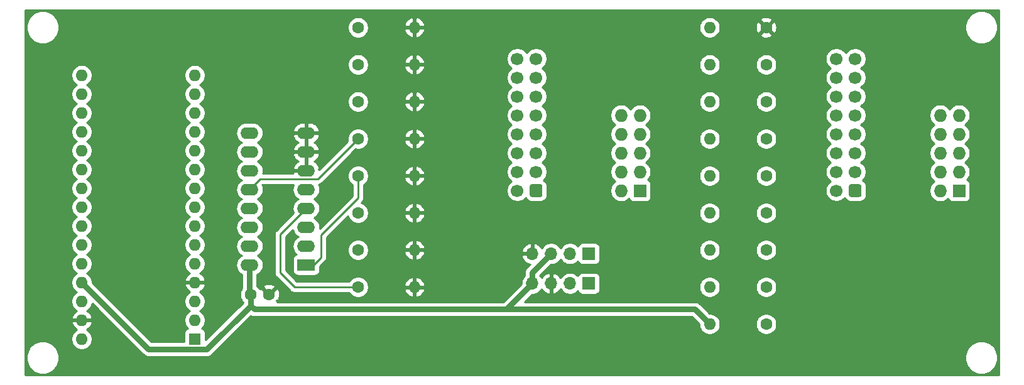
<source format=gbr>
%TF.GenerationSoftware,KiCad,Pcbnew,5.1.6-c6e7f7d~86~ubuntu18.04.1*%
%TF.CreationDate,2020-08-11T11:54:55-04:00*%
%TF.ProjectId,cabletester,6361626c-6574-4657-9374-65722e6b6963,rev?*%
%TF.SameCoordinates,Original*%
%TF.FileFunction,Copper,L1,Top*%
%TF.FilePolarity,Positive*%
%FSLAX46Y46*%
G04 Gerber Fmt 4.6, Leading zero omitted, Abs format (unit mm)*
G04 Created by KiCad (PCBNEW 5.1.6-c6e7f7d~86~ubuntu18.04.1) date 2020-08-11 11:54:55*
%MOMM*%
%LPD*%
G01*
G04 APERTURE LIST*
%TA.AperFunction,ComponentPad*%
%ADD10O,1.700000X1.700000*%
%TD*%
%TA.AperFunction,ComponentPad*%
%ADD11R,1.700000X1.700000*%
%TD*%
%TA.AperFunction,ComponentPad*%
%ADD12O,2.400000X1.600000*%
%TD*%
%TA.AperFunction,ComponentPad*%
%ADD13R,2.400000X1.600000*%
%TD*%
%TA.AperFunction,ComponentPad*%
%ADD14O,1.600000X1.600000*%
%TD*%
%TA.AperFunction,ComponentPad*%
%ADD15C,1.600000*%
%TD*%
%TA.AperFunction,ComponentPad*%
%ADD16C,1.700000*%
%TD*%
%TA.AperFunction,ComponentPad*%
%ADD17O,1.727200X1.727200*%
%TD*%
%TA.AperFunction,ComponentPad*%
%ADD18R,1.727200X1.727200*%
%TD*%
%TA.AperFunction,ComponentPad*%
%ADD19R,1.600000X1.600000*%
%TD*%
%TA.AperFunction,Conductor*%
%ADD20C,0.750000*%
%TD*%
%TA.AperFunction,Conductor*%
%ADD21C,0.250000*%
%TD*%
%TA.AperFunction,Conductor*%
%ADD22C,0.254000*%
%TD*%
G04 APERTURE END LIST*
D10*
%TO.P,J6,4*%
%TO.N,GND*%
X129480000Y-67500000D03*
%TO.P,J6,3*%
%TO.N,+5V*%
X132020000Y-67500000D03*
%TO.P,J6,2*%
%TO.N,A5*%
X134560000Y-67500000D03*
D11*
%TO.P,J6,1*%
%TO.N,A4*%
X137100000Y-67500000D03*
%TD*%
D12*
%TO.P,U1,16*%
%TO.N,+5V*%
X91380000Y-69000000D03*
%TO.P,U1,8*%
%TO.N,GND*%
X99000000Y-51220000D03*
%TO.P,U1,15*%
%TO.N,Net-(J4-Pad11)*%
X91380000Y-66460000D03*
%TO.P,U1,7*%
%TO.N,GND*%
X99000000Y-53760000D03*
%TO.P,U1,14*%
%TO.N,Net-(J4-Pad13)*%
X91380000Y-63920000D03*
%TO.P,U1,6*%
%TO.N,GND*%
X99000000Y-56300000D03*
%TO.P,U1,13*%
%TO.N,Net-(J4-Pad15)*%
X91380000Y-61380000D03*
%TO.P,U1,5*%
%TO.N,Net-(J3-Pad5)*%
X99000000Y-58840000D03*
%TO.P,U1,12*%
%TO.N,Net-(J3-Pad10)*%
X91380000Y-58840000D03*
%TO.P,U1,4*%
%TO.N,Net-(J3-Pad1)*%
X99000000Y-61380000D03*
%TO.P,U1,11*%
%TO.N,S0*%
X91380000Y-56300000D03*
%TO.P,U1,3*%
%TO.N,Net-(A1-Pad19)*%
X99000000Y-63920000D03*
%TO.P,U1,10*%
%TO.N,S1*%
X91380000Y-53760000D03*
%TO.P,U1,2*%
%TO.N,Net-(J3-Pad3)*%
X99000000Y-66460000D03*
%TO.P,U1,9*%
%TO.N,S2*%
X91380000Y-51220000D03*
D13*
%TO.P,U1,1*%
%TO.N,Net-(J3-Pad7)*%
X99000000Y-69000000D03*
%TD*%
D14*
%TO.P,R17,2*%
%TO.N,GND*%
X113620000Y-72000000D03*
D15*
%TO.P,R17,1*%
%TO.N,Net-(J3-Pad1)*%
X106000000Y-72000000D03*
%TD*%
D14*
%TO.P,R16,2*%
%TO.N,GND*%
X113620000Y-67000000D03*
D15*
%TO.P,R16,1*%
%TO.N,Net-(J3-Pad3)*%
X106000000Y-67000000D03*
%TD*%
D14*
%TO.P,R15,2*%
%TO.N,GND*%
X113620000Y-62000000D03*
D15*
%TO.P,R15,1*%
%TO.N,Net-(J3-Pad5)*%
X106000000Y-62000000D03*
%TD*%
D14*
%TO.P,R14,2*%
%TO.N,GND*%
X113620000Y-57000000D03*
D15*
%TO.P,R14,1*%
%TO.N,Net-(J3-Pad7)*%
X106000000Y-57000000D03*
%TD*%
D14*
%TO.P,R13,2*%
%TO.N,GND*%
X113620000Y-52000000D03*
D15*
%TO.P,R13,1*%
%TO.N,Net-(J3-Pad10)*%
X106000000Y-52000000D03*
%TD*%
D14*
%TO.P,R12,2*%
%TO.N,GND*%
X113620000Y-47000000D03*
D15*
%TO.P,R12,1*%
%TO.N,Net-(J4-Pad11)*%
X106000000Y-47000000D03*
%TD*%
D14*
%TO.P,R11,2*%
%TO.N,GND*%
X113620000Y-42000000D03*
D15*
%TO.P,R11,1*%
%TO.N,Net-(J4-Pad13)*%
X106000000Y-42000000D03*
%TD*%
D14*
%TO.P,R10,2*%
%TO.N,GND*%
X113620000Y-37000000D03*
D15*
%TO.P,R10,1*%
%TO.N,Net-(J4-Pad15)*%
X106000000Y-37000000D03*
%TD*%
D14*
%TO.P,R9,2*%
%TO.N,Net-(J2-Pad15)*%
X153380000Y-37000000D03*
D15*
%TO.P,R9,1*%
%TO.N,GND*%
X161000000Y-37000000D03*
%TD*%
D14*
%TO.P,R8,2*%
%TO.N,Net-(J2-Pad13)*%
X153380000Y-42000000D03*
D15*
%TO.P,R8,1*%
%TO.N,Net-(J2-Pad15)*%
X161000000Y-42000000D03*
%TD*%
D14*
%TO.P,R7,2*%
%TO.N,Net-(J2-Pad11)*%
X153380000Y-47000000D03*
D15*
%TO.P,R7,1*%
%TO.N,Net-(J2-Pad13)*%
X161000000Y-47000000D03*
%TD*%
D14*
%TO.P,R6,2*%
%TO.N,Net-(J1-Pad10)*%
X153380000Y-52000000D03*
D15*
%TO.P,R6,1*%
%TO.N,Net-(J2-Pad11)*%
X161000000Y-52000000D03*
%TD*%
D14*
%TO.P,R5,2*%
%TO.N,Net-(J1-Pad7)*%
X153380000Y-57000000D03*
D15*
%TO.P,R5,1*%
%TO.N,Net-(J1-Pad10)*%
X161000000Y-57000000D03*
%TD*%
D14*
%TO.P,R4,2*%
%TO.N,Net-(J1-Pad5)*%
X153380000Y-62000000D03*
D15*
%TO.P,R4,1*%
%TO.N,Net-(J1-Pad7)*%
X161000000Y-62000000D03*
%TD*%
D14*
%TO.P,R3,2*%
%TO.N,Net-(J1-Pad3)*%
X153380000Y-67000000D03*
D15*
%TO.P,R3,1*%
%TO.N,Net-(J1-Pad5)*%
X161000000Y-67000000D03*
%TD*%
D14*
%TO.P,R2,2*%
%TO.N,Net-(J1-Pad1)*%
X153380000Y-72000000D03*
D15*
%TO.P,R2,1*%
%TO.N,Net-(J1-Pad3)*%
X161000000Y-72000000D03*
%TD*%
D14*
%TO.P,R1,2*%
%TO.N,+5V*%
X153380000Y-77000000D03*
D15*
%TO.P,R1,1*%
%TO.N,Net-(J1-Pad1)*%
X161000000Y-77000000D03*
%TD*%
D10*
%TO.P,J5,4*%
%TO.N,+5V*%
X129480000Y-71500000D03*
%TO.P,J5,3*%
%TO.N,GND*%
X132020000Y-71500000D03*
%TO.P,J5,2*%
%TO.N,A5*%
X134560000Y-71500000D03*
D11*
%TO.P,J5,1*%
%TO.N,A4*%
X137100000Y-71500000D03*
%TD*%
D16*
%TO.P,J4,16*%
%TO.N,Net-(J4-Pad15)*%
X127460000Y-41220000D03*
%TO.P,J4,14*%
%TO.N,Net-(J4-Pad13)*%
X127460000Y-43760000D03*
%TO.P,J4,12*%
%TO.N,Net-(J4-Pad11)*%
X127460000Y-46300000D03*
%TO.P,J4,10*%
%TO.N,Net-(J3-Pad10)*%
X127460000Y-48840000D03*
%TO.P,J4,8*%
%TO.N,Net-(J3-Pad7)*%
X127460000Y-51380000D03*
%TO.P,J4,6*%
%TO.N,Net-(J3-Pad5)*%
X127460000Y-53920000D03*
%TO.P,J4,4*%
%TO.N,Net-(J3-Pad3)*%
X127460000Y-56460000D03*
%TO.P,J4,2*%
%TO.N,Net-(J3-Pad1)*%
X127460000Y-59000000D03*
%TO.P,J4,15*%
%TO.N,Net-(J4-Pad15)*%
X130000000Y-41220000D03*
%TO.P,J4,13*%
%TO.N,Net-(J4-Pad13)*%
X130000000Y-43760000D03*
%TO.P,J4,11*%
%TO.N,Net-(J4-Pad11)*%
X130000000Y-46300000D03*
%TO.P,J4,9*%
%TO.N,Net-(J3-Pad10)*%
X130000000Y-48840000D03*
%TO.P,J4,7*%
%TO.N,Net-(J3-Pad7)*%
X130000000Y-51380000D03*
%TO.P,J4,5*%
%TO.N,Net-(J3-Pad5)*%
X130000000Y-53920000D03*
%TO.P,J4,3*%
%TO.N,Net-(J3-Pad3)*%
X130000000Y-56460000D03*
%TO.P,J4,1*%
%TO.N,Net-(J3-Pad1)*%
%TA.AperFunction,ComponentPad*%
G36*
G01*
X130850000Y-58400000D02*
X130850000Y-59600000D01*
G75*
G02*
X130600000Y-59850000I-250000J0D01*
G01*
X129400000Y-59850000D01*
G75*
G02*
X129150000Y-59600000I0J250000D01*
G01*
X129150000Y-58400000D01*
G75*
G02*
X129400000Y-58150000I250000J0D01*
G01*
X130600000Y-58150000D01*
G75*
G02*
X130850000Y-58400000I0J-250000D01*
G01*
G37*
%TD.AperFunction*%
%TD*%
D17*
%TO.P,J3,10*%
%TO.N,Net-(J3-Pad10)*%
X141460000Y-48840000D03*
%TO.P,J3,9*%
X144000000Y-48840000D03*
%TO.P,J3,8*%
%TO.N,Net-(J3-Pad7)*%
X141460000Y-51380000D03*
%TO.P,J3,7*%
X144000000Y-51380000D03*
%TO.P,J3,6*%
%TO.N,Net-(J3-Pad5)*%
X141460000Y-53920000D03*
%TO.P,J3,5*%
X144000000Y-53920000D03*
%TO.P,J3,4*%
%TO.N,Net-(J3-Pad3)*%
X141460000Y-56460000D03*
%TO.P,J3,3*%
X144000000Y-56460000D03*
%TO.P,J3,2*%
%TO.N,Net-(J3-Pad1)*%
X141460000Y-59000000D03*
D18*
%TO.P,J3,1*%
X144000000Y-59000000D03*
%TD*%
D16*
%TO.P,J2,16*%
%TO.N,Net-(J2-Pad15)*%
X170460000Y-41220000D03*
%TO.P,J2,14*%
%TO.N,Net-(J2-Pad13)*%
X170460000Y-43760000D03*
%TO.P,J2,12*%
%TO.N,Net-(J2-Pad11)*%
X170460000Y-46300000D03*
%TO.P,J2,10*%
%TO.N,Net-(J1-Pad10)*%
X170460000Y-48840000D03*
%TO.P,J2,8*%
%TO.N,Net-(J1-Pad7)*%
X170460000Y-51380000D03*
%TO.P,J2,6*%
%TO.N,Net-(J1-Pad5)*%
X170460000Y-53920000D03*
%TO.P,J2,4*%
%TO.N,Net-(J1-Pad3)*%
X170460000Y-56460000D03*
%TO.P,J2,2*%
%TO.N,Net-(J1-Pad1)*%
X170460000Y-59000000D03*
%TO.P,J2,15*%
%TO.N,Net-(J2-Pad15)*%
X173000000Y-41220000D03*
%TO.P,J2,13*%
%TO.N,Net-(J2-Pad13)*%
X173000000Y-43760000D03*
%TO.P,J2,11*%
%TO.N,Net-(J2-Pad11)*%
X173000000Y-46300000D03*
%TO.P,J2,9*%
%TO.N,Net-(J1-Pad10)*%
X173000000Y-48840000D03*
%TO.P,J2,7*%
%TO.N,Net-(J1-Pad7)*%
X173000000Y-51380000D03*
%TO.P,J2,5*%
%TO.N,Net-(J1-Pad5)*%
X173000000Y-53920000D03*
%TO.P,J2,3*%
%TO.N,Net-(J1-Pad3)*%
X173000000Y-56460000D03*
%TO.P,J2,1*%
%TO.N,Net-(J1-Pad1)*%
%TA.AperFunction,ComponentPad*%
G36*
G01*
X173850000Y-58400000D02*
X173850000Y-59600000D01*
G75*
G02*
X173600000Y-59850000I-250000J0D01*
G01*
X172400000Y-59850000D01*
G75*
G02*
X172150000Y-59600000I0J250000D01*
G01*
X172150000Y-58400000D01*
G75*
G02*
X172400000Y-58150000I250000J0D01*
G01*
X173600000Y-58150000D01*
G75*
G02*
X173850000Y-58400000I0J-250000D01*
G01*
G37*
%TD.AperFunction*%
%TD*%
D17*
%TO.P,J1,10*%
%TO.N,Net-(J1-Pad10)*%
X184460000Y-48840000D03*
%TO.P,J1,9*%
X187000000Y-48840000D03*
%TO.P,J1,8*%
%TO.N,Net-(J1-Pad7)*%
X184460000Y-51380000D03*
%TO.P,J1,7*%
X187000000Y-51380000D03*
%TO.P,J1,6*%
%TO.N,Net-(J1-Pad5)*%
X184460000Y-53920000D03*
%TO.P,J1,5*%
X187000000Y-53920000D03*
%TO.P,J1,4*%
%TO.N,Net-(J1-Pad3)*%
X184460000Y-56460000D03*
%TO.P,J1,3*%
X187000000Y-56460000D03*
%TO.P,J1,2*%
%TO.N,Net-(J1-Pad1)*%
X184460000Y-59000000D03*
D18*
%TO.P,J1,1*%
X187000000Y-59000000D03*
%TD*%
D15*
%TO.P,C1,2*%
%TO.N,GND*%
X94000000Y-73000000D03*
%TO.P,C1,1*%
%TO.N,+5V*%
X91500000Y-73000000D03*
%TD*%
D19*
%TO.P,A1,1*%
%TO.N,Net-(A1-Pad1)*%
X84000000Y-79000000D03*
D14*
%TO.P,A1,17*%
%TO.N,Net-(A1-Pad17)*%
X68760000Y-45980000D03*
%TO.P,A1,2*%
%TO.N,Net-(A1-Pad2)*%
X84000000Y-76460000D03*
%TO.P,A1,18*%
%TO.N,Net-(A1-Pad18)*%
X68760000Y-48520000D03*
%TO.P,A1,3*%
%TO.N,Net-(A1-Pad3)*%
X84000000Y-73920000D03*
%TO.P,A1,19*%
%TO.N,Net-(A1-Pad19)*%
X68760000Y-51060000D03*
%TO.P,A1,4*%
%TO.N,GND*%
X84000000Y-71380000D03*
%TO.P,A1,20*%
%TO.N,Net-(A1-Pad20)*%
X68760000Y-53600000D03*
%TO.P,A1,5*%
%TO.N,Net-(A1-Pad5)*%
X84000000Y-68840000D03*
%TO.P,A1,21*%
%TO.N,Net-(A1-Pad21)*%
X68760000Y-56140000D03*
%TO.P,A1,6*%
%TO.N,S0*%
X84000000Y-66300000D03*
%TO.P,A1,22*%
%TO.N,Net-(A1-Pad22)*%
X68760000Y-58680000D03*
%TO.P,A1,7*%
%TO.N,S1*%
X84000000Y-63760000D03*
%TO.P,A1,23*%
%TO.N,A4*%
X68760000Y-61220000D03*
%TO.P,A1,8*%
%TO.N,S2*%
X84000000Y-61220000D03*
%TO.P,A1,24*%
%TO.N,A5*%
X68760000Y-63760000D03*
%TO.P,A1,9*%
%TO.N,Net-(A1-Pad9)*%
X84000000Y-58680000D03*
%TO.P,A1,25*%
%TO.N,Net-(A1-Pad25)*%
X68760000Y-66300000D03*
%TO.P,A1,10*%
%TO.N,Net-(A1-Pad10)*%
X84000000Y-56140000D03*
%TO.P,A1,26*%
%TO.N,Net-(A1-Pad26)*%
X68760000Y-68840000D03*
%TO.P,A1,11*%
%TO.N,Net-(A1-Pad11)*%
X84000000Y-53600000D03*
%TO.P,A1,27*%
%TO.N,+5V*%
X68760000Y-71380000D03*
%TO.P,A1,12*%
%TO.N,Net-(A1-Pad12)*%
X84000000Y-51060000D03*
%TO.P,A1,28*%
%TO.N,Net-(A1-Pad28)*%
X68760000Y-73920000D03*
%TO.P,A1,13*%
%TO.N,Net-(A1-Pad13)*%
X84000000Y-48520000D03*
%TO.P,A1,29*%
%TO.N,GND*%
X68760000Y-76460000D03*
%TO.P,A1,14*%
%TO.N,Net-(A1-Pad14)*%
X84000000Y-45980000D03*
%TO.P,A1,30*%
%TO.N,Net-(A1-Pad30)*%
X68760000Y-79000000D03*
%TO.P,A1,15*%
%TO.N,Net-(A1-Pad15)*%
X84000000Y-43440000D03*
%TO.P,A1,16*%
%TO.N,Net-(A1-Pad16)*%
X68760000Y-43440000D03*
%TD*%
D20*
%TO.N,+5V*%
X91380000Y-72880000D02*
X91380000Y-69000000D01*
X91500000Y-73000000D02*
X91380000Y-72880000D01*
X91500000Y-74500000D02*
X91500000Y-73000000D01*
X77755001Y-80375001D02*
X85624999Y-80375001D01*
X85624999Y-80375001D02*
X91500000Y-74500000D01*
X68760000Y-71380000D02*
X77755001Y-80375001D01*
X125980000Y-75000000D02*
X129480000Y-71500000D01*
X92000000Y-75000000D02*
X125980000Y-75000000D01*
X91500000Y-74500000D02*
X92000000Y-75000000D01*
X151380000Y-75000000D02*
X125980000Y-75000000D01*
X153380000Y-77000000D02*
X151380000Y-75000000D01*
X129480000Y-70040000D02*
X132020000Y-67500000D01*
X129480000Y-71500000D02*
X129480000Y-70040000D01*
D21*
%TO.N,Net-(J3-Pad10)*%
X100574990Y-57425010D02*
X106000000Y-52000000D01*
X92794990Y-57425010D02*
X100574990Y-57425010D01*
X91380000Y-58840000D02*
X92794990Y-57425010D01*
%TO.N,Net-(J3-Pad7)*%
X106000000Y-60000000D02*
X106000000Y-57000000D01*
X101000000Y-65000000D02*
X106000000Y-60000000D01*
X101000000Y-68000000D02*
X101000000Y-65000000D01*
X100000000Y-69000000D02*
X101000000Y-68000000D01*
X99000000Y-69000000D02*
X100000000Y-69000000D01*
%TO.N,Net-(J3-Pad1)*%
X97414998Y-72000000D02*
X106000000Y-72000000D01*
X95474999Y-70060001D02*
X97414998Y-72000000D01*
X95474999Y-64905001D02*
X95474999Y-70060001D01*
X99000000Y-61380000D02*
X95474999Y-64905001D01*
%TD*%
D22*
%TO.N,GND*%
G36*
X192340001Y-83840000D02*
G01*
X61160000Y-83840000D01*
X61160000Y-81279872D01*
X61265000Y-81279872D01*
X61265000Y-81720128D01*
X61350890Y-82151925D01*
X61519369Y-82558669D01*
X61763962Y-82924729D01*
X62075271Y-83236038D01*
X62441331Y-83480631D01*
X62848075Y-83649110D01*
X63279872Y-83735000D01*
X63720128Y-83735000D01*
X64151925Y-83649110D01*
X64558669Y-83480631D01*
X64924729Y-83236038D01*
X65236038Y-82924729D01*
X65480631Y-82558669D01*
X65649110Y-82151925D01*
X65735000Y-81720128D01*
X65735000Y-81279872D01*
X65649110Y-80848075D01*
X65480631Y-80441331D01*
X65236038Y-80075271D01*
X64924729Y-79763962D01*
X64558669Y-79519369D01*
X64151925Y-79350890D01*
X63720128Y-79265000D01*
X63279872Y-79265000D01*
X62848075Y-79350890D01*
X62441331Y-79519369D01*
X62075271Y-79763962D01*
X61763962Y-80075271D01*
X61519369Y-80441331D01*
X61350890Y-80848075D01*
X61265000Y-81279872D01*
X61160000Y-81279872D01*
X61160000Y-78858665D01*
X67325000Y-78858665D01*
X67325000Y-79141335D01*
X67380147Y-79418574D01*
X67488320Y-79679727D01*
X67645363Y-79914759D01*
X67845241Y-80114637D01*
X68080273Y-80271680D01*
X68341426Y-80379853D01*
X68618665Y-80435000D01*
X68901335Y-80435000D01*
X69178574Y-80379853D01*
X69439727Y-80271680D01*
X69674759Y-80114637D01*
X69874637Y-79914759D01*
X70031680Y-79679727D01*
X70139853Y-79418574D01*
X70195000Y-79141335D01*
X70195000Y-78858665D01*
X70139853Y-78581426D01*
X70031680Y-78320273D01*
X69874637Y-78085241D01*
X69674759Y-77885363D01*
X69439727Y-77728320D01*
X69429135Y-77723933D01*
X69615131Y-77612385D01*
X69823519Y-77423414D01*
X69991037Y-77197420D01*
X70111246Y-76943087D01*
X70151904Y-76809039D01*
X70029915Y-76587000D01*
X68887000Y-76587000D01*
X68887000Y-76607000D01*
X68633000Y-76607000D01*
X68633000Y-76587000D01*
X67490085Y-76587000D01*
X67368096Y-76809039D01*
X67408754Y-76943087D01*
X67528963Y-77197420D01*
X67696481Y-77423414D01*
X67904869Y-77612385D01*
X68090865Y-77723933D01*
X68080273Y-77728320D01*
X67845241Y-77885363D01*
X67645363Y-78085241D01*
X67488320Y-78320273D01*
X67380147Y-78581426D01*
X67325000Y-78858665D01*
X61160000Y-78858665D01*
X61160000Y-43298665D01*
X67325000Y-43298665D01*
X67325000Y-43581335D01*
X67380147Y-43858574D01*
X67488320Y-44119727D01*
X67645363Y-44354759D01*
X67845241Y-44554637D01*
X68077759Y-44710000D01*
X67845241Y-44865363D01*
X67645363Y-45065241D01*
X67488320Y-45300273D01*
X67380147Y-45561426D01*
X67325000Y-45838665D01*
X67325000Y-46121335D01*
X67380147Y-46398574D01*
X67488320Y-46659727D01*
X67645363Y-46894759D01*
X67845241Y-47094637D01*
X68077759Y-47250000D01*
X67845241Y-47405363D01*
X67645363Y-47605241D01*
X67488320Y-47840273D01*
X67380147Y-48101426D01*
X67325000Y-48378665D01*
X67325000Y-48661335D01*
X67380147Y-48938574D01*
X67488320Y-49199727D01*
X67645363Y-49434759D01*
X67845241Y-49634637D01*
X68077759Y-49790000D01*
X67845241Y-49945363D01*
X67645363Y-50145241D01*
X67488320Y-50380273D01*
X67380147Y-50641426D01*
X67325000Y-50918665D01*
X67325000Y-51201335D01*
X67380147Y-51478574D01*
X67488320Y-51739727D01*
X67645363Y-51974759D01*
X67845241Y-52174637D01*
X68077759Y-52330000D01*
X67845241Y-52485363D01*
X67645363Y-52685241D01*
X67488320Y-52920273D01*
X67380147Y-53181426D01*
X67325000Y-53458665D01*
X67325000Y-53741335D01*
X67380147Y-54018574D01*
X67488320Y-54279727D01*
X67645363Y-54514759D01*
X67845241Y-54714637D01*
X68077759Y-54870000D01*
X67845241Y-55025363D01*
X67645363Y-55225241D01*
X67488320Y-55460273D01*
X67380147Y-55721426D01*
X67325000Y-55998665D01*
X67325000Y-56281335D01*
X67380147Y-56558574D01*
X67488320Y-56819727D01*
X67645363Y-57054759D01*
X67845241Y-57254637D01*
X68077759Y-57410000D01*
X67845241Y-57565363D01*
X67645363Y-57765241D01*
X67488320Y-58000273D01*
X67380147Y-58261426D01*
X67325000Y-58538665D01*
X67325000Y-58821335D01*
X67380147Y-59098574D01*
X67488320Y-59359727D01*
X67645363Y-59594759D01*
X67845241Y-59794637D01*
X68077759Y-59950000D01*
X67845241Y-60105363D01*
X67645363Y-60305241D01*
X67488320Y-60540273D01*
X67380147Y-60801426D01*
X67325000Y-61078665D01*
X67325000Y-61361335D01*
X67380147Y-61638574D01*
X67488320Y-61899727D01*
X67645363Y-62134759D01*
X67845241Y-62334637D01*
X68077759Y-62490000D01*
X67845241Y-62645363D01*
X67645363Y-62845241D01*
X67488320Y-63080273D01*
X67380147Y-63341426D01*
X67325000Y-63618665D01*
X67325000Y-63901335D01*
X67380147Y-64178574D01*
X67488320Y-64439727D01*
X67645363Y-64674759D01*
X67845241Y-64874637D01*
X68077759Y-65030000D01*
X67845241Y-65185363D01*
X67645363Y-65385241D01*
X67488320Y-65620273D01*
X67380147Y-65881426D01*
X67325000Y-66158665D01*
X67325000Y-66441335D01*
X67380147Y-66718574D01*
X67488320Y-66979727D01*
X67645363Y-67214759D01*
X67845241Y-67414637D01*
X68077759Y-67570000D01*
X67845241Y-67725363D01*
X67645363Y-67925241D01*
X67488320Y-68160273D01*
X67380147Y-68421426D01*
X67325000Y-68698665D01*
X67325000Y-68981335D01*
X67380147Y-69258574D01*
X67488320Y-69519727D01*
X67645363Y-69754759D01*
X67845241Y-69954637D01*
X68077759Y-70110000D01*
X67845241Y-70265363D01*
X67645363Y-70465241D01*
X67488320Y-70700273D01*
X67380147Y-70961426D01*
X67325000Y-71238665D01*
X67325000Y-71521335D01*
X67380147Y-71798574D01*
X67488320Y-72059727D01*
X67645363Y-72294759D01*
X67845241Y-72494637D01*
X68077759Y-72650000D01*
X67845241Y-72805363D01*
X67645363Y-73005241D01*
X67488320Y-73240273D01*
X67380147Y-73501426D01*
X67325000Y-73778665D01*
X67325000Y-74061335D01*
X67380147Y-74338574D01*
X67488320Y-74599727D01*
X67645363Y-74834759D01*
X67845241Y-75034637D01*
X68080273Y-75191680D01*
X68090865Y-75196067D01*
X67904869Y-75307615D01*
X67696481Y-75496586D01*
X67528963Y-75722580D01*
X67408754Y-75976913D01*
X67368096Y-76110961D01*
X67490085Y-76333000D01*
X68633000Y-76333000D01*
X68633000Y-76313000D01*
X68887000Y-76313000D01*
X68887000Y-76333000D01*
X70029915Y-76333000D01*
X70151904Y-76110961D01*
X70111246Y-75976913D01*
X69991037Y-75722580D01*
X69823519Y-75496586D01*
X69615131Y-75307615D01*
X69429135Y-75196067D01*
X69439727Y-75191680D01*
X69674759Y-75034637D01*
X69874637Y-74834759D01*
X70031680Y-74599727D01*
X70139853Y-74338574D01*
X70164801Y-74213156D01*
X77005740Y-81054095D01*
X77037368Y-81092634D01*
X77191161Y-81218848D01*
X77366621Y-81312633D01*
X77557007Y-81370386D01*
X77705393Y-81385001D01*
X77705395Y-81385001D01*
X77755000Y-81389887D01*
X77804605Y-81385001D01*
X85575391Y-81385001D01*
X85624999Y-81389887D01*
X85822993Y-81370386D01*
X85822996Y-81370385D01*
X86013379Y-81312633D01*
X86074670Y-81279872D01*
X187765000Y-81279872D01*
X187765000Y-81720128D01*
X187850890Y-82151925D01*
X188019369Y-82558669D01*
X188263962Y-82924729D01*
X188575271Y-83236038D01*
X188941331Y-83480631D01*
X189348075Y-83649110D01*
X189779872Y-83735000D01*
X190220128Y-83735000D01*
X190651925Y-83649110D01*
X191058669Y-83480631D01*
X191424729Y-83236038D01*
X191736038Y-82924729D01*
X191980631Y-82558669D01*
X192149110Y-82151925D01*
X192235000Y-81720128D01*
X192235000Y-81279872D01*
X192149110Y-80848075D01*
X191980631Y-80441331D01*
X191736038Y-80075271D01*
X191424729Y-79763962D01*
X191058669Y-79519369D01*
X190651925Y-79350890D01*
X190220128Y-79265000D01*
X189779872Y-79265000D01*
X189348075Y-79350890D01*
X188941331Y-79519369D01*
X188575271Y-79763962D01*
X188263962Y-80075271D01*
X188019369Y-80441331D01*
X187850890Y-80848075D01*
X187765000Y-81279872D01*
X86074670Y-81279872D01*
X86188839Y-81218848D01*
X86342632Y-81092634D01*
X86374260Y-81054095D01*
X91532835Y-75895520D01*
X91611620Y-75937632D01*
X91802005Y-75995385D01*
X92000000Y-76014886D01*
X92049608Y-76010000D01*
X125930392Y-76010000D01*
X125980000Y-76014886D01*
X126029608Y-76010000D01*
X150961645Y-76010000D01*
X151945000Y-76993355D01*
X151945000Y-77141335D01*
X152000147Y-77418574D01*
X152108320Y-77679727D01*
X152265363Y-77914759D01*
X152465241Y-78114637D01*
X152700273Y-78271680D01*
X152961426Y-78379853D01*
X153238665Y-78435000D01*
X153521335Y-78435000D01*
X153798574Y-78379853D01*
X154059727Y-78271680D01*
X154294759Y-78114637D01*
X154494637Y-77914759D01*
X154651680Y-77679727D01*
X154759853Y-77418574D01*
X154815000Y-77141335D01*
X154815000Y-76858665D01*
X159565000Y-76858665D01*
X159565000Y-77141335D01*
X159620147Y-77418574D01*
X159728320Y-77679727D01*
X159885363Y-77914759D01*
X160085241Y-78114637D01*
X160320273Y-78271680D01*
X160581426Y-78379853D01*
X160858665Y-78435000D01*
X161141335Y-78435000D01*
X161418574Y-78379853D01*
X161679727Y-78271680D01*
X161914759Y-78114637D01*
X162114637Y-77914759D01*
X162271680Y-77679727D01*
X162379853Y-77418574D01*
X162435000Y-77141335D01*
X162435000Y-76858665D01*
X162379853Y-76581426D01*
X162271680Y-76320273D01*
X162114637Y-76085241D01*
X161914759Y-75885363D01*
X161679727Y-75728320D01*
X161418574Y-75620147D01*
X161141335Y-75565000D01*
X160858665Y-75565000D01*
X160581426Y-75620147D01*
X160320273Y-75728320D01*
X160085241Y-75885363D01*
X159885363Y-76085241D01*
X159728320Y-76320273D01*
X159620147Y-76581426D01*
X159565000Y-76858665D01*
X154815000Y-76858665D01*
X154759853Y-76581426D01*
X154651680Y-76320273D01*
X154494637Y-76085241D01*
X154294759Y-75885363D01*
X154059727Y-75728320D01*
X153798574Y-75620147D01*
X153521335Y-75565000D01*
X153373355Y-75565000D01*
X152129261Y-74320906D01*
X152097633Y-74282367D01*
X151943840Y-74156153D01*
X151768380Y-74062368D01*
X151577994Y-74004615D01*
X151429608Y-73990000D01*
X151380000Y-73985114D01*
X151330392Y-73990000D01*
X128418355Y-73990000D01*
X129423356Y-72985000D01*
X129626260Y-72985000D01*
X129913158Y-72927932D01*
X130183411Y-72815990D01*
X130426632Y-72653475D01*
X130633475Y-72446632D01*
X130755195Y-72264466D01*
X130824822Y-72381355D01*
X131019731Y-72597588D01*
X131253080Y-72771641D01*
X131515901Y-72896825D01*
X131663110Y-72941476D01*
X131893000Y-72820155D01*
X131893000Y-71627000D01*
X131873000Y-71627000D01*
X131873000Y-71373000D01*
X131893000Y-71373000D01*
X131893000Y-70179845D01*
X132147000Y-70179845D01*
X132147000Y-71373000D01*
X132167000Y-71373000D01*
X132167000Y-71627000D01*
X132147000Y-71627000D01*
X132147000Y-72820155D01*
X132376890Y-72941476D01*
X132524099Y-72896825D01*
X132786920Y-72771641D01*
X133020269Y-72597588D01*
X133215178Y-72381355D01*
X133284805Y-72264466D01*
X133406525Y-72446632D01*
X133613368Y-72653475D01*
X133856589Y-72815990D01*
X134126842Y-72927932D01*
X134413740Y-72985000D01*
X134706260Y-72985000D01*
X134993158Y-72927932D01*
X135263411Y-72815990D01*
X135506632Y-72653475D01*
X135638487Y-72521620D01*
X135660498Y-72594180D01*
X135719463Y-72704494D01*
X135798815Y-72801185D01*
X135895506Y-72880537D01*
X136005820Y-72939502D01*
X136125518Y-72975812D01*
X136250000Y-72988072D01*
X137950000Y-72988072D01*
X138074482Y-72975812D01*
X138194180Y-72939502D01*
X138304494Y-72880537D01*
X138401185Y-72801185D01*
X138480537Y-72704494D01*
X138539502Y-72594180D01*
X138575812Y-72474482D01*
X138588072Y-72350000D01*
X138588072Y-71858665D01*
X151945000Y-71858665D01*
X151945000Y-72141335D01*
X152000147Y-72418574D01*
X152108320Y-72679727D01*
X152265363Y-72914759D01*
X152465241Y-73114637D01*
X152700273Y-73271680D01*
X152961426Y-73379853D01*
X153238665Y-73435000D01*
X153521335Y-73435000D01*
X153798574Y-73379853D01*
X154059727Y-73271680D01*
X154294759Y-73114637D01*
X154494637Y-72914759D01*
X154651680Y-72679727D01*
X154759853Y-72418574D01*
X154815000Y-72141335D01*
X154815000Y-71858665D01*
X159565000Y-71858665D01*
X159565000Y-72141335D01*
X159620147Y-72418574D01*
X159728320Y-72679727D01*
X159885363Y-72914759D01*
X160085241Y-73114637D01*
X160320273Y-73271680D01*
X160581426Y-73379853D01*
X160858665Y-73435000D01*
X161141335Y-73435000D01*
X161418574Y-73379853D01*
X161679727Y-73271680D01*
X161914759Y-73114637D01*
X162114637Y-72914759D01*
X162271680Y-72679727D01*
X162379853Y-72418574D01*
X162435000Y-72141335D01*
X162435000Y-71858665D01*
X162379853Y-71581426D01*
X162271680Y-71320273D01*
X162114637Y-71085241D01*
X161914759Y-70885363D01*
X161679727Y-70728320D01*
X161418574Y-70620147D01*
X161141335Y-70565000D01*
X160858665Y-70565000D01*
X160581426Y-70620147D01*
X160320273Y-70728320D01*
X160085241Y-70885363D01*
X159885363Y-71085241D01*
X159728320Y-71320273D01*
X159620147Y-71581426D01*
X159565000Y-71858665D01*
X154815000Y-71858665D01*
X154759853Y-71581426D01*
X154651680Y-71320273D01*
X154494637Y-71085241D01*
X154294759Y-70885363D01*
X154059727Y-70728320D01*
X153798574Y-70620147D01*
X153521335Y-70565000D01*
X153238665Y-70565000D01*
X152961426Y-70620147D01*
X152700273Y-70728320D01*
X152465241Y-70885363D01*
X152265363Y-71085241D01*
X152108320Y-71320273D01*
X152000147Y-71581426D01*
X151945000Y-71858665D01*
X138588072Y-71858665D01*
X138588072Y-70650000D01*
X138575812Y-70525518D01*
X138539502Y-70405820D01*
X138480537Y-70295506D01*
X138401185Y-70198815D01*
X138304494Y-70119463D01*
X138194180Y-70060498D01*
X138074482Y-70024188D01*
X137950000Y-70011928D01*
X136250000Y-70011928D01*
X136125518Y-70024188D01*
X136005820Y-70060498D01*
X135895506Y-70119463D01*
X135798815Y-70198815D01*
X135719463Y-70295506D01*
X135660498Y-70405820D01*
X135638487Y-70478380D01*
X135506632Y-70346525D01*
X135263411Y-70184010D01*
X134993158Y-70072068D01*
X134706260Y-70015000D01*
X134413740Y-70015000D01*
X134126842Y-70072068D01*
X133856589Y-70184010D01*
X133613368Y-70346525D01*
X133406525Y-70553368D01*
X133284805Y-70735534D01*
X133215178Y-70618645D01*
X133020269Y-70402412D01*
X132786920Y-70228359D01*
X132524099Y-70103175D01*
X132376890Y-70058524D01*
X132147000Y-70179845D01*
X131893000Y-70179845D01*
X131663110Y-70058524D01*
X131515901Y-70103175D01*
X131253080Y-70228359D01*
X131019731Y-70402412D01*
X130824822Y-70618645D01*
X130755195Y-70735534D01*
X130633475Y-70553368D01*
X130514231Y-70434124D01*
X131963356Y-68985000D01*
X132166260Y-68985000D01*
X132453158Y-68927932D01*
X132723411Y-68815990D01*
X132966632Y-68653475D01*
X133173475Y-68446632D01*
X133290000Y-68272240D01*
X133406525Y-68446632D01*
X133613368Y-68653475D01*
X133856589Y-68815990D01*
X134126842Y-68927932D01*
X134413740Y-68985000D01*
X134706260Y-68985000D01*
X134993158Y-68927932D01*
X135263411Y-68815990D01*
X135506632Y-68653475D01*
X135638487Y-68521620D01*
X135660498Y-68594180D01*
X135719463Y-68704494D01*
X135798815Y-68801185D01*
X135895506Y-68880537D01*
X136005820Y-68939502D01*
X136125518Y-68975812D01*
X136250000Y-68988072D01*
X137950000Y-68988072D01*
X138074482Y-68975812D01*
X138194180Y-68939502D01*
X138304494Y-68880537D01*
X138401185Y-68801185D01*
X138480537Y-68704494D01*
X138539502Y-68594180D01*
X138575812Y-68474482D01*
X138588072Y-68350000D01*
X138588072Y-66858665D01*
X151945000Y-66858665D01*
X151945000Y-67141335D01*
X152000147Y-67418574D01*
X152108320Y-67679727D01*
X152265363Y-67914759D01*
X152465241Y-68114637D01*
X152700273Y-68271680D01*
X152961426Y-68379853D01*
X153238665Y-68435000D01*
X153521335Y-68435000D01*
X153798574Y-68379853D01*
X154059727Y-68271680D01*
X154294759Y-68114637D01*
X154494637Y-67914759D01*
X154651680Y-67679727D01*
X154759853Y-67418574D01*
X154815000Y-67141335D01*
X154815000Y-66858665D01*
X159565000Y-66858665D01*
X159565000Y-67141335D01*
X159620147Y-67418574D01*
X159728320Y-67679727D01*
X159885363Y-67914759D01*
X160085241Y-68114637D01*
X160320273Y-68271680D01*
X160581426Y-68379853D01*
X160858665Y-68435000D01*
X161141335Y-68435000D01*
X161418574Y-68379853D01*
X161679727Y-68271680D01*
X161914759Y-68114637D01*
X162114637Y-67914759D01*
X162271680Y-67679727D01*
X162379853Y-67418574D01*
X162435000Y-67141335D01*
X162435000Y-66858665D01*
X162379853Y-66581426D01*
X162271680Y-66320273D01*
X162114637Y-66085241D01*
X161914759Y-65885363D01*
X161679727Y-65728320D01*
X161418574Y-65620147D01*
X161141335Y-65565000D01*
X160858665Y-65565000D01*
X160581426Y-65620147D01*
X160320273Y-65728320D01*
X160085241Y-65885363D01*
X159885363Y-66085241D01*
X159728320Y-66320273D01*
X159620147Y-66581426D01*
X159565000Y-66858665D01*
X154815000Y-66858665D01*
X154759853Y-66581426D01*
X154651680Y-66320273D01*
X154494637Y-66085241D01*
X154294759Y-65885363D01*
X154059727Y-65728320D01*
X153798574Y-65620147D01*
X153521335Y-65565000D01*
X153238665Y-65565000D01*
X152961426Y-65620147D01*
X152700273Y-65728320D01*
X152465241Y-65885363D01*
X152265363Y-66085241D01*
X152108320Y-66320273D01*
X152000147Y-66581426D01*
X151945000Y-66858665D01*
X138588072Y-66858665D01*
X138588072Y-66650000D01*
X138575812Y-66525518D01*
X138539502Y-66405820D01*
X138480537Y-66295506D01*
X138401185Y-66198815D01*
X138304494Y-66119463D01*
X138194180Y-66060498D01*
X138074482Y-66024188D01*
X137950000Y-66011928D01*
X136250000Y-66011928D01*
X136125518Y-66024188D01*
X136005820Y-66060498D01*
X135895506Y-66119463D01*
X135798815Y-66198815D01*
X135719463Y-66295506D01*
X135660498Y-66405820D01*
X135638487Y-66478380D01*
X135506632Y-66346525D01*
X135263411Y-66184010D01*
X134993158Y-66072068D01*
X134706260Y-66015000D01*
X134413740Y-66015000D01*
X134126842Y-66072068D01*
X133856589Y-66184010D01*
X133613368Y-66346525D01*
X133406525Y-66553368D01*
X133290000Y-66727760D01*
X133173475Y-66553368D01*
X132966632Y-66346525D01*
X132723411Y-66184010D01*
X132453158Y-66072068D01*
X132166260Y-66015000D01*
X131873740Y-66015000D01*
X131586842Y-66072068D01*
X131316589Y-66184010D01*
X131073368Y-66346525D01*
X130866525Y-66553368D01*
X130744805Y-66735534D01*
X130675178Y-66618645D01*
X130480269Y-66402412D01*
X130246920Y-66228359D01*
X129984099Y-66103175D01*
X129836890Y-66058524D01*
X129607000Y-66179845D01*
X129607000Y-67373000D01*
X129627000Y-67373000D01*
X129627000Y-67627000D01*
X129607000Y-67627000D01*
X129607000Y-67647000D01*
X129353000Y-67647000D01*
X129353000Y-67627000D01*
X128159186Y-67627000D01*
X128038519Y-67856891D01*
X128135843Y-68131252D01*
X128284822Y-68381355D01*
X128479731Y-68597588D01*
X128713080Y-68771641D01*
X128975901Y-68896825D01*
X129123110Y-68941476D01*
X129180406Y-68911239D01*
X128800901Y-69290744D01*
X128762368Y-69322367D01*
X128730745Y-69360900D01*
X128730744Y-69360901D01*
X128636154Y-69476160D01*
X128542368Y-69651621D01*
X128484615Y-69842006D01*
X128465114Y-70040000D01*
X128470001Y-70089617D01*
X128470001Y-70409892D01*
X128326525Y-70553368D01*
X128164010Y-70796589D01*
X128052068Y-71066842D01*
X127995000Y-71353740D01*
X127995000Y-71556644D01*
X125561645Y-73990000D01*
X95048347Y-73990000D01*
X95108977Y-73929370D01*
X94992704Y-73813097D01*
X95236671Y-73741514D01*
X95357571Y-73486004D01*
X95426300Y-73211816D01*
X95440217Y-72929488D01*
X95398787Y-72649870D01*
X95303603Y-72383708D01*
X95236671Y-72258486D01*
X94992702Y-72186903D01*
X94179605Y-73000000D01*
X94193748Y-73014143D01*
X94014143Y-73193748D01*
X94000000Y-73179605D01*
X93985858Y-73193748D01*
X93806253Y-73014143D01*
X93820395Y-73000000D01*
X93007298Y-72186903D01*
X92763329Y-72258486D01*
X92749676Y-72287341D01*
X92614637Y-72085241D01*
X92536694Y-72007298D01*
X93186903Y-72007298D01*
X94000000Y-72820395D01*
X94813097Y-72007298D01*
X94741514Y-71763329D01*
X94486004Y-71642429D01*
X94211816Y-71573700D01*
X93929488Y-71559783D01*
X93649870Y-71601213D01*
X93383708Y-71696397D01*
X93258486Y-71763329D01*
X93186903Y-72007298D01*
X92536694Y-72007298D01*
X92414759Y-71885363D01*
X92390000Y-71868820D01*
X92390000Y-70301078D01*
X92581101Y-70198932D01*
X92799608Y-70019608D01*
X92978932Y-69801101D01*
X93112182Y-69551808D01*
X93194236Y-69281309D01*
X93221943Y-69000000D01*
X93194236Y-68718691D01*
X93112182Y-68448192D01*
X92978932Y-68198899D01*
X92799608Y-67980392D01*
X92581101Y-67801068D01*
X92448142Y-67730000D01*
X92581101Y-67658932D01*
X92799608Y-67479608D01*
X92978932Y-67261101D01*
X93112182Y-67011808D01*
X93194236Y-66741309D01*
X93221943Y-66460000D01*
X93194236Y-66178691D01*
X93112182Y-65908192D01*
X92978932Y-65658899D01*
X92799608Y-65440392D01*
X92581101Y-65261068D01*
X92448142Y-65190000D01*
X92581101Y-65118932D01*
X92799608Y-64939608D01*
X92978932Y-64721101D01*
X93112182Y-64471808D01*
X93194236Y-64201309D01*
X93221943Y-63920000D01*
X93194236Y-63638691D01*
X93112182Y-63368192D01*
X92978932Y-63118899D01*
X92799608Y-62900392D01*
X92581101Y-62721068D01*
X92448142Y-62650000D01*
X92581101Y-62578932D01*
X92799608Y-62399608D01*
X92978932Y-62181101D01*
X93112182Y-61931808D01*
X93194236Y-61661309D01*
X93221943Y-61380000D01*
X93194236Y-61098691D01*
X93112182Y-60828192D01*
X92978932Y-60578899D01*
X92799608Y-60360392D01*
X92581101Y-60181068D01*
X92448142Y-60110000D01*
X92581101Y-60038932D01*
X92799608Y-59859608D01*
X92978932Y-59641101D01*
X93112182Y-59391808D01*
X93194236Y-59121309D01*
X93221943Y-58840000D01*
X93194236Y-58558691D01*
X93112182Y-58288192D01*
X93075408Y-58219393D01*
X93109792Y-58185010D01*
X97322970Y-58185010D01*
X97267818Y-58288192D01*
X97185764Y-58558691D01*
X97158057Y-58840000D01*
X97185764Y-59121309D01*
X97267818Y-59391808D01*
X97401068Y-59641101D01*
X97580392Y-59859608D01*
X97798899Y-60038932D01*
X97931858Y-60110000D01*
X97798899Y-60181068D01*
X97580392Y-60360392D01*
X97401068Y-60578899D01*
X97267818Y-60828192D01*
X97185764Y-61098691D01*
X97158057Y-61380000D01*
X97185764Y-61661309D01*
X97267818Y-61931808D01*
X97304592Y-62000607D01*
X94964002Y-64341197D01*
X94934998Y-64365000D01*
X94879870Y-64432175D01*
X94840025Y-64480725D01*
X94835603Y-64488998D01*
X94769453Y-64612755D01*
X94725996Y-64756016D01*
X94714999Y-64867669D01*
X94714999Y-64867679D01*
X94711323Y-64905001D01*
X94714999Y-64942324D01*
X94715000Y-70022669D01*
X94711323Y-70060001D01*
X94725997Y-70208986D01*
X94769453Y-70352247D01*
X94840025Y-70484277D01*
X94911200Y-70571003D01*
X94934999Y-70600002D01*
X94963997Y-70623800D01*
X96851199Y-72511003D01*
X96874997Y-72540001D01*
X96903995Y-72563799D01*
X96990721Y-72634974D01*
X97078711Y-72682006D01*
X97122751Y-72705546D01*
X97266012Y-72749003D01*
X97377665Y-72760000D01*
X97377675Y-72760000D01*
X97414998Y-72763676D01*
X97452321Y-72760000D01*
X104781957Y-72760000D01*
X104885363Y-72914759D01*
X105085241Y-73114637D01*
X105320273Y-73271680D01*
X105581426Y-73379853D01*
X105858665Y-73435000D01*
X106141335Y-73435000D01*
X106418574Y-73379853D01*
X106679727Y-73271680D01*
X106914759Y-73114637D01*
X107114637Y-72914759D01*
X107271680Y-72679727D01*
X107379853Y-72418574D01*
X107393684Y-72349039D01*
X112228096Y-72349039D01*
X112268754Y-72483087D01*
X112388963Y-72737420D01*
X112556481Y-72963414D01*
X112764869Y-73152385D01*
X113006119Y-73297070D01*
X113270960Y-73391909D01*
X113493000Y-73270624D01*
X113493000Y-72127000D01*
X113747000Y-72127000D01*
X113747000Y-73270624D01*
X113969040Y-73391909D01*
X114233881Y-73297070D01*
X114475131Y-73152385D01*
X114683519Y-72963414D01*
X114851037Y-72737420D01*
X114971246Y-72483087D01*
X115011904Y-72349039D01*
X114889915Y-72127000D01*
X113747000Y-72127000D01*
X113493000Y-72127000D01*
X112350085Y-72127000D01*
X112228096Y-72349039D01*
X107393684Y-72349039D01*
X107435000Y-72141335D01*
X107435000Y-71858665D01*
X107393685Y-71650961D01*
X112228096Y-71650961D01*
X112350085Y-71873000D01*
X113493000Y-71873000D01*
X113493000Y-70729376D01*
X113747000Y-70729376D01*
X113747000Y-71873000D01*
X114889915Y-71873000D01*
X115011904Y-71650961D01*
X114971246Y-71516913D01*
X114851037Y-71262580D01*
X114683519Y-71036586D01*
X114475131Y-70847615D01*
X114233881Y-70702930D01*
X113969040Y-70608091D01*
X113747000Y-70729376D01*
X113493000Y-70729376D01*
X113270960Y-70608091D01*
X113006119Y-70702930D01*
X112764869Y-70847615D01*
X112556481Y-71036586D01*
X112388963Y-71262580D01*
X112268754Y-71516913D01*
X112228096Y-71650961D01*
X107393685Y-71650961D01*
X107379853Y-71581426D01*
X107271680Y-71320273D01*
X107114637Y-71085241D01*
X106914759Y-70885363D01*
X106679727Y-70728320D01*
X106418574Y-70620147D01*
X106141335Y-70565000D01*
X105858665Y-70565000D01*
X105581426Y-70620147D01*
X105320273Y-70728320D01*
X105085241Y-70885363D01*
X104885363Y-71085241D01*
X104781957Y-71240000D01*
X97729800Y-71240000D01*
X96234999Y-69745200D01*
X96234999Y-65219802D01*
X97201527Y-64253274D01*
X97267818Y-64471808D01*
X97401068Y-64721101D01*
X97580392Y-64939608D01*
X97798899Y-65118932D01*
X97931858Y-65190000D01*
X97798899Y-65261068D01*
X97580392Y-65440392D01*
X97401068Y-65658899D01*
X97267818Y-65908192D01*
X97185764Y-66178691D01*
X97158057Y-66460000D01*
X97185764Y-66741309D01*
X97267818Y-67011808D01*
X97401068Y-67261101D01*
X97580392Y-67479608D01*
X97693482Y-67572419D01*
X97675518Y-67574188D01*
X97555820Y-67610498D01*
X97445506Y-67669463D01*
X97348815Y-67748815D01*
X97269463Y-67845506D01*
X97210498Y-67955820D01*
X97174188Y-68075518D01*
X97161928Y-68200000D01*
X97161928Y-69800000D01*
X97174188Y-69924482D01*
X97210498Y-70044180D01*
X97269463Y-70154494D01*
X97348815Y-70251185D01*
X97445506Y-70330537D01*
X97555820Y-70389502D01*
X97675518Y-70425812D01*
X97800000Y-70438072D01*
X100200000Y-70438072D01*
X100324482Y-70425812D01*
X100444180Y-70389502D01*
X100554494Y-70330537D01*
X100651185Y-70251185D01*
X100730537Y-70154494D01*
X100789502Y-70044180D01*
X100825812Y-69924482D01*
X100838072Y-69800000D01*
X100838072Y-69236729D01*
X101511004Y-68563798D01*
X101540001Y-68540001D01*
X101634974Y-68424276D01*
X101705546Y-68292247D01*
X101749003Y-68148986D01*
X101760000Y-68037333D01*
X101760000Y-68037332D01*
X101763677Y-68000000D01*
X101760000Y-67962667D01*
X101760000Y-66858665D01*
X104565000Y-66858665D01*
X104565000Y-67141335D01*
X104620147Y-67418574D01*
X104728320Y-67679727D01*
X104885363Y-67914759D01*
X105085241Y-68114637D01*
X105320273Y-68271680D01*
X105581426Y-68379853D01*
X105858665Y-68435000D01*
X106141335Y-68435000D01*
X106418574Y-68379853D01*
X106679727Y-68271680D01*
X106914759Y-68114637D01*
X107114637Y-67914759D01*
X107271680Y-67679727D01*
X107379853Y-67418574D01*
X107393684Y-67349039D01*
X112228096Y-67349039D01*
X112268754Y-67483087D01*
X112388963Y-67737420D01*
X112556481Y-67963414D01*
X112764869Y-68152385D01*
X113006119Y-68297070D01*
X113270960Y-68391909D01*
X113493000Y-68270624D01*
X113493000Y-67127000D01*
X113747000Y-67127000D01*
X113747000Y-68270624D01*
X113969040Y-68391909D01*
X114233881Y-68297070D01*
X114475131Y-68152385D01*
X114683519Y-67963414D01*
X114851037Y-67737420D01*
X114971246Y-67483087D01*
X115011904Y-67349039D01*
X114898766Y-67143109D01*
X128038519Y-67143109D01*
X128159186Y-67373000D01*
X129353000Y-67373000D01*
X129353000Y-66179845D01*
X129123110Y-66058524D01*
X128975901Y-66103175D01*
X128713080Y-66228359D01*
X128479731Y-66402412D01*
X128284822Y-66618645D01*
X128135843Y-66868748D01*
X128038519Y-67143109D01*
X114898766Y-67143109D01*
X114889915Y-67127000D01*
X113747000Y-67127000D01*
X113493000Y-67127000D01*
X112350085Y-67127000D01*
X112228096Y-67349039D01*
X107393684Y-67349039D01*
X107435000Y-67141335D01*
X107435000Y-66858665D01*
X107393685Y-66650961D01*
X112228096Y-66650961D01*
X112350085Y-66873000D01*
X113493000Y-66873000D01*
X113493000Y-65729376D01*
X113747000Y-65729376D01*
X113747000Y-66873000D01*
X114889915Y-66873000D01*
X115011904Y-66650961D01*
X114971246Y-66516913D01*
X114851037Y-66262580D01*
X114683519Y-66036586D01*
X114475131Y-65847615D01*
X114233881Y-65702930D01*
X113969040Y-65608091D01*
X113747000Y-65729376D01*
X113493000Y-65729376D01*
X113270960Y-65608091D01*
X113006119Y-65702930D01*
X112764869Y-65847615D01*
X112556481Y-66036586D01*
X112388963Y-66262580D01*
X112268754Y-66516913D01*
X112228096Y-66650961D01*
X107393685Y-66650961D01*
X107379853Y-66581426D01*
X107271680Y-66320273D01*
X107114637Y-66085241D01*
X106914759Y-65885363D01*
X106679727Y-65728320D01*
X106418574Y-65620147D01*
X106141335Y-65565000D01*
X105858665Y-65565000D01*
X105581426Y-65620147D01*
X105320273Y-65728320D01*
X105085241Y-65885363D01*
X104885363Y-66085241D01*
X104728320Y-66320273D01*
X104620147Y-66581426D01*
X104565000Y-66858665D01*
X101760000Y-66858665D01*
X101760000Y-65314801D01*
X104630715Y-62444087D01*
X104728320Y-62679727D01*
X104885363Y-62914759D01*
X105085241Y-63114637D01*
X105320273Y-63271680D01*
X105581426Y-63379853D01*
X105858665Y-63435000D01*
X106141335Y-63435000D01*
X106418574Y-63379853D01*
X106679727Y-63271680D01*
X106914759Y-63114637D01*
X107114637Y-62914759D01*
X107271680Y-62679727D01*
X107379853Y-62418574D01*
X107393684Y-62349039D01*
X112228096Y-62349039D01*
X112268754Y-62483087D01*
X112388963Y-62737420D01*
X112556481Y-62963414D01*
X112764869Y-63152385D01*
X113006119Y-63297070D01*
X113270960Y-63391909D01*
X113493000Y-63270624D01*
X113493000Y-62127000D01*
X113747000Y-62127000D01*
X113747000Y-63270624D01*
X113969040Y-63391909D01*
X114233881Y-63297070D01*
X114475131Y-63152385D01*
X114683519Y-62963414D01*
X114851037Y-62737420D01*
X114971246Y-62483087D01*
X115011904Y-62349039D01*
X114889915Y-62127000D01*
X113747000Y-62127000D01*
X113493000Y-62127000D01*
X112350085Y-62127000D01*
X112228096Y-62349039D01*
X107393684Y-62349039D01*
X107435000Y-62141335D01*
X107435000Y-61858665D01*
X107393685Y-61650961D01*
X112228096Y-61650961D01*
X112350085Y-61873000D01*
X113493000Y-61873000D01*
X113493000Y-60729376D01*
X113747000Y-60729376D01*
X113747000Y-61873000D01*
X114889915Y-61873000D01*
X114897790Y-61858665D01*
X151945000Y-61858665D01*
X151945000Y-62141335D01*
X152000147Y-62418574D01*
X152108320Y-62679727D01*
X152265363Y-62914759D01*
X152465241Y-63114637D01*
X152700273Y-63271680D01*
X152961426Y-63379853D01*
X153238665Y-63435000D01*
X153521335Y-63435000D01*
X153798574Y-63379853D01*
X154059727Y-63271680D01*
X154294759Y-63114637D01*
X154494637Y-62914759D01*
X154651680Y-62679727D01*
X154759853Y-62418574D01*
X154815000Y-62141335D01*
X154815000Y-61858665D01*
X159565000Y-61858665D01*
X159565000Y-62141335D01*
X159620147Y-62418574D01*
X159728320Y-62679727D01*
X159885363Y-62914759D01*
X160085241Y-63114637D01*
X160320273Y-63271680D01*
X160581426Y-63379853D01*
X160858665Y-63435000D01*
X161141335Y-63435000D01*
X161418574Y-63379853D01*
X161679727Y-63271680D01*
X161914759Y-63114637D01*
X162114637Y-62914759D01*
X162271680Y-62679727D01*
X162379853Y-62418574D01*
X162435000Y-62141335D01*
X162435000Y-61858665D01*
X162379853Y-61581426D01*
X162271680Y-61320273D01*
X162114637Y-61085241D01*
X161914759Y-60885363D01*
X161679727Y-60728320D01*
X161418574Y-60620147D01*
X161141335Y-60565000D01*
X160858665Y-60565000D01*
X160581426Y-60620147D01*
X160320273Y-60728320D01*
X160085241Y-60885363D01*
X159885363Y-61085241D01*
X159728320Y-61320273D01*
X159620147Y-61581426D01*
X159565000Y-61858665D01*
X154815000Y-61858665D01*
X154759853Y-61581426D01*
X154651680Y-61320273D01*
X154494637Y-61085241D01*
X154294759Y-60885363D01*
X154059727Y-60728320D01*
X153798574Y-60620147D01*
X153521335Y-60565000D01*
X153238665Y-60565000D01*
X152961426Y-60620147D01*
X152700273Y-60728320D01*
X152465241Y-60885363D01*
X152265363Y-61085241D01*
X152108320Y-61320273D01*
X152000147Y-61581426D01*
X151945000Y-61858665D01*
X114897790Y-61858665D01*
X115011904Y-61650961D01*
X114971246Y-61516913D01*
X114851037Y-61262580D01*
X114683519Y-61036586D01*
X114475131Y-60847615D01*
X114233881Y-60702930D01*
X113969040Y-60608091D01*
X113747000Y-60729376D01*
X113493000Y-60729376D01*
X113270960Y-60608091D01*
X113006119Y-60702930D01*
X112764869Y-60847615D01*
X112556481Y-61036586D01*
X112388963Y-61262580D01*
X112268754Y-61516913D01*
X112228096Y-61650961D01*
X107393685Y-61650961D01*
X107379853Y-61581426D01*
X107271680Y-61320273D01*
X107114637Y-61085241D01*
X106914759Y-60885363D01*
X106679727Y-60728320D01*
X106444087Y-60630715D01*
X106511004Y-60563798D01*
X106540001Y-60540001D01*
X106634974Y-60424276D01*
X106705546Y-60292247D01*
X106749003Y-60148986D01*
X106760000Y-60037333D01*
X106760000Y-60037323D01*
X106763676Y-60000000D01*
X106760000Y-59962677D01*
X106760000Y-58218043D01*
X106914759Y-58114637D01*
X107114637Y-57914759D01*
X107271680Y-57679727D01*
X107379853Y-57418574D01*
X107393684Y-57349039D01*
X112228096Y-57349039D01*
X112268754Y-57483087D01*
X112388963Y-57737420D01*
X112556481Y-57963414D01*
X112764869Y-58152385D01*
X113006119Y-58297070D01*
X113270960Y-58391909D01*
X113493000Y-58270624D01*
X113493000Y-57127000D01*
X113747000Y-57127000D01*
X113747000Y-58270624D01*
X113969040Y-58391909D01*
X114233881Y-58297070D01*
X114475131Y-58152385D01*
X114683519Y-57963414D01*
X114851037Y-57737420D01*
X114971246Y-57483087D01*
X115011904Y-57349039D01*
X114889915Y-57127000D01*
X113747000Y-57127000D01*
X113493000Y-57127000D01*
X112350085Y-57127000D01*
X112228096Y-57349039D01*
X107393684Y-57349039D01*
X107435000Y-57141335D01*
X107435000Y-56858665D01*
X107393685Y-56650961D01*
X112228096Y-56650961D01*
X112350085Y-56873000D01*
X113493000Y-56873000D01*
X113493000Y-55729376D01*
X113747000Y-55729376D01*
X113747000Y-56873000D01*
X114889915Y-56873000D01*
X115011904Y-56650961D01*
X114971246Y-56516913D01*
X114851037Y-56262580D01*
X114683519Y-56036586D01*
X114475131Y-55847615D01*
X114233881Y-55702930D01*
X113969040Y-55608091D01*
X113747000Y-55729376D01*
X113493000Y-55729376D01*
X113270960Y-55608091D01*
X113006119Y-55702930D01*
X112764869Y-55847615D01*
X112556481Y-56036586D01*
X112388963Y-56262580D01*
X112268754Y-56516913D01*
X112228096Y-56650961D01*
X107393685Y-56650961D01*
X107379853Y-56581426D01*
X107271680Y-56320273D01*
X107114637Y-56085241D01*
X106914759Y-55885363D01*
X106679727Y-55728320D01*
X106418574Y-55620147D01*
X106141335Y-55565000D01*
X105858665Y-55565000D01*
X105581426Y-55620147D01*
X105320273Y-55728320D01*
X105085241Y-55885363D01*
X104885363Y-56085241D01*
X104728320Y-56320273D01*
X104620147Y-56581426D01*
X104565000Y-56858665D01*
X104565000Y-57141335D01*
X104620147Y-57418574D01*
X104728320Y-57679727D01*
X104885363Y-57914759D01*
X105085241Y-58114637D01*
X105240001Y-58218044D01*
X105240000Y-59685198D01*
X100824107Y-64101092D01*
X100841943Y-63920000D01*
X100814236Y-63638691D01*
X100732182Y-63368192D01*
X100598932Y-63118899D01*
X100419608Y-62900392D01*
X100201101Y-62721068D01*
X100068142Y-62650000D01*
X100201101Y-62578932D01*
X100419608Y-62399608D01*
X100598932Y-62181101D01*
X100732182Y-61931808D01*
X100814236Y-61661309D01*
X100841943Y-61380000D01*
X100814236Y-61098691D01*
X100732182Y-60828192D01*
X100598932Y-60578899D01*
X100419608Y-60360392D01*
X100201101Y-60181068D01*
X100068142Y-60110000D01*
X100201101Y-60038932D01*
X100419608Y-59859608D01*
X100598932Y-59641101D01*
X100732182Y-59391808D01*
X100814236Y-59121309D01*
X100841943Y-58840000D01*
X100814236Y-58558691D01*
X100732182Y-58288192D01*
X100673794Y-58178956D01*
X100723976Y-58174013D01*
X100867237Y-58130556D01*
X100999266Y-58059984D01*
X101114991Y-57965011D01*
X101138794Y-57936007D01*
X105676114Y-53398688D01*
X105858665Y-53435000D01*
X106141335Y-53435000D01*
X106418574Y-53379853D01*
X106679727Y-53271680D01*
X106914759Y-53114637D01*
X107114637Y-52914759D01*
X107271680Y-52679727D01*
X107379853Y-52418574D01*
X107393684Y-52349039D01*
X112228096Y-52349039D01*
X112268754Y-52483087D01*
X112388963Y-52737420D01*
X112556481Y-52963414D01*
X112764869Y-53152385D01*
X113006119Y-53297070D01*
X113270960Y-53391909D01*
X113493000Y-53270624D01*
X113493000Y-52127000D01*
X113747000Y-52127000D01*
X113747000Y-53270624D01*
X113969040Y-53391909D01*
X114233881Y-53297070D01*
X114475131Y-53152385D01*
X114683519Y-52963414D01*
X114851037Y-52737420D01*
X114971246Y-52483087D01*
X115011904Y-52349039D01*
X114889915Y-52127000D01*
X113747000Y-52127000D01*
X113493000Y-52127000D01*
X112350085Y-52127000D01*
X112228096Y-52349039D01*
X107393684Y-52349039D01*
X107435000Y-52141335D01*
X107435000Y-51858665D01*
X107393685Y-51650961D01*
X112228096Y-51650961D01*
X112350085Y-51873000D01*
X113493000Y-51873000D01*
X113493000Y-50729376D01*
X113747000Y-50729376D01*
X113747000Y-51873000D01*
X114889915Y-51873000D01*
X115011904Y-51650961D01*
X114971246Y-51516913D01*
X114851037Y-51262580D01*
X114683519Y-51036586D01*
X114475131Y-50847615D01*
X114233881Y-50702930D01*
X113969040Y-50608091D01*
X113747000Y-50729376D01*
X113493000Y-50729376D01*
X113270960Y-50608091D01*
X113006119Y-50702930D01*
X112764869Y-50847615D01*
X112556481Y-51036586D01*
X112388963Y-51262580D01*
X112268754Y-51516913D01*
X112228096Y-51650961D01*
X107393685Y-51650961D01*
X107379853Y-51581426D01*
X107271680Y-51320273D01*
X107114637Y-51085241D01*
X106914759Y-50885363D01*
X106679727Y-50728320D01*
X106418574Y-50620147D01*
X106141335Y-50565000D01*
X105858665Y-50565000D01*
X105581426Y-50620147D01*
X105320273Y-50728320D01*
X105085241Y-50885363D01*
X104885363Y-51085241D01*
X104728320Y-51320273D01*
X104620147Y-51581426D01*
X104565000Y-51858665D01*
X104565000Y-52141335D01*
X104601312Y-52323886D01*
X100752201Y-56172998D01*
X100669916Y-56172998D01*
X100791904Y-55950961D01*
X100774367Y-55868182D01*
X100663715Y-55608354D01*
X100504500Y-55375105D01*
X100302839Y-55177399D01*
X100077441Y-55030000D01*
X100302839Y-54882601D01*
X100504500Y-54684895D01*
X100663715Y-54451646D01*
X100774367Y-54191818D01*
X100791904Y-54109039D01*
X100669915Y-53887000D01*
X99127000Y-53887000D01*
X99127000Y-56173000D01*
X99147000Y-56173000D01*
X99147000Y-56427000D01*
X99127000Y-56427000D01*
X99127000Y-56447000D01*
X98873000Y-56447000D01*
X98873000Y-56427000D01*
X97330085Y-56427000D01*
X97208096Y-56649039D01*
X97211480Y-56665010D01*
X93168846Y-56665010D01*
X93194236Y-56581309D01*
X93221943Y-56300000D01*
X93194236Y-56018691D01*
X93112182Y-55748192D01*
X92978932Y-55498899D01*
X92799608Y-55280392D01*
X92581101Y-55101068D01*
X92448142Y-55030000D01*
X92581101Y-54958932D01*
X92799608Y-54779608D01*
X92978932Y-54561101D01*
X93112182Y-54311808D01*
X93173690Y-54109039D01*
X97208096Y-54109039D01*
X97225633Y-54191818D01*
X97336285Y-54451646D01*
X97495500Y-54684895D01*
X97697161Y-54882601D01*
X97922559Y-55030000D01*
X97697161Y-55177399D01*
X97495500Y-55375105D01*
X97336285Y-55608354D01*
X97225633Y-55868182D01*
X97208096Y-55950961D01*
X97330085Y-56173000D01*
X98873000Y-56173000D01*
X98873000Y-53887000D01*
X97330085Y-53887000D01*
X97208096Y-54109039D01*
X93173690Y-54109039D01*
X93194236Y-54041309D01*
X93221943Y-53760000D01*
X93194236Y-53478691D01*
X93112182Y-53208192D01*
X92978932Y-52958899D01*
X92799608Y-52740392D01*
X92581101Y-52561068D01*
X92448142Y-52490000D01*
X92581101Y-52418932D01*
X92799608Y-52239608D01*
X92978932Y-52021101D01*
X93112182Y-51771808D01*
X93173690Y-51569039D01*
X97208096Y-51569039D01*
X97225633Y-51651818D01*
X97336285Y-51911646D01*
X97495500Y-52144895D01*
X97697161Y-52342601D01*
X97922559Y-52490000D01*
X97697161Y-52637399D01*
X97495500Y-52835105D01*
X97336285Y-53068354D01*
X97225633Y-53328182D01*
X97208096Y-53410961D01*
X97330085Y-53633000D01*
X98873000Y-53633000D01*
X98873000Y-51347000D01*
X99127000Y-51347000D01*
X99127000Y-53633000D01*
X100669915Y-53633000D01*
X100791904Y-53410961D01*
X100774367Y-53328182D01*
X100663715Y-53068354D01*
X100504500Y-52835105D01*
X100302839Y-52637399D01*
X100077441Y-52490000D01*
X100302839Y-52342601D01*
X100504500Y-52144895D01*
X100663715Y-51911646D01*
X100774367Y-51651818D01*
X100791904Y-51569039D01*
X100669915Y-51347000D01*
X99127000Y-51347000D01*
X98873000Y-51347000D01*
X97330085Y-51347000D01*
X97208096Y-51569039D01*
X93173690Y-51569039D01*
X93194236Y-51501309D01*
X93221943Y-51220000D01*
X93194236Y-50938691D01*
X93173691Y-50870961D01*
X97208096Y-50870961D01*
X97330085Y-51093000D01*
X98873000Y-51093000D01*
X98873000Y-49785000D01*
X99127000Y-49785000D01*
X99127000Y-51093000D01*
X100669915Y-51093000D01*
X100791904Y-50870961D01*
X100774367Y-50788182D01*
X100663715Y-50528354D01*
X100504500Y-50295105D01*
X100302839Y-50097399D01*
X100066483Y-49942834D01*
X99804514Y-49837350D01*
X99527000Y-49785000D01*
X99127000Y-49785000D01*
X98873000Y-49785000D01*
X98473000Y-49785000D01*
X98195486Y-49837350D01*
X97933517Y-49942834D01*
X97697161Y-50097399D01*
X97495500Y-50295105D01*
X97336285Y-50528354D01*
X97225633Y-50788182D01*
X97208096Y-50870961D01*
X93173691Y-50870961D01*
X93112182Y-50668192D01*
X92978932Y-50418899D01*
X92799608Y-50200392D01*
X92581101Y-50021068D01*
X92331808Y-49887818D01*
X92061309Y-49805764D01*
X91850492Y-49785000D01*
X90909508Y-49785000D01*
X90698691Y-49805764D01*
X90428192Y-49887818D01*
X90178899Y-50021068D01*
X89960392Y-50200392D01*
X89781068Y-50418899D01*
X89647818Y-50668192D01*
X89565764Y-50938691D01*
X89538057Y-51220000D01*
X89565764Y-51501309D01*
X89647818Y-51771808D01*
X89781068Y-52021101D01*
X89960392Y-52239608D01*
X90178899Y-52418932D01*
X90311858Y-52490000D01*
X90178899Y-52561068D01*
X89960392Y-52740392D01*
X89781068Y-52958899D01*
X89647818Y-53208192D01*
X89565764Y-53478691D01*
X89538057Y-53760000D01*
X89565764Y-54041309D01*
X89647818Y-54311808D01*
X89781068Y-54561101D01*
X89960392Y-54779608D01*
X90178899Y-54958932D01*
X90311858Y-55030000D01*
X90178899Y-55101068D01*
X89960392Y-55280392D01*
X89781068Y-55498899D01*
X89647818Y-55748192D01*
X89565764Y-56018691D01*
X89538057Y-56300000D01*
X89565764Y-56581309D01*
X89647818Y-56851808D01*
X89781068Y-57101101D01*
X89960392Y-57319608D01*
X90178899Y-57498932D01*
X90311858Y-57570000D01*
X90178899Y-57641068D01*
X89960392Y-57820392D01*
X89781068Y-58038899D01*
X89647818Y-58288192D01*
X89565764Y-58558691D01*
X89538057Y-58840000D01*
X89565764Y-59121309D01*
X89647818Y-59391808D01*
X89781068Y-59641101D01*
X89960392Y-59859608D01*
X90178899Y-60038932D01*
X90311858Y-60110000D01*
X90178899Y-60181068D01*
X89960392Y-60360392D01*
X89781068Y-60578899D01*
X89647818Y-60828192D01*
X89565764Y-61098691D01*
X89538057Y-61380000D01*
X89565764Y-61661309D01*
X89647818Y-61931808D01*
X89781068Y-62181101D01*
X89960392Y-62399608D01*
X90178899Y-62578932D01*
X90311858Y-62650000D01*
X90178899Y-62721068D01*
X89960392Y-62900392D01*
X89781068Y-63118899D01*
X89647818Y-63368192D01*
X89565764Y-63638691D01*
X89538057Y-63920000D01*
X89565764Y-64201309D01*
X89647818Y-64471808D01*
X89781068Y-64721101D01*
X89960392Y-64939608D01*
X90178899Y-65118932D01*
X90311858Y-65190000D01*
X90178899Y-65261068D01*
X89960392Y-65440392D01*
X89781068Y-65658899D01*
X89647818Y-65908192D01*
X89565764Y-66178691D01*
X89538057Y-66460000D01*
X89565764Y-66741309D01*
X89647818Y-67011808D01*
X89781068Y-67261101D01*
X89960392Y-67479608D01*
X90178899Y-67658932D01*
X90311858Y-67730000D01*
X90178899Y-67801068D01*
X89960392Y-67980392D01*
X89781068Y-68198899D01*
X89647818Y-68448192D01*
X89565764Y-68718691D01*
X89538057Y-69000000D01*
X89565764Y-69281309D01*
X89647818Y-69551808D01*
X89781068Y-69801101D01*
X89960392Y-70019608D01*
X90178899Y-70198932D01*
X90370001Y-70301078D01*
X90370000Y-72108233D01*
X90228320Y-72320273D01*
X90120147Y-72581426D01*
X90065000Y-72858665D01*
X90065000Y-73141335D01*
X90120147Y-73418574D01*
X90228320Y-73679727D01*
X90385363Y-73914759D01*
X90490000Y-74019396D01*
X90490000Y-74081645D01*
X85438072Y-79133573D01*
X85438072Y-78200000D01*
X85425812Y-78075518D01*
X85389502Y-77955820D01*
X85330537Y-77845506D01*
X85251185Y-77748815D01*
X85154494Y-77669463D01*
X85044180Y-77610498D01*
X84924482Y-77574188D01*
X84916039Y-77573357D01*
X85114637Y-77374759D01*
X85271680Y-77139727D01*
X85379853Y-76878574D01*
X85435000Y-76601335D01*
X85435000Y-76318665D01*
X85379853Y-76041426D01*
X85271680Y-75780273D01*
X85114637Y-75545241D01*
X84914759Y-75345363D01*
X84682241Y-75190000D01*
X84914759Y-75034637D01*
X85114637Y-74834759D01*
X85271680Y-74599727D01*
X85379853Y-74338574D01*
X85435000Y-74061335D01*
X85435000Y-73778665D01*
X85379853Y-73501426D01*
X85271680Y-73240273D01*
X85114637Y-73005241D01*
X84914759Y-72805363D01*
X84679727Y-72648320D01*
X84669135Y-72643933D01*
X84855131Y-72532385D01*
X85063519Y-72343414D01*
X85231037Y-72117420D01*
X85351246Y-71863087D01*
X85391904Y-71729039D01*
X85269915Y-71507000D01*
X84127000Y-71507000D01*
X84127000Y-71527000D01*
X83873000Y-71527000D01*
X83873000Y-71507000D01*
X82730085Y-71507000D01*
X82608096Y-71729039D01*
X82648754Y-71863087D01*
X82768963Y-72117420D01*
X82936481Y-72343414D01*
X83144869Y-72532385D01*
X83330865Y-72643933D01*
X83320273Y-72648320D01*
X83085241Y-72805363D01*
X82885363Y-73005241D01*
X82728320Y-73240273D01*
X82620147Y-73501426D01*
X82565000Y-73778665D01*
X82565000Y-74061335D01*
X82620147Y-74338574D01*
X82728320Y-74599727D01*
X82885363Y-74834759D01*
X83085241Y-75034637D01*
X83317759Y-75190000D01*
X83085241Y-75345363D01*
X82885363Y-75545241D01*
X82728320Y-75780273D01*
X82620147Y-76041426D01*
X82565000Y-76318665D01*
X82565000Y-76601335D01*
X82620147Y-76878574D01*
X82728320Y-77139727D01*
X82885363Y-77374759D01*
X83083961Y-77573357D01*
X83075518Y-77574188D01*
X82955820Y-77610498D01*
X82845506Y-77669463D01*
X82748815Y-77748815D01*
X82669463Y-77845506D01*
X82610498Y-77955820D01*
X82574188Y-78075518D01*
X82561928Y-78200000D01*
X82561928Y-79365001D01*
X78173356Y-79365001D01*
X70195000Y-71386645D01*
X70195000Y-71238665D01*
X70139853Y-70961426D01*
X70031680Y-70700273D01*
X69874637Y-70465241D01*
X69674759Y-70265363D01*
X69442241Y-70110000D01*
X69674759Y-69954637D01*
X69874637Y-69754759D01*
X70031680Y-69519727D01*
X70139853Y-69258574D01*
X70195000Y-68981335D01*
X70195000Y-68698665D01*
X70139853Y-68421426D01*
X70031680Y-68160273D01*
X69874637Y-67925241D01*
X69674759Y-67725363D01*
X69442241Y-67570000D01*
X69674759Y-67414637D01*
X69874637Y-67214759D01*
X70031680Y-66979727D01*
X70139853Y-66718574D01*
X70195000Y-66441335D01*
X70195000Y-66158665D01*
X70139853Y-65881426D01*
X70031680Y-65620273D01*
X69874637Y-65385241D01*
X69674759Y-65185363D01*
X69442241Y-65030000D01*
X69674759Y-64874637D01*
X69874637Y-64674759D01*
X70031680Y-64439727D01*
X70139853Y-64178574D01*
X70195000Y-63901335D01*
X70195000Y-63618665D01*
X70139853Y-63341426D01*
X70031680Y-63080273D01*
X69874637Y-62845241D01*
X69674759Y-62645363D01*
X69442241Y-62490000D01*
X69674759Y-62334637D01*
X69874637Y-62134759D01*
X70031680Y-61899727D01*
X70139853Y-61638574D01*
X70195000Y-61361335D01*
X70195000Y-61078665D01*
X70139853Y-60801426D01*
X70031680Y-60540273D01*
X69874637Y-60305241D01*
X69674759Y-60105363D01*
X69442241Y-59950000D01*
X69674759Y-59794637D01*
X69874637Y-59594759D01*
X70031680Y-59359727D01*
X70139853Y-59098574D01*
X70195000Y-58821335D01*
X70195000Y-58538665D01*
X70139853Y-58261426D01*
X70031680Y-58000273D01*
X69874637Y-57765241D01*
X69674759Y-57565363D01*
X69442241Y-57410000D01*
X69674759Y-57254637D01*
X69874637Y-57054759D01*
X70031680Y-56819727D01*
X70139853Y-56558574D01*
X70195000Y-56281335D01*
X70195000Y-55998665D01*
X70139853Y-55721426D01*
X70031680Y-55460273D01*
X69874637Y-55225241D01*
X69674759Y-55025363D01*
X69442241Y-54870000D01*
X69674759Y-54714637D01*
X69874637Y-54514759D01*
X70031680Y-54279727D01*
X70139853Y-54018574D01*
X70195000Y-53741335D01*
X70195000Y-53458665D01*
X70139853Y-53181426D01*
X70031680Y-52920273D01*
X69874637Y-52685241D01*
X69674759Y-52485363D01*
X69442241Y-52330000D01*
X69674759Y-52174637D01*
X69874637Y-51974759D01*
X70031680Y-51739727D01*
X70139853Y-51478574D01*
X70195000Y-51201335D01*
X70195000Y-50918665D01*
X70139853Y-50641426D01*
X70031680Y-50380273D01*
X69874637Y-50145241D01*
X69674759Y-49945363D01*
X69442241Y-49790000D01*
X69674759Y-49634637D01*
X69874637Y-49434759D01*
X70031680Y-49199727D01*
X70139853Y-48938574D01*
X70195000Y-48661335D01*
X70195000Y-48378665D01*
X70139853Y-48101426D01*
X70031680Y-47840273D01*
X69874637Y-47605241D01*
X69674759Y-47405363D01*
X69442241Y-47250000D01*
X69674759Y-47094637D01*
X69874637Y-46894759D01*
X70031680Y-46659727D01*
X70139853Y-46398574D01*
X70195000Y-46121335D01*
X70195000Y-45838665D01*
X70139853Y-45561426D01*
X70031680Y-45300273D01*
X69874637Y-45065241D01*
X69674759Y-44865363D01*
X69442241Y-44710000D01*
X69674759Y-44554637D01*
X69874637Y-44354759D01*
X70031680Y-44119727D01*
X70139853Y-43858574D01*
X70195000Y-43581335D01*
X70195000Y-43298665D01*
X82565000Y-43298665D01*
X82565000Y-43581335D01*
X82620147Y-43858574D01*
X82728320Y-44119727D01*
X82885363Y-44354759D01*
X83085241Y-44554637D01*
X83317759Y-44710000D01*
X83085241Y-44865363D01*
X82885363Y-45065241D01*
X82728320Y-45300273D01*
X82620147Y-45561426D01*
X82565000Y-45838665D01*
X82565000Y-46121335D01*
X82620147Y-46398574D01*
X82728320Y-46659727D01*
X82885363Y-46894759D01*
X83085241Y-47094637D01*
X83317759Y-47250000D01*
X83085241Y-47405363D01*
X82885363Y-47605241D01*
X82728320Y-47840273D01*
X82620147Y-48101426D01*
X82565000Y-48378665D01*
X82565000Y-48661335D01*
X82620147Y-48938574D01*
X82728320Y-49199727D01*
X82885363Y-49434759D01*
X83085241Y-49634637D01*
X83317759Y-49790000D01*
X83085241Y-49945363D01*
X82885363Y-50145241D01*
X82728320Y-50380273D01*
X82620147Y-50641426D01*
X82565000Y-50918665D01*
X82565000Y-51201335D01*
X82620147Y-51478574D01*
X82728320Y-51739727D01*
X82885363Y-51974759D01*
X83085241Y-52174637D01*
X83317759Y-52330000D01*
X83085241Y-52485363D01*
X82885363Y-52685241D01*
X82728320Y-52920273D01*
X82620147Y-53181426D01*
X82565000Y-53458665D01*
X82565000Y-53741335D01*
X82620147Y-54018574D01*
X82728320Y-54279727D01*
X82885363Y-54514759D01*
X83085241Y-54714637D01*
X83317759Y-54870000D01*
X83085241Y-55025363D01*
X82885363Y-55225241D01*
X82728320Y-55460273D01*
X82620147Y-55721426D01*
X82565000Y-55998665D01*
X82565000Y-56281335D01*
X82620147Y-56558574D01*
X82728320Y-56819727D01*
X82885363Y-57054759D01*
X83085241Y-57254637D01*
X83317759Y-57410000D01*
X83085241Y-57565363D01*
X82885363Y-57765241D01*
X82728320Y-58000273D01*
X82620147Y-58261426D01*
X82565000Y-58538665D01*
X82565000Y-58821335D01*
X82620147Y-59098574D01*
X82728320Y-59359727D01*
X82885363Y-59594759D01*
X83085241Y-59794637D01*
X83317759Y-59950000D01*
X83085241Y-60105363D01*
X82885363Y-60305241D01*
X82728320Y-60540273D01*
X82620147Y-60801426D01*
X82565000Y-61078665D01*
X82565000Y-61361335D01*
X82620147Y-61638574D01*
X82728320Y-61899727D01*
X82885363Y-62134759D01*
X83085241Y-62334637D01*
X83317759Y-62490000D01*
X83085241Y-62645363D01*
X82885363Y-62845241D01*
X82728320Y-63080273D01*
X82620147Y-63341426D01*
X82565000Y-63618665D01*
X82565000Y-63901335D01*
X82620147Y-64178574D01*
X82728320Y-64439727D01*
X82885363Y-64674759D01*
X83085241Y-64874637D01*
X83317759Y-65030000D01*
X83085241Y-65185363D01*
X82885363Y-65385241D01*
X82728320Y-65620273D01*
X82620147Y-65881426D01*
X82565000Y-66158665D01*
X82565000Y-66441335D01*
X82620147Y-66718574D01*
X82728320Y-66979727D01*
X82885363Y-67214759D01*
X83085241Y-67414637D01*
X83317759Y-67570000D01*
X83085241Y-67725363D01*
X82885363Y-67925241D01*
X82728320Y-68160273D01*
X82620147Y-68421426D01*
X82565000Y-68698665D01*
X82565000Y-68981335D01*
X82620147Y-69258574D01*
X82728320Y-69519727D01*
X82885363Y-69754759D01*
X83085241Y-69954637D01*
X83320273Y-70111680D01*
X83330865Y-70116067D01*
X83144869Y-70227615D01*
X82936481Y-70416586D01*
X82768963Y-70642580D01*
X82648754Y-70896913D01*
X82608096Y-71030961D01*
X82730085Y-71253000D01*
X83873000Y-71253000D01*
X83873000Y-71233000D01*
X84127000Y-71233000D01*
X84127000Y-71253000D01*
X85269915Y-71253000D01*
X85391904Y-71030961D01*
X85351246Y-70896913D01*
X85231037Y-70642580D01*
X85063519Y-70416586D01*
X84855131Y-70227615D01*
X84669135Y-70116067D01*
X84679727Y-70111680D01*
X84914759Y-69954637D01*
X85114637Y-69754759D01*
X85271680Y-69519727D01*
X85379853Y-69258574D01*
X85435000Y-68981335D01*
X85435000Y-68698665D01*
X85379853Y-68421426D01*
X85271680Y-68160273D01*
X85114637Y-67925241D01*
X84914759Y-67725363D01*
X84682241Y-67570000D01*
X84914759Y-67414637D01*
X85114637Y-67214759D01*
X85271680Y-66979727D01*
X85379853Y-66718574D01*
X85435000Y-66441335D01*
X85435000Y-66158665D01*
X85379853Y-65881426D01*
X85271680Y-65620273D01*
X85114637Y-65385241D01*
X84914759Y-65185363D01*
X84682241Y-65030000D01*
X84914759Y-64874637D01*
X85114637Y-64674759D01*
X85271680Y-64439727D01*
X85379853Y-64178574D01*
X85435000Y-63901335D01*
X85435000Y-63618665D01*
X85379853Y-63341426D01*
X85271680Y-63080273D01*
X85114637Y-62845241D01*
X84914759Y-62645363D01*
X84682241Y-62490000D01*
X84914759Y-62334637D01*
X85114637Y-62134759D01*
X85271680Y-61899727D01*
X85379853Y-61638574D01*
X85435000Y-61361335D01*
X85435000Y-61078665D01*
X85379853Y-60801426D01*
X85271680Y-60540273D01*
X85114637Y-60305241D01*
X84914759Y-60105363D01*
X84682241Y-59950000D01*
X84914759Y-59794637D01*
X85114637Y-59594759D01*
X85271680Y-59359727D01*
X85379853Y-59098574D01*
X85435000Y-58821335D01*
X85435000Y-58538665D01*
X85379853Y-58261426D01*
X85271680Y-58000273D01*
X85114637Y-57765241D01*
X84914759Y-57565363D01*
X84682241Y-57410000D01*
X84914759Y-57254637D01*
X85114637Y-57054759D01*
X85271680Y-56819727D01*
X85379853Y-56558574D01*
X85435000Y-56281335D01*
X85435000Y-55998665D01*
X85379853Y-55721426D01*
X85271680Y-55460273D01*
X85114637Y-55225241D01*
X84914759Y-55025363D01*
X84682241Y-54870000D01*
X84914759Y-54714637D01*
X85114637Y-54514759D01*
X85271680Y-54279727D01*
X85379853Y-54018574D01*
X85435000Y-53741335D01*
X85435000Y-53458665D01*
X85379853Y-53181426D01*
X85271680Y-52920273D01*
X85114637Y-52685241D01*
X84914759Y-52485363D01*
X84682241Y-52330000D01*
X84914759Y-52174637D01*
X85114637Y-51974759D01*
X85271680Y-51739727D01*
X85379853Y-51478574D01*
X85435000Y-51201335D01*
X85435000Y-50918665D01*
X85379853Y-50641426D01*
X85271680Y-50380273D01*
X85114637Y-50145241D01*
X84914759Y-49945363D01*
X84682241Y-49790000D01*
X84914759Y-49634637D01*
X85114637Y-49434759D01*
X85271680Y-49199727D01*
X85379853Y-48938574D01*
X85435000Y-48661335D01*
X85435000Y-48378665D01*
X85379853Y-48101426D01*
X85271680Y-47840273D01*
X85114637Y-47605241D01*
X84914759Y-47405363D01*
X84682241Y-47250000D01*
X84914759Y-47094637D01*
X85114637Y-46894759D01*
X85138754Y-46858665D01*
X104565000Y-46858665D01*
X104565000Y-47141335D01*
X104620147Y-47418574D01*
X104728320Y-47679727D01*
X104885363Y-47914759D01*
X105085241Y-48114637D01*
X105320273Y-48271680D01*
X105581426Y-48379853D01*
X105858665Y-48435000D01*
X106141335Y-48435000D01*
X106418574Y-48379853D01*
X106679727Y-48271680D01*
X106914759Y-48114637D01*
X107114637Y-47914759D01*
X107271680Y-47679727D01*
X107379853Y-47418574D01*
X107393684Y-47349039D01*
X112228096Y-47349039D01*
X112268754Y-47483087D01*
X112388963Y-47737420D01*
X112556481Y-47963414D01*
X112764869Y-48152385D01*
X113006119Y-48297070D01*
X113270960Y-48391909D01*
X113493000Y-48270624D01*
X113493000Y-47127000D01*
X113747000Y-47127000D01*
X113747000Y-48270624D01*
X113969040Y-48391909D01*
X114233881Y-48297070D01*
X114475131Y-48152385D01*
X114683519Y-47963414D01*
X114851037Y-47737420D01*
X114971246Y-47483087D01*
X115011904Y-47349039D01*
X114889915Y-47127000D01*
X113747000Y-47127000D01*
X113493000Y-47127000D01*
X112350085Y-47127000D01*
X112228096Y-47349039D01*
X107393684Y-47349039D01*
X107435000Y-47141335D01*
X107435000Y-46858665D01*
X107393685Y-46650961D01*
X112228096Y-46650961D01*
X112350085Y-46873000D01*
X113493000Y-46873000D01*
X113493000Y-45729376D01*
X113747000Y-45729376D01*
X113747000Y-46873000D01*
X114889915Y-46873000D01*
X115011904Y-46650961D01*
X114971246Y-46516913D01*
X114851037Y-46262580D01*
X114683519Y-46036586D01*
X114475131Y-45847615D01*
X114233881Y-45702930D01*
X113969040Y-45608091D01*
X113747000Y-45729376D01*
X113493000Y-45729376D01*
X113270960Y-45608091D01*
X113006119Y-45702930D01*
X112764869Y-45847615D01*
X112556481Y-46036586D01*
X112388963Y-46262580D01*
X112268754Y-46516913D01*
X112228096Y-46650961D01*
X107393685Y-46650961D01*
X107379853Y-46581426D01*
X107271680Y-46320273D01*
X107114637Y-46085241D01*
X106914759Y-45885363D01*
X106679727Y-45728320D01*
X106418574Y-45620147D01*
X106141335Y-45565000D01*
X105858665Y-45565000D01*
X105581426Y-45620147D01*
X105320273Y-45728320D01*
X105085241Y-45885363D01*
X104885363Y-46085241D01*
X104728320Y-46320273D01*
X104620147Y-46581426D01*
X104565000Y-46858665D01*
X85138754Y-46858665D01*
X85271680Y-46659727D01*
X85379853Y-46398574D01*
X85435000Y-46121335D01*
X85435000Y-45838665D01*
X85379853Y-45561426D01*
X85271680Y-45300273D01*
X85114637Y-45065241D01*
X84914759Y-44865363D01*
X84682241Y-44710000D01*
X84914759Y-44554637D01*
X85114637Y-44354759D01*
X85271680Y-44119727D01*
X85379853Y-43858574D01*
X85435000Y-43581335D01*
X85435000Y-43298665D01*
X85379853Y-43021426D01*
X85271680Y-42760273D01*
X85114637Y-42525241D01*
X84914759Y-42325363D01*
X84679727Y-42168320D01*
X84418574Y-42060147D01*
X84141335Y-42005000D01*
X83858665Y-42005000D01*
X83581426Y-42060147D01*
X83320273Y-42168320D01*
X83085241Y-42325363D01*
X82885363Y-42525241D01*
X82728320Y-42760273D01*
X82620147Y-43021426D01*
X82565000Y-43298665D01*
X70195000Y-43298665D01*
X70139853Y-43021426D01*
X70031680Y-42760273D01*
X69874637Y-42525241D01*
X69674759Y-42325363D01*
X69439727Y-42168320D01*
X69178574Y-42060147D01*
X68901335Y-42005000D01*
X68618665Y-42005000D01*
X68341426Y-42060147D01*
X68080273Y-42168320D01*
X67845241Y-42325363D01*
X67645363Y-42525241D01*
X67488320Y-42760273D01*
X67380147Y-43021426D01*
X67325000Y-43298665D01*
X61160000Y-43298665D01*
X61160000Y-41858665D01*
X104565000Y-41858665D01*
X104565000Y-42141335D01*
X104620147Y-42418574D01*
X104728320Y-42679727D01*
X104885363Y-42914759D01*
X105085241Y-43114637D01*
X105320273Y-43271680D01*
X105581426Y-43379853D01*
X105858665Y-43435000D01*
X106141335Y-43435000D01*
X106418574Y-43379853D01*
X106679727Y-43271680D01*
X106914759Y-43114637D01*
X107114637Y-42914759D01*
X107271680Y-42679727D01*
X107379853Y-42418574D01*
X107393684Y-42349039D01*
X112228096Y-42349039D01*
X112268754Y-42483087D01*
X112388963Y-42737420D01*
X112556481Y-42963414D01*
X112764869Y-43152385D01*
X113006119Y-43297070D01*
X113270960Y-43391909D01*
X113493000Y-43270624D01*
X113493000Y-42127000D01*
X113747000Y-42127000D01*
X113747000Y-43270624D01*
X113969040Y-43391909D01*
X114233881Y-43297070D01*
X114475131Y-43152385D01*
X114683519Y-42963414D01*
X114851037Y-42737420D01*
X114971246Y-42483087D01*
X115011904Y-42349039D01*
X114889915Y-42127000D01*
X113747000Y-42127000D01*
X113493000Y-42127000D01*
X112350085Y-42127000D01*
X112228096Y-42349039D01*
X107393684Y-42349039D01*
X107435000Y-42141335D01*
X107435000Y-41858665D01*
X107393685Y-41650961D01*
X112228096Y-41650961D01*
X112350085Y-41873000D01*
X113493000Y-41873000D01*
X113493000Y-40729376D01*
X113747000Y-40729376D01*
X113747000Y-41873000D01*
X114889915Y-41873000D01*
X115011904Y-41650961D01*
X114971246Y-41516913D01*
X114851037Y-41262580D01*
X114711060Y-41073740D01*
X125975000Y-41073740D01*
X125975000Y-41366260D01*
X126032068Y-41653158D01*
X126144010Y-41923411D01*
X126306525Y-42166632D01*
X126513368Y-42373475D01*
X126687760Y-42490000D01*
X126513368Y-42606525D01*
X126306525Y-42813368D01*
X126144010Y-43056589D01*
X126032068Y-43326842D01*
X125975000Y-43613740D01*
X125975000Y-43906260D01*
X126032068Y-44193158D01*
X126144010Y-44463411D01*
X126306525Y-44706632D01*
X126513368Y-44913475D01*
X126687760Y-45030000D01*
X126513368Y-45146525D01*
X126306525Y-45353368D01*
X126144010Y-45596589D01*
X126032068Y-45866842D01*
X125975000Y-46153740D01*
X125975000Y-46446260D01*
X126032068Y-46733158D01*
X126144010Y-47003411D01*
X126306525Y-47246632D01*
X126513368Y-47453475D01*
X126687760Y-47570000D01*
X126513368Y-47686525D01*
X126306525Y-47893368D01*
X126144010Y-48136589D01*
X126032068Y-48406842D01*
X125975000Y-48693740D01*
X125975000Y-48986260D01*
X126032068Y-49273158D01*
X126144010Y-49543411D01*
X126306525Y-49786632D01*
X126513368Y-49993475D01*
X126687760Y-50110000D01*
X126513368Y-50226525D01*
X126306525Y-50433368D01*
X126144010Y-50676589D01*
X126032068Y-50946842D01*
X125975000Y-51233740D01*
X125975000Y-51526260D01*
X126032068Y-51813158D01*
X126144010Y-52083411D01*
X126306525Y-52326632D01*
X126513368Y-52533475D01*
X126687760Y-52650000D01*
X126513368Y-52766525D01*
X126306525Y-52973368D01*
X126144010Y-53216589D01*
X126032068Y-53486842D01*
X125975000Y-53773740D01*
X125975000Y-54066260D01*
X126032068Y-54353158D01*
X126144010Y-54623411D01*
X126306525Y-54866632D01*
X126513368Y-55073475D01*
X126687760Y-55190000D01*
X126513368Y-55306525D01*
X126306525Y-55513368D01*
X126144010Y-55756589D01*
X126032068Y-56026842D01*
X125975000Y-56313740D01*
X125975000Y-56606260D01*
X126032068Y-56893158D01*
X126144010Y-57163411D01*
X126306525Y-57406632D01*
X126513368Y-57613475D01*
X126687760Y-57730000D01*
X126513368Y-57846525D01*
X126306525Y-58053368D01*
X126144010Y-58296589D01*
X126032068Y-58566842D01*
X125975000Y-58853740D01*
X125975000Y-59146260D01*
X126032068Y-59433158D01*
X126144010Y-59703411D01*
X126306525Y-59946632D01*
X126513368Y-60153475D01*
X126756589Y-60315990D01*
X127026842Y-60427932D01*
X127313740Y-60485000D01*
X127606260Y-60485000D01*
X127893158Y-60427932D01*
X128163411Y-60315990D01*
X128406632Y-60153475D01*
X128593715Y-59966392D01*
X128661595Y-60093386D01*
X128772038Y-60227962D01*
X128906614Y-60338405D01*
X129060150Y-60420472D01*
X129226746Y-60471008D01*
X129400000Y-60488072D01*
X130600000Y-60488072D01*
X130773254Y-60471008D01*
X130939850Y-60420472D01*
X131093386Y-60338405D01*
X131227962Y-60227962D01*
X131338405Y-60093386D01*
X131420472Y-59939850D01*
X131471008Y-59773254D01*
X131488072Y-59600000D01*
X131488072Y-58400000D01*
X131471008Y-58226746D01*
X131420472Y-58060150D01*
X131338405Y-57906614D01*
X131227962Y-57772038D01*
X131093386Y-57661595D01*
X130966392Y-57593715D01*
X131153475Y-57406632D01*
X131315990Y-57163411D01*
X131427932Y-56893158D01*
X131485000Y-56606260D01*
X131485000Y-56313740D01*
X131427932Y-56026842D01*
X131315990Y-55756589D01*
X131153475Y-55513368D01*
X130946632Y-55306525D01*
X130772240Y-55190000D01*
X130946632Y-55073475D01*
X131153475Y-54866632D01*
X131315990Y-54623411D01*
X131427932Y-54353158D01*
X131485000Y-54066260D01*
X131485000Y-53773740D01*
X131427932Y-53486842D01*
X131315990Y-53216589D01*
X131153475Y-52973368D01*
X130946632Y-52766525D01*
X130772240Y-52650000D01*
X130946632Y-52533475D01*
X131153475Y-52326632D01*
X131315990Y-52083411D01*
X131427932Y-51813158D01*
X131485000Y-51526260D01*
X131485000Y-51233740D01*
X131427932Y-50946842D01*
X131315990Y-50676589D01*
X131153475Y-50433368D01*
X130946632Y-50226525D01*
X130772240Y-50110000D01*
X130946632Y-49993475D01*
X131153475Y-49786632D01*
X131315990Y-49543411D01*
X131427932Y-49273158D01*
X131485000Y-48986260D01*
X131485000Y-48693740D01*
X131484734Y-48692401D01*
X139961400Y-48692401D01*
X139961400Y-48987599D01*
X140018990Y-49277125D01*
X140131958Y-49549853D01*
X140295961Y-49795302D01*
X140504698Y-50004039D01*
X140663281Y-50110000D01*
X140504698Y-50215961D01*
X140295961Y-50424698D01*
X140131958Y-50670147D01*
X140018990Y-50942875D01*
X139961400Y-51232401D01*
X139961400Y-51527599D01*
X140018990Y-51817125D01*
X140131958Y-52089853D01*
X140295961Y-52335302D01*
X140504698Y-52544039D01*
X140663281Y-52650000D01*
X140504698Y-52755961D01*
X140295961Y-52964698D01*
X140131958Y-53210147D01*
X140018990Y-53482875D01*
X139961400Y-53772401D01*
X139961400Y-54067599D01*
X140018990Y-54357125D01*
X140131958Y-54629853D01*
X140295961Y-54875302D01*
X140504698Y-55084039D01*
X140663281Y-55190000D01*
X140504698Y-55295961D01*
X140295961Y-55504698D01*
X140131958Y-55750147D01*
X140018990Y-56022875D01*
X139961400Y-56312401D01*
X139961400Y-56607599D01*
X140018990Y-56897125D01*
X140131958Y-57169853D01*
X140295961Y-57415302D01*
X140504698Y-57624039D01*
X140663281Y-57730000D01*
X140504698Y-57835961D01*
X140295961Y-58044698D01*
X140131958Y-58290147D01*
X140018990Y-58562875D01*
X139961400Y-58852401D01*
X139961400Y-59147599D01*
X140018990Y-59437125D01*
X140131958Y-59709853D01*
X140295961Y-59955302D01*
X140504698Y-60164039D01*
X140750147Y-60328042D01*
X141022875Y-60441010D01*
X141312401Y-60498600D01*
X141607599Y-60498600D01*
X141897125Y-60441010D01*
X142169853Y-60328042D01*
X142415302Y-60164039D01*
X142529364Y-60049977D01*
X142546898Y-60107780D01*
X142605863Y-60218094D01*
X142685215Y-60314785D01*
X142781906Y-60394137D01*
X142892220Y-60453102D01*
X143011918Y-60489412D01*
X143136400Y-60501672D01*
X144863600Y-60501672D01*
X144988082Y-60489412D01*
X145107780Y-60453102D01*
X145218094Y-60394137D01*
X145314785Y-60314785D01*
X145394137Y-60218094D01*
X145453102Y-60107780D01*
X145489412Y-59988082D01*
X145501672Y-59863600D01*
X145501672Y-58136400D01*
X145489412Y-58011918D01*
X145453102Y-57892220D01*
X145394137Y-57781906D01*
X145314785Y-57685215D01*
X145218094Y-57605863D01*
X145107780Y-57546898D01*
X145049977Y-57529364D01*
X145164039Y-57415302D01*
X145328042Y-57169853D01*
X145441010Y-56897125D01*
X145448660Y-56858665D01*
X151945000Y-56858665D01*
X151945000Y-57141335D01*
X152000147Y-57418574D01*
X152108320Y-57679727D01*
X152265363Y-57914759D01*
X152465241Y-58114637D01*
X152700273Y-58271680D01*
X152961426Y-58379853D01*
X153238665Y-58435000D01*
X153521335Y-58435000D01*
X153798574Y-58379853D01*
X154059727Y-58271680D01*
X154294759Y-58114637D01*
X154494637Y-57914759D01*
X154651680Y-57679727D01*
X154759853Y-57418574D01*
X154815000Y-57141335D01*
X154815000Y-56858665D01*
X159565000Y-56858665D01*
X159565000Y-57141335D01*
X159620147Y-57418574D01*
X159728320Y-57679727D01*
X159885363Y-57914759D01*
X160085241Y-58114637D01*
X160320273Y-58271680D01*
X160581426Y-58379853D01*
X160858665Y-58435000D01*
X161141335Y-58435000D01*
X161418574Y-58379853D01*
X161679727Y-58271680D01*
X161914759Y-58114637D01*
X162114637Y-57914759D01*
X162271680Y-57679727D01*
X162379853Y-57418574D01*
X162435000Y-57141335D01*
X162435000Y-56858665D01*
X162379853Y-56581426D01*
X162271680Y-56320273D01*
X162114637Y-56085241D01*
X161914759Y-55885363D01*
X161679727Y-55728320D01*
X161418574Y-55620147D01*
X161141335Y-55565000D01*
X160858665Y-55565000D01*
X160581426Y-55620147D01*
X160320273Y-55728320D01*
X160085241Y-55885363D01*
X159885363Y-56085241D01*
X159728320Y-56320273D01*
X159620147Y-56581426D01*
X159565000Y-56858665D01*
X154815000Y-56858665D01*
X154759853Y-56581426D01*
X154651680Y-56320273D01*
X154494637Y-56085241D01*
X154294759Y-55885363D01*
X154059727Y-55728320D01*
X153798574Y-55620147D01*
X153521335Y-55565000D01*
X153238665Y-55565000D01*
X152961426Y-55620147D01*
X152700273Y-55728320D01*
X152465241Y-55885363D01*
X152265363Y-56085241D01*
X152108320Y-56320273D01*
X152000147Y-56581426D01*
X151945000Y-56858665D01*
X145448660Y-56858665D01*
X145498600Y-56607599D01*
X145498600Y-56312401D01*
X145441010Y-56022875D01*
X145328042Y-55750147D01*
X145164039Y-55504698D01*
X144955302Y-55295961D01*
X144796719Y-55190000D01*
X144955302Y-55084039D01*
X145164039Y-54875302D01*
X145328042Y-54629853D01*
X145441010Y-54357125D01*
X145498600Y-54067599D01*
X145498600Y-53772401D01*
X145441010Y-53482875D01*
X145328042Y-53210147D01*
X145164039Y-52964698D01*
X144955302Y-52755961D01*
X144796719Y-52650000D01*
X144955302Y-52544039D01*
X145164039Y-52335302D01*
X145328042Y-52089853D01*
X145423803Y-51858665D01*
X151945000Y-51858665D01*
X151945000Y-52141335D01*
X152000147Y-52418574D01*
X152108320Y-52679727D01*
X152265363Y-52914759D01*
X152465241Y-53114637D01*
X152700273Y-53271680D01*
X152961426Y-53379853D01*
X153238665Y-53435000D01*
X153521335Y-53435000D01*
X153798574Y-53379853D01*
X154059727Y-53271680D01*
X154294759Y-53114637D01*
X154494637Y-52914759D01*
X154651680Y-52679727D01*
X154759853Y-52418574D01*
X154815000Y-52141335D01*
X154815000Y-51858665D01*
X159565000Y-51858665D01*
X159565000Y-52141335D01*
X159620147Y-52418574D01*
X159728320Y-52679727D01*
X159885363Y-52914759D01*
X160085241Y-53114637D01*
X160320273Y-53271680D01*
X160581426Y-53379853D01*
X160858665Y-53435000D01*
X161141335Y-53435000D01*
X161418574Y-53379853D01*
X161679727Y-53271680D01*
X161914759Y-53114637D01*
X162114637Y-52914759D01*
X162271680Y-52679727D01*
X162379853Y-52418574D01*
X162435000Y-52141335D01*
X162435000Y-51858665D01*
X162379853Y-51581426D01*
X162271680Y-51320273D01*
X162114637Y-51085241D01*
X161914759Y-50885363D01*
X161679727Y-50728320D01*
X161418574Y-50620147D01*
X161141335Y-50565000D01*
X160858665Y-50565000D01*
X160581426Y-50620147D01*
X160320273Y-50728320D01*
X160085241Y-50885363D01*
X159885363Y-51085241D01*
X159728320Y-51320273D01*
X159620147Y-51581426D01*
X159565000Y-51858665D01*
X154815000Y-51858665D01*
X154759853Y-51581426D01*
X154651680Y-51320273D01*
X154494637Y-51085241D01*
X154294759Y-50885363D01*
X154059727Y-50728320D01*
X153798574Y-50620147D01*
X153521335Y-50565000D01*
X153238665Y-50565000D01*
X152961426Y-50620147D01*
X152700273Y-50728320D01*
X152465241Y-50885363D01*
X152265363Y-51085241D01*
X152108320Y-51320273D01*
X152000147Y-51581426D01*
X151945000Y-51858665D01*
X145423803Y-51858665D01*
X145441010Y-51817125D01*
X145498600Y-51527599D01*
X145498600Y-51232401D01*
X145441010Y-50942875D01*
X145328042Y-50670147D01*
X145164039Y-50424698D01*
X144955302Y-50215961D01*
X144796719Y-50110000D01*
X144955302Y-50004039D01*
X145164039Y-49795302D01*
X145328042Y-49549853D01*
X145441010Y-49277125D01*
X145498600Y-48987599D01*
X145498600Y-48692401D01*
X145441010Y-48402875D01*
X145328042Y-48130147D01*
X145164039Y-47884698D01*
X144955302Y-47675961D01*
X144709853Y-47511958D01*
X144437125Y-47398990D01*
X144147599Y-47341400D01*
X143852401Y-47341400D01*
X143562875Y-47398990D01*
X143290147Y-47511958D01*
X143044698Y-47675961D01*
X142835961Y-47884698D01*
X142730000Y-48043281D01*
X142624039Y-47884698D01*
X142415302Y-47675961D01*
X142169853Y-47511958D01*
X141897125Y-47398990D01*
X141607599Y-47341400D01*
X141312401Y-47341400D01*
X141022875Y-47398990D01*
X140750147Y-47511958D01*
X140504698Y-47675961D01*
X140295961Y-47884698D01*
X140131958Y-48130147D01*
X140018990Y-48402875D01*
X139961400Y-48692401D01*
X131484734Y-48692401D01*
X131427932Y-48406842D01*
X131315990Y-48136589D01*
X131153475Y-47893368D01*
X130946632Y-47686525D01*
X130772240Y-47570000D01*
X130946632Y-47453475D01*
X131153475Y-47246632D01*
X131315990Y-47003411D01*
X131375945Y-46858665D01*
X151945000Y-46858665D01*
X151945000Y-47141335D01*
X152000147Y-47418574D01*
X152108320Y-47679727D01*
X152265363Y-47914759D01*
X152465241Y-48114637D01*
X152700273Y-48271680D01*
X152961426Y-48379853D01*
X153238665Y-48435000D01*
X153521335Y-48435000D01*
X153798574Y-48379853D01*
X154059727Y-48271680D01*
X154294759Y-48114637D01*
X154494637Y-47914759D01*
X154651680Y-47679727D01*
X154759853Y-47418574D01*
X154815000Y-47141335D01*
X154815000Y-46858665D01*
X159565000Y-46858665D01*
X159565000Y-47141335D01*
X159620147Y-47418574D01*
X159728320Y-47679727D01*
X159885363Y-47914759D01*
X160085241Y-48114637D01*
X160320273Y-48271680D01*
X160581426Y-48379853D01*
X160858665Y-48435000D01*
X161141335Y-48435000D01*
X161418574Y-48379853D01*
X161679727Y-48271680D01*
X161914759Y-48114637D01*
X162114637Y-47914759D01*
X162271680Y-47679727D01*
X162379853Y-47418574D01*
X162435000Y-47141335D01*
X162435000Y-46858665D01*
X162379853Y-46581426D01*
X162271680Y-46320273D01*
X162114637Y-46085241D01*
X161914759Y-45885363D01*
X161679727Y-45728320D01*
X161418574Y-45620147D01*
X161141335Y-45565000D01*
X160858665Y-45565000D01*
X160581426Y-45620147D01*
X160320273Y-45728320D01*
X160085241Y-45885363D01*
X159885363Y-46085241D01*
X159728320Y-46320273D01*
X159620147Y-46581426D01*
X159565000Y-46858665D01*
X154815000Y-46858665D01*
X154759853Y-46581426D01*
X154651680Y-46320273D01*
X154494637Y-46085241D01*
X154294759Y-45885363D01*
X154059727Y-45728320D01*
X153798574Y-45620147D01*
X153521335Y-45565000D01*
X153238665Y-45565000D01*
X152961426Y-45620147D01*
X152700273Y-45728320D01*
X152465241Y-45885363D01*
X152265363Y-46085241D01*
X152108320Y-46320273D01*
X152000147Y-46581426D01*
X151945000Y-46858665D01*
X131375945Y-46858665D01*
X131427932Y-46733158D01*
X131485000Y-46446260D01*
X131485000Y-46153740D01*
X131427932Y-45866842D01*
X131315990Y-45596589D01*
X131153475Y-45353368D01*
X130946632Y-45146525D01*
X130772240Y-45030000D01*
X130946632Y-44913475D01*
X131153475Y-44706632D01*
X131315990Y-44463411D01*
X131427932Y-44193158D01*
X131485000Y-43906260D01*
X131485000Y-43613740D01*
X131427932Y-43326842D01*
X131315990Y-43056589D01*
X131153475Y-42813368D01*
X130946632Y-42606525D01*
X130772240Y-42490000D01*
X130946632Y-42373475D01*
X131153475Y-42166632D01*
X131315990Y-41923411D01*
X131342808Y-41858665D01*
X151945000Y-41858665D01*
X151945000Y-42141335D01*
X152000147Y-42418574D01*
X152108320Y-42679727D01*
X152265363Y-42914759D01*
X152465241Y-43114637D01*
X152700273Y-43271680D01*
X152961426Y-43379853D01*
X153238665Y-43435000D01*
X153521335Y-43435000D01*
X153798574Y-43379853D01*
X154059727Y-43271680D01*
X154294759Y-43114637D01*
X154494637Y-42914759D01*
X154651680Y-42679727D01*
X154759853Y-42418574D01*
X154815000Y-42141335D01*
X154815000Y-41858665D01*
X159565000Y-41858665D01*
X159565000Y-42141335D01*
X159620147Y-42418574D01*
X159728320Y-42679727D01*
X159885363Y-42914759D01*
X160085241Y-43114637D01*
X160320273Y-43271680D01*
X160581426Y-43379853D01*
X160858665Y-43435000D01*
X161141335Y-43435000D01*
X161418574Y-43379853D01*
X161679727Y-43271680D01*
X161914759Y-43114637D01*
X162114637Y-42914759D01*
X162271680Y-42679727D01*
X162379853Y-42418574D01*
X162435000Y-42141335D01*
X162435000Y-41858665D01*
X162379853Y-41581426D01*
X162271680Y-41320273D01*
X162114637Y-41085241D01*
X162103136Y-41073740D01*
X168975000Y-41073740D01*
X168975000Y-41366260D01*
X169032068Y-41653158D01*
X169144010Y-41923411D01*
X169306525Y-42166632D01*
X169513368Y-42373475D01*
X169687760Y-42490000D01*
X169513368Y-42606525D01*
X169306525Y-42813368D01*
X169144010Y-43056589D01*
X169032068Y-43326842D01*
X168975000Y-43613740D01*
X168975000Y-43906260D01*
X169032068Y-44193158D01*
X169144010Y-44463411D01*
X169306525Y-44706632D01*
X169513368Y-44913475D01*
X169687760Y-45030000D01*
X169513368Y-45146525D01*
X169306525Y-45353368D01*
X169144010Y-45596589D01*
X169032068Y-45866842D01*
X168975000Y-46153740D01*
X168975000Y-46446260D01*
X169032068Y-46733158D01*
X169144010Y-47003411D01*
X169306525Y-47246632D01*
X169513368Y-47453475D01*
X169687760Y-47570000D01*
X169513368Y-47686525D01*
X169306525Y-47893368D01*
X169144010Y-48136589D01*
X169032068Y-48406842D01*
X168975000Y-48693740D01*
X168975000Y-48986260D01*
X169032068Y-49273158D01*
X169144010Y-49543411D01*
X169306525Y-49786632D01*
X169513368Y-49993475D01*
X169687760Y-50110000D01*
X169513368Y-50226525D01*
X169306525Y-50433368D01*
X169144010Y-50676589D01*
X169032068Y-50946842D01*
X168975000Y-51233740D01*
X168975000Y-51526260D01*
X169032068Y-51813158D01*
X169144010Y-52083411D01*
X169306525Y-52326632D01*
X169513368Y-52533475D01*
X169687760Y-52650000D01*
X169513368Y-52766525D01*
X169306525Y-52973368D01*
X169144010Y-53216589D01*
X169032068Y-53486842D01*
X168975000Y-53773740D01*
X168975000Y-54066260D01*
X169032068Y-54353158D01*
X169144010Y-54623411D01*
X169306525Y-54866632D01*
X169513368Y-55073475D01*
X169687760Y-55190000D01*
X169513368Y-55306525D01*
X169306525Y-55513368D01*
X169144010Y-55756589D01*
X169032068Y-56026842D01*
X168975000Y-56313740D01*
X168975000Y-56606260D01*
X169032068Y-56893158D01*
X169144010Y-57163411D01*
X169306525Y-57406632D01*
X169513368Y-57613475D01*
X169687760Y-57730000D01*
X169513368Y-57846525D01*
X169306525Y-58053368D01*
X169144010Y-58296589D01*
X169032068Y-58566842D01*
X168975000Y-58853740D01*
X168975000Y-59146260D01*
X169032068Y-59433158D01*
X169144010Y-59703411D01*
X169306525Y-59946632D01*
X169513368Y-60153475D01*
X169756589Y-60315990D01*
X170026842Y-60427932D01*
X170313740Y-60485000D01*
X170606260Y-60485000D01*
X170893158Y-60427932D01*
X171163411Y-60315990D01*
X171406632Y-60153475D01*
X171593715Y-59966392D01*
X171661595Y-60093386D01*
X171772038Y-60227962D01*
X171906614Y-60338405D01*
X172060150Y-60420472D01*
X172226746Y-60471008D01*
X172400000Y-60488072D01*
X173600000Y-60488072D01*
X173773254Y-60471008D01*
X173939850Y-60420472D01*
X174093386Y-60338405D01*
X174227962Y-60227962D01*
X174338405Y-60093386D01*
X174420472Y-59939850D01*
X174471008Y-59773254D01*
X174488072Y-59600000D01*
X174488072Y-58400000D01*
X174471008Y-58226746D01*
X174420472Y-58060150D01*
X174338405Y-57906614D01*
X174227962Y-57772038D01*
X174093386Y-57661595D01*
X173966392Y-57593715D01*
X174153475Y-57406632D01*
X174315990Y-57163411D01*
X174427932Y-56893158D01*
X174485000Y-56606260D01*
X174485000Y-56313740D01*
X174427932Y-56026842D01*
X174315990Y-55756589D01*
X174153475Y-55513368D01*
X173946632Y-55306525D01*
X173772240Y-55190000D01*
X173946632Y-55073475D01*
X174153475Y-54866632D01*
X174315990Y-54623411D01*
X174427932Y-54353158D01*
X174485000Y-54066260D01*
X174485000Y-53773740D01*
X174427932Y-53486842D01*
X174315990Y-53216589D01*
X174153475Y-52973368D01*
X173946632Y-52766525D01*
X173772240Y-52650000D01*
X173946632Y-52533475D01*
X174153475Y-52326632D01*
X174315990Y-52083411D01*
X174427932Y-51813158D01*
X174485000Y-51526260D01*
X174485000Y-51233740D01*
X174427932Y-50946842D01*
X174315990Y-50676589D01*
X174153475Y-50433368D01*
X173946632Y-50226525D01*
X173772240Y-50110000D01*
X173946632Y-49993475D01*
X174153475Y-49786632D01*
X174315990Y-49543411D01*
X174427932Y-49273158D01*
X174485000Y-48986260D01*
X174485000Y-48693740D01*
X174484734Y-48692401D01*
X182961400Y-48692401D01*
X182961400Y-48987599D01*
X183018990Y-49277125D01*
X183131958Y-49549853D01*
X183295961Y-49795302D01*
X183504698Y-50004039D01*
X183663281Y-50110000D01*
X183504698Y-50215961D01*
X183295961Y-50424698D01*
X183131958Y-50670147D01*
X183018990Y-50942875D01*
X182961400Y-51232401D01*
X182961400Y-51527599D01*
X183018990Y-51817125D01*
X183131958Y-52089853D01*
X183295961Y-52335302D01*
X183504698Y-52544039D01*
X183663281Y-52650000D01*
X183504698Y-52755961D01*
X183295961Y-52964698D01*
X183131958Y-53210147D01*
X183018990Y-53482875D01*
X182961400Y-53772401D01*
X182961400Y-54067599D01*
X183018990Y-54357125D01*
X183131958Y-54629853D01*
X183295961Y-54875302D01*
X183504698Y-55084039D01*
X183663281Y-55190000D01*
X183504698Y-55295961D01*
X183295961Y-55504698D01*
X183131958Y-55750147D01*
X183018990Y-56022875D01*
X182961400Y-56312401D01*
X182961400Y-56607599D01*
X183018990Y-56897125D01*
X183131958Y-57169853D01*
X183295961Y-57415302D01*
X183504698Y-57624039D01*
X183663281Y-57730000D01*
X183504698Y-57835961D01*
X183295961Y-58044698D01*
X183131958Y-58290147D01*
X183018990Y-58562875D01*
X182961400Y-58852401D01*
X182961400Y-59147599D01*
X183018990Y-59437125D01*
X183131958Y-59709853D01*
X183295961Y-59955302D01*
X183504698Y-60164039D01*
X183750147Y-60328042D01*
X184022875Y-60441010D01*
X184312401Y-60498600D01*
X184607599Y-60498600D01*
X184897125Y-60441010D01*
X185169853Y-60328042D01*
X185415302Y-60164039D01*
X185529364Y-60049977D01*
X185546898Y-60107780D01*
X185605863Y-60218094D01*
X185685215Y-60314785D01*
X185781906Y-60394137D01*
X185892220Y-60453102D01*
X186011918Y-60489412D01*
X186136400Y-60501672D01*
X187863600Y-60501672D01*
X187988082Y-60489412D01*
X188107780Y-60453102D01*
X188218094Y-60394137D01*
X188314785Y-60314785D01*
X188394137Y-60218094D01*
X188453102Y-60107780D01*
X188489412Y-59988082D01*
X188501672Y-59863600D01*
X188501672Y-58136400D01*
X188489412Y-58011918D01*
X188453102Y-57892220D01*
X188394137Y-57781906D01*
X188314785Y-57685215D01*
X188218094Y-57605863D01*
X188107780Y-57546898D01*
X188049977Y-57529364D01*
X188164039Y-57415302D01*
X188328042Y-57169853D01*
X188441010Y-56897125D01*
X188498600Y-56607599D01*
X188498600Y-56312401D01*
X188441010Y-56022875D01*
X188328042Y-55750147D01*
X188164039Y-55504698D01*
X187955302Y-55295961D01*
X187796719Y-55190000D01*
X187955302Y-55084039D01*
X188164039Y-54875302D01*
X188328042Y-54629853D01*
X188441010Y-54357125D01*
X188498600Y-54067599D01*
X188498600Y-53772401D01*
X188441010Y-53482875D01*
X188328042Y-53210147D01*
X188164039Y-52964698D01*
X187955302Y-52755961D01*
X187796719Y-52650000D01*
X187955302Y-52544039D01*
X188164039Y-52335302D01*
X188328042Y-52089853D01*
X188441010Y-51817125D01*
X188498600Y-51527599D01*
X188498600Y-51232401D01*
X188441010Y-50942875D01*
X188328042Y-50670147D01*
X188164039Y-50424698D01*
X187955302Y-50215961D01*
X187796719Y-50110000D01*
X187955302Y-50004039D01*
X188164039Y-49795302D01*
X188328042Y-49549853D01*
X188441010Y-49277125D01*
X188498600Y-48987599D01*
X188498600Y-48692401D01*
X188441010Y-48402875D01*
X188328042Y-48130147D01*
X188164039Y-47884698D01*
X187955302Y-47675961D01*
X187709853Y-47511958D01*
X187437125Y-47398990D01*
X187147599Y-47341400D01*
X186852401Y-47341400D01*
X186562875Y-47398990D01*
X186290147Y-47511958D01*
X186044698Y-47675961D01*
X185835961Y-47884698D01*
X185730000Y-48043281D01*
X185624039Y-47884698D01*
X185415302Y-47675961D01*
X185169853Y-47511958D01*
X184897125Y-47398990D01*
X184607599Y-47341400D01*
X184312401Y-47341400D01*
X184022875Y-47398990D01*
X183750147Y-47511958D01*
X183504698Y-47675961D01*
X183295961Y-47884698D01*
X183131958Y-48130147D01*
X183018990Y-48402875D01*
X182961400Y-48692401D01*
X174484734Y-48692401D01*
X174427932Y-48406842D01*
X174315990Y-48136589D01*
X174153475Y-47893368D01*
X173946632Y-47686525D01*
X173772240Y-47570000D01*
X173946632Y-47453475D01*
X174153475Y-47246632D01*
X174315990Y-47003411D01*
X174427932Y-46733158D01*
X174485000Y-46446260D01*
X174485000Y-46153740D01*
X174427932Y-45866842D01*
X174315990Y-45596589D01*
X174153475Y-45353368D01*
X173946632Y-45146525D01*
X173772240Y-45030000D01*
X173946632Y-44913475D01*
X174153475Y-44706632D01*
X174315990Y-44463411D01*
X174427932Y-44193158D01*
X174485000Y-43906260D01*
X174485000Y-43613740D01*
X174427932Y-43326842D01*
X174315990Y-43056589D01*
X174153475Y-42813368D01*
X173946632Y-42606525D01*
X173772240Y-42490000D01*
X173946632Y-42373475D01*
X174153475Y-42166632D01*
X174315990Y-41923411D01*
X174427932Y-41653158D01*
X174485000Y-41366260D01*
X174485000Y-41073740D01*
X174427932Y-40786842D01*
X174315990Y-40516589D01*
X174153475Y-40273368D01*
X173946632Y-40066525D01*
X173703411Y-39904010D01*
X173433158Y-39792068D01*
X173146260Y-39735000D01*
X172853740Y-39735000D01*
X172566842Y-39792068D01*
X172296589Y-39904010D01*
X172053368Y-40066525D01*
X171846525Y-40273368D01*
X171730000Y-40447760D01*
X171613475Y-40273368D01*
X171406632Y-40066525D01*
X171163411Y-39904010D01*
X170893158Y-39792068D01*
X170606260Y-39735000D01*
X170313740Y-39735000D01*
X170026842Y-39792068D01*
X169756589Y-39904010D01*
X169513368Y-40066525D01*
X169306525Y-40273368D01*
X169144010Y-40516589D01*
X169032068Y-40786842D01*
X168975000Y-41073740D01*
X162103136Y-41073740D01*
X161914759Y-40885363D01*
X161679727Y-40728320D01*
X161418574Y-40620147D01*
X161141335Y-40565000D01*
X160858665Y-40565000D01*
X160581426Y-40620147D01*
X160320273Y-40728320D01*
X160085241Y-40885363D01*
X159885363Y-41085241D01*
X159728320Y-41320273D01*
X159620147Y-41581426D01*
X159565000Y-41858665D01*
X154815000Y-41858665D01*
X154759853Y-41581426D01*
X154651680Y-41320273D01*
X154494637Y-41085241D01*
X154294759Y-40885363D01*
X154059727Y-40728320D01*
X153798574Y-40620147D01*
X153521335Y-40565000D01*
X153238665Y-40565000D01*
X152961426Y-40620147D01*
X152700273Y-40728320D01*
X152465241Y-40885363D01*
X152265363Y-41085241D01*
X152108320Y-41320273D01*
X152000147Y-41581426D01*
X151945000Y-41858665D01*
X131342808Y-41858665D01*
X131427932Y-41653158D01*
X131485000Y-41366260D01*
X131485000Y-41073740D01*
X131427932Y-40786842D01*
X131315990Y-40516589D01*
X131153475Y-40273368D01*
X130946632Y-40066525D01*
X130703411Y-39904010D01*
X130433158Y-39792068D01*
X130146260Y-39735000D01*
X129853740Y-39735000D01*
X129566842Y-39792068D01*
X129296589Y-39904010D01*
X129053368Y-40066525D01*
X128846525Y-40273368D01*
X128730000Y-40447760D01*
X128613475Y-40273368D01*
X128406632Y-40066525D01*
X128163411Y-39904010D01*
X127893158Y-39792068D01*
X127606260Y-39735000D01*
X127313740Y-39735000D01*
X127026842Y-39792068D01*
X126756589Y-39904010D01*
X126513368Y-40066525D01*
X126306525Y-40273368D01*
X126144010Y-40516589D01*
X126032068Y-40786842D01*
X125975000Y-41073740D01*
X114711060Y-41073740D01*
X114683519Y-41036586D01*
X114475131Y-40847615D01*
X114233881Y-40702930D01*
X113969040Y-40608091D01*
X113747000Y-40729376D01*
X113493000Y-40729376D01*
X113270960Y-40608091D01*
X113006119Y-40702930D01*
X112764869Y-40847615D01*
X112556481Y-41036586D01*
X112388963Y-41262580D01*
X112268754Y-41516913D01*
X112228096Y-41650961D01*
X107393685Y-41650961D01*
X107379853Y-41581426D01*
X107271680Y-41320273D01*
X107114637Y-41085241D01*
X106914759Y-40885363D01*
X106679727Y-40728320D01*
X106418574Y-40620147D01*
X106141335Y-40565000D01*
X105858665Y-40565000D01*
X105581426Y-40620147D01*
X105320273Y-40728320D01*
X105085241Y-40885363D01*
X104885363Y-41085241D01*
X104728320Y-41320273D01*
X104620147Y-41581426D01*
X104565000Y-41858665D01*
X61160000Y-41858665D01*
X61160000Y-36779872D01*
X61265000Y-36779872D01*
X61265000Y-37220128D01*
X61350890Y-37651925D01*
X61519369Y-38058669D01*
X61763962Y-38424729D01*
X62075271Y-38736038D01*
X62441331Y-38980631D01*
X62848075Y-39149110D01*
X63279872Y-39235000D01*
X63720128Y-39235000D01*
X64151925Y-39149110D01*
X64558669Y-38980631D01*
X64924729Y-38736038D01*
X65236038Y-38424729D01*
X65480631Y-38058669D01*
X65649110Y-37651925D01*
X65735000Y-37220128D01*
X65735000Y-36858665D01*
X104565000Y-36858665D01*
X104565000Y-37141335D01*
X104620147Y-37418574D01*
X104728320Y-37679727D01*
X104885363Y-37914759D01*
X105085241Y-38114637D01*
X105320273Y-38271680D01*
X105581426Y-38379853D01*
X105858665Y-38435000D01*
X106141335Y-38435000D01*
X106418574Y-38379853D01*
X106679727Y-38271680D01*
X106914759Y-38114637D01*
X107114637Y-37914759D01*
X107271680Y-37679727D01*
X107379853Y-37418574D01*
X107393684Y-37349039D01*
X112228096Y-37349039D01*
X112268754Y-37483087D01*
X112388963Y-37737420D01*
X112556481Y-37963414D01*
X112764869Y-38152385D01*
X113006119Y-38297070D01*
X113270960Y-38391909D01*
X113493000Y-38270624D01*
X113493000Y-37127000D01*
X113747000Y-37127000D01*
X113747000Y-38270624D01*
X113969040Y-38391909D01*
X114233881Y-38297070D01*
X114475131Y-38152385D01*
X114683519Y-37963414D01*
X114851037Y-37737420D01*
X114971246Y-37483087D01*
X115011904Y-37349039D01*
X114889915Y-37127000D01*
X113747000Y-37127000D01*
X113493000Y-37127000D01*
X112350085Y-37127000D01*
X112228096Y-37349039D01*
X107393684Y-37349039D01*
X107435000Y-37141335D01*
X107435000Y-36858665D01*
X107393685Y-36650961D01*
X112228096Y-36650961D01*
X112350085Y-36873000D01*
X113493000Y-36873000D01*
X113493000Y-35729376D01*
X113747000Y-35729376D01*
X113747000Y-36873000D01*
X114889915Y-36873000D01*
X114897790Y-36858665D01*
X151945000Y-36858665D01*
X151945000Y-37141335D01*
X152000147Y-37418574D01*
X152108320Y-37679727D01*
X152265363Y-37914759D01*
X152465241Y-38114637D01*
X152700273Y-38271680D01*
X152961426Y-38379853D01*
X153238665Y-38435000D01*
X153521335Y-38435000D01*
X153798574Y-38379853D01*
X154059727Y-38271680D01*
X154294759Y-38114637D01*
X154416694Y-37992702D01*
X160186903Y-37992702D01*
X160258486Y-38236671D01*
X160513996Y-38357571D01*
X160788184Y-38426300D01*
X161070512Y-38440217D01*
X161350130Y-38398787D01*
X161616292Y-38303603D01*
X161741514Y-38236671D01*
X161813097Y-37992702D01*
X161000000Y-37179605D01*
X160186903Y-37992702D01*
X154416694Y-37992702D01*
X154494637Y-37914759D01*
X154651680Y-37679727D01*
X154759853Y-37418574D01*
X154815000Y-37141335D01*
X154815000Y-37070512D01*
X159559783Y-37070512D01*
X159601213Y-37350130D01*
X159696397Y-37616292D01*
X159763329Y-37741514D01*
X160007298Y-37813097D01*
X160820395Y-37000000D01*
X161179605Y-37000000D01*
X161992702Y-37813097D01*
X162236671Y-37741514D01*
X162357571Y-37486004D01*
X162426300Y-37211816D01*
X162440217Y-36929488D01*
X162418049Y-36779872D01*
X187765000Y-36779872D01*
X187765000Y-37220128D01*
X187850890Y-37651925D01*
X188019369Y-38058669D01*
X188263962Y-38424729D01*
X188575271Y-38736038D01*
X188941331Y-38980631D01*
X189348075Y-39149110D01*
X189779872Y-39235000D01*
X190220128Y-39235000D01*
X190651925Y-39149110D01*
X191058669Y-38980631D01*
X191424729Y-38736038D01*
X191736038Y-38424729D01*
X191980631Y-38058669D01*
X192149110Y-37651925D01*
X192235000Y-37220128D01*
X192235000Y-36779872D01*
X192149110Y-36348075D01*
X191980631Y-35941331D01*
X191736038Y-35575271D01*
X191424729Y-35263962D01*
X191058669Y-35019369D01*
X190651925Y-34850890D01*
X190220128Y-34765000D01*
X189779872Y-34765000D01*
X189348075Y-34850890D01*
X188941331Y-35019369D01*
X188575271Y-35263962D01*
X188263962Y-35575271D01*
X188019369Y-35941331D01*
X187850890Y-36348075D01*
X187765000Y-36779872D01*
X162418049Y-36779872D01*
X162398787Y-36649870D01*
X162303603Y-36383708D01*
X162236671Y-36258486D01*
X161992702Y-36186903D01*
X161179605Y-37000000D01*
X160820395Y-37000000D01*
X160007298Y-36186903D01*
X159763329Y-36258486D01*
X159642429Y-36513996D01*
X159573700Y-36788184D01*
X159559783Y-37070512D01*
X154815000Y-37070512D01*
X154815000Y-36858665D01*
X154759853Y-36581426D01*
X154651680Y-36320273D01*
X154494637Y-36085241D01*
X154416694Y-36007298D01*
X160186903Y-36007298D01*
X161000000Y-36820395D01*
X161813097Y-36007298D01*
X161741514Y-35763329D01*
X161486004Y-35642429D01*
X161211816Y-35573700D01*
X160929488Y-35559783D01*
X160649870Y-35601213D01*
X160383708Y-35696397D01*
X160258486Y-35763329D01*
X160186903Y-36007298D01*
X154416694Y-36007298D01*
X154294759Y-35885363D01*
X154059727Y-35728320D01*
X153798574Y-35620147D01*
X153521335Y-35565000D01*
X153238665Y-35565000D01*
X152961426Y-35620147D01*
X152700273Y-35728320D01*
X152465241Y-35885363D01*
X152265363Y-36085241D01*
X152108320Y-36320273D01*
X152000147Y-36581426D01*
X151945000Y-36858665D01*
X114897790Y-36858665D01*
X115011904Y-36650961D01*
X114971246Y-36516913D01*
X114851037Y-36262580D01*
X114683519Y-36036586D01*
X114475131Y-35847615D01*
X114233881Y-35702930D01*
X113969040Y-35608091D01*
X113747000Y-35729376D01*
X113493000Y-35729376D01*
X113270960Y-35608091D01*
X113006119Y-35702930D01*
X112764869Y-35847615D01*
X112556481Y-36036586D01*
X112388963Y-36262580D01*
X112268754Y-36516913D01*
X112228096Y-36650961D01*
X107393685Y-36650961D01*
X107379853Y-36581426D01*
X107271680Y-36320273D01*
X107114637Y-36085241D01*
X106914759Y-35885363D01*
X106679727Y-35728320D01*
X106418574Y-35620147D01*
X106141335Y-35565000D01*
X105858665Y-35565000D01*
X105581426Y-35620147D01*
X105320273Y-35728320D01*
X105085241Y-35885363D01*
X104885363Y-36085241D01*
X104728320Y-36320273D01*
X104620147Y-36581426D01*
X104565000Y-36858665D01*
X65735000Y-36858665D01*
X65735000Y-36779872D01*
X65649110Y-36348075D01*
X65480631Y-35941331D01*
X65236038Y-35575271D01*
X64924729Y-35263962D01*
X64558669Y-35019369D01*
X64151925Y-34850890D01*
X63720128Y-34765000D01*
X63279872Y-34765000D01*
X62848075Y-34850890D01*
X62441331Y-35019369D01*
X62075271Y-35263962D01*
X61763962Y-35575271D01*
X61519369Y-35941331D01*
X61350890Y-36348075D01*
X61265000Y-36779872D01*
X61160000Y-36779872D01*
X61160000Y-34660000D01*
X192340000Y-34660000D01*
X192340001Y-83840000D01*
G37*
X192340001Y-83840000D02*
X61160000Y-83840000D01*
X61160000Y-81279872D01*
X61265000Y-81279872D01*
X61265000Y-81720128D01*
X61350890Y-82151925D01*
X61519369Y-82558669D01*
X61763962Y-82924729D01*
X62075271Y-83236038D01*
X62441331Y-83480631D01*
X62848075Y-83649110D01*
X63279872Y-83735000D01*
X63720128Y-83735000D01*
X64151925Y-83649110D01*
X64558669Y-83480631D01*
X64924729Y-83236038D01*
X65236038Y-82924729D01*
X65480631Y-82558669D01*
X65649110Y-82151925D01*
X65735000Y-81720128D01*
X65735000Y-81279872D01*
X65649110Y-80848075D01*
X65480631Y-80441331D01*
X65236038Y-80075271D01*
X64924729Y-79763962D01*
X64558669Y-79519369D01*
X64151925Y-79350890D01*
X63720128Y-79265000D01*
X63279872Y-79265000D01*
X62848075Y-79350890D01*
X62441331Y-79519369D01*
X62075271Y-79763962D01*
X61763962Y-80075271D01*
X61519369Y-80441331D01*
X61350890Y-80848075D01*
X61265000Y-81279872D01*
X61160000Y-81279872D01*
X61160000Y-78858665D01*
X67325000Y-78858665D01*
X67325000Y-79141335D01*
X67380147Y-79418574D01*
X67488320Y-79679727D01*
X67645363Y-79914759D01*
X67845241Y-80114637D01*
X68080273Y-80271680D01*
X68341426Y-80379853D01*
X68618665Y-80435000D01*
X68901335Y-80435000D01*
X69178574Y-80379853D01*
X69439727Y-80271680D01*
X69674759Y-80114637D01*
X69874637Y-79914759D01*
X70031680Y-79679727D01*
X70139853Y-79418574D01*
X70195000Y-79141335D01*
X70195000Y-78858665D01*
X70139853Y-78581426D01*
X70031680Y-78320273D01*
X69874637Y-78085241D01*
X69674759Y-77885363D01*
X69439727Y-77728320D01*
X69429135Y-77723933D01*
X69615131Y-77612385D01*
X69823519Y-77423414D01*
X69991037Y-77197420D01*
X70111246Y-76943087D01*
X70151904Y-76809039D01*
X70029915Y-76587000D01*
X68887000Y-76587000D01*
X68887000Y-76607000D01*
X68633000Y-76607000D01*
X68633000Y-76587000D01*
X67490085Y-76587000D01*
X67368096Y-76809039D01*
X67408754Y-76943087D01*
X67528963Y-77197420D01*
X67696481Y-77423414D01*
X67904869Y-77612385D01*
X68090865Y-77723933D01*
X68080273Y-77728320D01*
X67845241Y-77885363D01*
X67645363Y-78085241D01*
X67488320Y-78320273D01*
X67380147Y-78581426D01*
X67325000Y-78858665D01*
X61160000Y-78858665D01*
X61160000Y-43298665D01*
X67325000Y-43298665D01*
X67325000Y-43581335D01*
X67380147Y-43858574D01*
X67488320Y-44119727D01*
X67645363Y-44354759D01*
X67845241Y-44554637D01*
X68077759Y-44710000D01*
X67845241Y-44865363D01*
X67645363Y-45065241D01*
X67488320Y-45300273D01*
X67380147Y-45561426D01*
X67325000Y-45838665D01*
X67325000Y-46121335D01*
X67380147Y-46398574D01*
X67488320Y-46659727D01*
X67645363Y-46894759D01*
X67845241Y-47094637D01*
X68077759Y-47250000D01*
X67845241Y-47405363D01*
X67645363Y-47605241D01*
X67488320Y-47840273D01*
X67380147Y-48101426D01*
X67325000Y-48378665D01*
X67325000Y-48661335D01*
X67380147Y-48938574D01*
X67488320Y-49199727D01*
X67645363Y-49434759D01*
X67845241Y-49634637D01*
X68077759Y-49790000D01*
X67845241Y-49945363D01*
X67645363Y-50145241D01*
X67488320Y-50380273D01*
X67380147Y-50641426D01*
X67325000Y-50918665D01*
X67325000Y-51201335D01*
X67380147Y-51478574D01*
X67488320Y-51739727D01*
X67645363Y-51974759D01*
X67845241Y-52174637D01*
X68077759Y-52330000D01*
X67845241Y-52485363D01*
X67645363Y-52685241D01*
X67488320Y-52920273D01*
X67380147Y-53181426D01*
X67325000Y-53458665D01*
X67325000Y-53741335D01*
X67380147Y-54018574D01*
X67488320Y-54279727D01*
X67645363Y-54514759D01*
X67845241Y-54714637D01*
X68077759Y-54870000D01*
X67845241Y-55025363D01*
X67645363Y-55225241D01*
X67488320Y-55460273D01*
X67380147Y-55721426D01*
X67325000Y-55998665D01*
X67325000Y-56281335D01*
X67380147Y-56558574D01*
X67488320Y-56819727D01*
X67645363Y-57054759D01*
X67845241Y-57254637D01*
X68077759Y-57410000D01*
X67845241Y-57565363D01*
X67645363Y-57765241D01*
X67488320Y-58000273D01*
X67380147Y-58261426D01*
X67325000Y-58538665D01*
X67325000Y-58821335D01*
X67380147Y-59098574D01*
X67488320Y-59359727D01*
X67645363Y-59594759D01*
X67845241Y-59794637D01*
X68077759Y-59950000D01*
X67845241Y-60105363D01*
X67645363Y-60305241D01*
X67488320Y-60540273D01*
X67380147Y-60801426D01*
X67325000Y-61078665D01*
X67325000Y-61361335D01*
X67380147Y-61638574D01*
X67488320Y-61899727D01*
X67645363Y-62134759D01*
X67845241Y-62334637D01*
X68077759Y-62490000D01*
X67845241Y-62645363D01*
X67645363Y-62845241D01*
X67488320Y-63080273D01*
X67380147Y-63341426D01*
X67325000Y-63618665D01*
X67325000Y-63901335D01*
X67380147Y-64178574D01*
X67488320Y-64439727D01*
X67645363Y-64674759D01*
X67845241Y-64874637D01*
X68077759Y-65030000D01*
X67845241Y-65185363D01*
X67645363Y-65385241D01*
X67488320Y-65620273D01*
X67380147Y-65881426D01*
X67325000Y-66158665D01*
X67325000Y-66441335D01*
X67380147Y-66718574D01*
X67488320Y-66979727D01*
X67645363Y-67214759D01*
X67845241Y-67414637D01*
X68077759Y-67570000D01*
X67845241Y-67725363D01*
X67645363Y-67925241D01*
X67488320Y-68160273D01*
X67380147Y-68421426D01*
X67325000Y-68698665D01*
X67325000Y-68981335D01*
X67380147Y-69258574D01*
X67488320Y-69519727D01*
X67645363Y-69754759D01*
X67845241Y-69954637D01*
X68077759Y-70110000D01*
X67845241Y-70265363D01*
X67645363Y-70465241D01*
X67488320Y-70700273D01*
X67380147Y-70961426D01*
X67325000Y-71238665D01*
X67325000Y-71521335D01*
X67380147Y-71798574D01*
X67488320Y-72059727D01*
X67645363Y-72294759D01*
X67845241Y-72494637D01*
X68077759Y-72650000D01*
X67845241Y-72805363D01*
X67645363Y-73005241D01*
X67488320Y-73240273D01*
X67380147Y-73501426D01*
X67325000Y-73778665D01*
X67325000Y-74061335D01*
X67380147Y-74338574D01*
X67488320Y-74599727D01*
X67645363Y-74834759D01*
X67845241Y-75034637D01*
X68080273Y-75191680D01*
X68090865Y-75196067D01*
X67904869Y-75307615D01*
X67696481Y-75496586D01*
X67528963Y-75722580D01*
X67408754Y-75976913D01*
X67368096Y-76110961D01*
X67490085Y-76333000D01*
X68633000Y-76333000D01*
X68633000Y-76313000D01*
X68887000Y-76313000D01*
X68887000Y-76333000D01*
X70029915Y-76333000D01*
X70151904Y-76110961D01*
X70111246Y-75976913D01*
X69991037Y-75722580D01*
X69823519Y-75496586D01*
X69615131Y-75307615D01*
X69429135Y-75196067D01*
X69439727Y-75191680D01*
X69674759Y-75034637D01*
X69874637Y-74834759D01*
X70031680Y-74599727D01*
X70139853Y-74338574D01*
X70164801Y-74213156D01*
X77005740Y-81054095D01*
X77037368Y-81092634D01*
X77191161Y-81218848D01*
X77366621Y-81312633D01*
X77557007Y-81370386D01*
X77705393Y-81385001D01*
X77705395Y-81385001D01*
X77755000Y-81389887D01*
X77804605Y-81385001D01*
X85575391Y-81385001D01*
X85624999Y-81389887D01*
X85822993Y-81370386D01*
X85822996Y-81370385D01*
X86013379Y-81312633D01*
X86074670Y-81279872D01*
X187765000Y-81279872D01*
X187765000Y-81720128D01*
X187850890Y-82151925D01*
X188019369Y-82558669D01*
X188263962Y-82924729D01*
X188575271Y-83236038D01*
X188941331Y-83480631D01*
X189348075Y-83649110D01*
X189779872Y-83735000D01*
X190220128Y-83735000D01*
X190651925Y-83649110D01*
X191058669Y-83480631D01*
X191424729Y-83236038D01*
X191736038Y-82924729D01*
X191980631Y-82558669D01*
X192149110Y-82151925D01*
X192235000Y-81720128D01*
X192235000Y-81279872D01*
X192149110Y-80848075D01*
X191980631Y-80441331D01*
X191736038Y-80075271D01*
X191424729Y-79763962D01*
X191058669Y-79519369D01*
X190651925Y-79350890D01*
X190220128Y-79265000D01*
X189779872Y-79265000D01*
X189348075Y-79350890D01*
X188941331Y-79519369D01*
X188575271Y-79763962D01*
X188263962Y-80075271D01*
X188019369Y-80441331D01*
X187850890Y-80848075D01*
X187765000Y-81279872D01*
X86074670Y-81279872D01*
X86188839Y-81218848D01*
X86342632Y-81092634D01*
X86374260Y-81054095D01*
X91532835Y-75895520D01*
X91611620Y-75937632D01*
X91802005Y-75995385D01*
X92000000Y-76014886D01*
X92049608Y-76010000D01*
X125930392Y-76010000D01*
X125980000Y-76014886D01*
X126029608Y-76010000D01*
X150961645Y-76010000D01*
X151945000Y-76993355D01*
X151945000Y-77141335D01*
X152000147Y-77418574D01*
X152108320Y-77679727D01*
X152265363Y-77914759D01*
X152465241Y-78114637D01*
X152700273Y-78271680D01*
X152961426Y-78379853D01*
X153238665Y-78435000D01*
X153521335Y-78435000D01*
X153798574Y-78379853D01*
X154059727Y-78271680D01*
X154294759Y-78114637D01*
X154494637Y-77914759D01*
X154651680Y-77679727D01*
X154759853Y-77418574D01*
X154815000Y-77141335D01*
X154815000Y-76858665D01*
X159565000Y-76858665D01*
X159565000Y-77141335D01*
X159620147Y-77418574D01*
X159728320Y-77679727D01*
X159885363Y-77914759D01*
X160085241Y-78114637D01*
X160320273Y-78271680D01*
X160581426Y-78379853D01*
X160858665Y-78435000D01*
X161141335Y-78435000D01*
X161418574Y-78379853D01*
X161679727Y-78271680D01*
X161914759Y-78114637D01*
X162114637Y-77914759D01*
X162271680Y-77679727D01*
X162379853Y-77418574D01*
X162435000Y-77141335D01*
X162435000Y-76858665D01*
X162379853Y-76581426D01*
X162271680Y-76320273D01*
X162114637Y-76085241D01*
X161914759Y-75885363D01*
X161679727Y-75728320D01*
X161418574Y-75620147D01*
X161141335Y-75565000D01*
X160858665Y-75565000D01*
X160581426Y-75620147D01*
X160320273Y-75728320D01*
X160085241Y-75885363D01*
X159885363Y-76085241D01*
X159728320Y-76320273D01*
X159620147Y-76581426D01*
X159565000Y-76858665D01*
X154815000Y-76858665D01*
X154759853Y-76581426D01*
X154651680Y-76320273D01*
X154494637Y-76085241D01*
X154294759Y-75885363D01*
X154059727Y-75728320D01*
X153798574Y-75620147D01*
X153521335Y-75565000D01*
X153373355Y-75565000D01*
X152129261Y-74320906D01*
X152097633Y-74282367D01*
X151943840Y-74156153D01*
X151768380Y-74062368D01*
X151577994Y-74004615D01*
X151429608Y-73990000D01*
X151380000Y-73985114D01*
X151330392Y-73990000D01*
X128418355Y-73990000D01*
X129423356Y-72985000D01*
X129626260Y-72985000D01*
X129913158Y-72927932D01*
X130183411Y-72815990D01*
X130426632Y-72653475D01*
X130633475Y-72446632D01*
X130755195Y-72264466D01*
X130824822Y-72381355D01*
X131019731Y-72597588D01*
X131253080Y-72771641D01*
X131515901Y-72896825D01*
X131663110Y-72941476D01*
X131893000Y-72820155D01*
X131893000Y-71627000D01*
X131873000Y-71627000D01*
X131873000Y-71373000D01*
X131893000Y-71373000D01*
X131893000Y-70179845D01*
X132147000Y-70179845D01*
X132147000Y-71373000D01*
X132167000Y-71373000D01*
X132167000Y-71627000D01*
X132147000Y-71627000D01*
X132147000Y-72820155D01*
X132376890Y-72941476D01*
X132524099Y-72896825D01*
X132786920Y-72771641D01*
X133020269Y-72597588D01*
X133215178Y-72381355D01*
X133284805Y-72264466D01*
X133406525Y-72446632D01*
X133613368Y-72653475D01*
X133856589Y-72815990D01*
X134126842Y-72927932D01*
X134413740Y-72985000D01*
X134706260Y-72985000D01*
X134993158Y-72927932D01*
X135263411Y-72815990D01*
X135506632Y-72653475D01*
X135638487Y-72521620D01*
X135660498Y-72594180D01*
X135719463Y-72704494D01*
X135798815Y-72801185D01*
X135895506Y-72880537D01*
X136005820Y-72939502D01*
X136125518Y-72975812D01*
X136250000Y-72988072D01*
X137950000Y-72988072D01*
X138074482Y-72975812D01*
X138194180Y-72939502D01*
X138304494Y-72880537D01*
X138401185Y-72801185D01*
X138480537Y-72704494D01*
X138539502Y-72594180D01*
X138575812Y-72474482D01*
X138588072Y-72350000D01*
X138588072Y-71858665D01*
X151945000Y-71858665D01*
X151945000Y-72141335D01*
X152000147Y-72418574D01*
X152108320Y-72679727D01*
X152265363Y-72914759D01*
X152465241Y-73114637D01*
X152700273Y-73271680D01*
X152961426Y-73379853D01*
X153238665Y-73435000D01*
X153521335Y-73435000D01*
X153798574Y-73379853D01*
X154059727Y-73271680D01*
X154294759Y-73114637D01*
X154494637Y-72914759D01*
X154651680Y-72679727D01*
X154759853Y-72418574D01*
X154815000Y-72141335D01*
X154815000Y-71858665D01*
X159565000Y-71858665D01*
X159565000Y-72141335D01*
X159620147Y-72418574D01*
X159728320Y-72679727D01*
X159885363Y-72914759D01*
X160085241Y-73114637D01*
X160320273Y-73271680D01*
X160581426Y-73379853D01*
X160858665Y-73435000D01*
X161141335Y-73435000D01*
X161418574Y-73379853D01*
X161679727Y-73271680D01*
X161914759Y-73114637D01*
X162114637Y-72914759D01*
X162271680Y-72679727D01*
X162379853Y-72418574D01*
X162435000Y-72141335D01*
X162435000Y-71858665D01*
X162379853Y-71581426D01*
X162271680Y-71320273D01*
X162114637Y-71085241D01*
X161914759Y-70885363D01*
X161679727Y-70728320D01*
X161418574Y-70620147D01*
X161141335Y-70565000D01*
X160858665Y-70565000D01*
X160581426Y-70620147D01*
X160320273Y-70728320D01*
X160085241Y-70885363D01*
X159885363Y-71085241D01*
X159728320Y-71320273D01*
X159620147Y-71581426D01*
X159565000Y-71858665D01*
X154815000Y-71858665D01*
X154759853Y-71581426D01*
X154651680Y-71320273D01*
X154494637Y-71085241D01*
X154294759Y-70885363D01*
X154059727Y-70728320D01*
X153798574Y-70620147D01*
X153521335Y-70565000D01*
X153238665Y-70565000D01*
X152961426Y-70620147D01*
X152700273Y-70728320D01*
X152465241Y-70885363D01*
X152265363Y-71085241D01*
X152108320Y-71320273D01*
X152000147Y-71581426D01*
X151945000Y-71858665D01*
X138588072Y-71858665D01*
X138588072Y-70650000D01*
X138575812Y-70525518D01*
X138539502Y-70405820D01*
X138480537Y-70295506D01*
X138401185Y-70198815D01*
X138304494Y-70119463D01*
X138194180Y-70060498D01*
X138074482Y-70024188D01*
X137950000Y-70011928D01*
X136250000Y-70011928D01*
X136125518Y-70024188D01*
X136005820Y-70060498D01*
X135895506Y-70119463D01*
X135798815Y-70198815D01*
X135719463Y-70295506D01*
X135660498Y-70405820D01*
X135638487Y-70478380D01*
X135506632Y-70346525D01*
X135263411Y-70184010D01*
X134993158Y-70072068D01*
X134706260Y-70015000D01*
X134413740Y-70015000D01*
X134126842Y-70072068D01*
X133856589Y-70184010D01*
X133613368Y-70346525D01*
X133406525Y-70553368D01*
X133284805Y-70735534D01*
X133215178Y-70618645D01*
X133020269Y-70402412D01*
X132786920Y-70228359D01*
X132524099Y-70103175D01*
X132376890Y-70058524D01*
X132147000Y-70179845D01*
X131893000Y-70179845D01*
X131663110Y-70058524D01*
X131515901Y-70103175D01*
X131253080Y-70228359D01*
X131019731Y-70402412D01*
X130824822Y-70618645D01*
X130755195Y-70735534D01*
X130633475Y-70553368D01*
X130514231Y-70434124D01*
X131963356Y-68985000D01*
X132166260Y-68985000D01*
X132453158Y-68927932D01*
X132723411Y-68815990D01*
X132966632Y-68653475D01*
X133173475Y-68446632D01*
X133290000Y-68272240D01*
X133406525Y-68446632D01*
X133613368Y-68653475D01*
X133856589Y-68815990D01*
X134126842Y-68927932D01*
X134413740Y-68985000D01*
X134706260Y-68985000D01*
X134993158Y-68927932D01*
X135263411Y-68815990D01*
X135506632Y-68653475D01*
X135638487Y-68521620D01*
X135660498Y-68594180D01*
X135719463Y-68704494D01*
X135798815Y-68801185D01*
X135895506Y-68880537D01*
X136005820Y-68939502D01*
X136125518Y-68975812D01*
X136250000Y-68988072D01*
X137950000Y-68988072D01*
X138074482Y-68975812D01*
X138194180Y-68939502D01*
X138304494Y-68880537D01*
X138401185Y-68801185D01*
X138480537Y-68704494D01*
X138539502Y-68594180D01*
X138575812Y-68474482D01*
X138588072Y-68350000D01*
X138588072Y-66858665D01*
X151945000Y-66858665D01*
X151945000Y-67141335D01*
X152000147Y-67418574D01*
X152108320Y-67679727D01*
X152265363Y-67914759D01*
X152465241Y-68114637D01*
X152700273Y-68271680D01*
X152961426Y-68379853D01*
X153238665Y-68435000D01*
X153521335Y-68435000D01*
X153798574Y-68379853D01*
X154059727Y-68271680D01*
X154294759Y-68114637D01*
X154494637Y-67914759D01*
X154651680Y-67679727D01*
X154759853Y-67418574D01*
X154815000Y-67141335D01*
X154815000Y-66858665D01*
X159565000Y-66858665D01*
X159565000Y-67141335D01*
X159620147Y-67418574D01*
X159728320Y-67679727D01*
X159885363Y-67914759D01*
X160085241Y-68114637D01*
X160320273Y-68271680D01*
X160581426Y-68379853D01*
X160858665Y-68435000D01*
X161141335Y-68435000D01*
X161418574Y-68379853D01*
X161679727Y-68271680D01*
X161914759Y-68114637D01*
X162114637Y-67914759D01*
X162271680Y-67679727D01*
X162379853Y-67418574D01*
X162435000Y-67141335D01*
X162435000Y-66858665D01*
X162379853Y-66581426D01*
X162271680Y-66320273D01*
X162114637Y-66085241D01*
X161914759Y-65885363D01*
X161679727Y-65728320D01*
X161418574Y-65620147D01*
X161141335Y-65565000D01*
X160858665Y-65565000D01*
X160581426Y-65620147D01*
X160320273Y-65728320D01*
X160085241Y-65885363D01*
X159885363Y-66085241D01*
X159728320Y-66320273D01*
X159620147Y-66581426D01*
X159565000Y-66858665D01*
X154815000Y-66858665D01*
X154759853Y-66581426D01*
X154651680Y-66320273D01*
X154494637Y-66085241D01*
X154294759Y-65885363D01*
X154059727Y-65728320D01*
X153798574Y-65620147D01*
X153521335Y-65565000D01*
X153238665Y-65565000D01*
X152961426Y-65620147D01*
X152700273Y-65728320D01*
X152465241Y-65885363D01*
X152265363Y-66085241D01*
X152108320Y-66320273D01*
X152000147Y-66581426D01*
X151945000Y-66858665D01*
X138588072Y-66858665D01*
X138588072Y-66650000D01*
X138575812Y-66525518D01*
X138539502Y-66405820D01*
X138480537Y-66295506D01*
X138401185Y-66198815D01*
X138304494Y-66119463D01*
X138194180Y-66060498D01*
X138074482Y-66024188D01*
X137950000Y-66011928D01*
X136250000Y-66011928D01*
X136125518Y-66024188D01*
X136005820Y-66060498D01*
X135895506Y-66119463D01*
X135798815Y-66198815D01*
X135719463Y-66295506D01*
X135660498Y-66405820D01*
X135638487Y-66478380D01*
X135506632Y-66346525D01*
X135263411Y-66184010D01*
X134993158Y-66072068D01*
X134706260Y-66015000D01*
X134413740Y-66015000D01*
X134126842Y-66072068D01*
X133856589Y-66184010D01*
X133613368Y-66346525D01*
X133406525Y-66553368D01*
X133290000Y-66727760D01*
X133173475Y-66553368D01*
X132966632Y-66346525D01*
X132723411Y-66184010D01*
X132453158Y-66072068D01*
X132166260Y-66015000D01*
X131873740Y-66015000D01*
X131586842Y-66072068D01*
X131316589Y-66184010D01*
X131073368Y-66346525D01*
X130866525Y-66553368D01*
X130744805Y-66735534D01*
X130675178Y-66618645D01*
X130480269Y-66402412D01*
X130246920Y-66228359D01*
X129984099Y-66103175D01*
X129836890Y-66058524D01*
X129607000Y-66179845D01*
X129607000Y-67373000D01*
X129627000Y-67373000D01*
X129627000Y-67627000D01*
X129607000Y-67627000D01*
X129607000Y-67647000D01*
X129353000Y-67647000D01*
X129353000Y-67627000D01*
X128159186Y-67627000D01*
X128038519Y-67856891D01*
X128135843Y-68131252D01*
X128284822Y-68381355D01*
X128479731Y-68597588D01*
X128713080Y-68771641D01*
X128975901Y-68896825D01*
X129123110Y-68941476D01*
X129180406Y-68911239D01*
X128800901Y-69290744D01*
X128762368Y-69322367D01*
X128730745Y-69360900D01*
X128730744Y-69360901D01*
X128636154Y-69476160D01*
X128542368Y-69651621D01*
X128484615Y-69842006D01*
X128465114Y-70040000D01*
X128470001Y-70089617D01*
X128470001Y-70409892D01*
X128326525Y-70553368D01*
X128164010Y-70796589D01*
X128052068Y-71066842D01*
X127995000Y-71353740D01*
X127995000Y-71556644D01*
X125561645Y-73990000D01*
X95048347Y-73990000D01*
X95108977Y-73929370D01*
X94992704Y-73813097D01*
X95236671Y-73741514D01*
X95357571Y-73486004D01*
X95426300Y-73211816D01*
X95440217Y-72929488D01*
X95398787Y-72649870D01*
X95303603Y-72383708D01*
X95236671Y-72258486D01*
X94992702Y-72186903D01*
X94179605Y-73000000D01*
X94193748Y-73014143D01*
X94014143Y-73193748D01*
X94000000Y-73179605D01*
X93985858Y-73193748D01*
X93806253Y-73014143D01*
X93820395Y-73000000D01*
X93007298Y-72186903D01*
X92763329Y-72258486D01*
X92749676Y-72287341D01*
X92614637Y-72085241D01*
X92536694Y-72007298D01*
X93186903Y-72007298D01*
X94000000Y-72820395D01*
X94813097Y-72007298D01*
X94741514Y-71763329D01*
X94486004Y-71642429D01*
X94211816Y-71573700D01*
X93929488Y-71559783D01*
X93649870Y-71601213D01*
X93383708Y-71696397D01*
X93258486Y-71763329D01*
X93186903Y-72007298D01*
X92536694Y-72007298D01*
X92414759Y-71885363D01*
X92390000Y-71868820D01*
X92390000Y-70301078D01*
X92581101Y-70198932D01*
X92799608Y-70019608D01*
X92978932Y-69801101D01*
X93112182Y-69551808D01*
X93194236Y-69281309D01*
X93221943Y-69000000D01*
X93194236Y-68718691D01*
X93112182Y-68448192D01*
X92978932Y-68198899D01*
X92799608Y-67980392D01*
X92581101Y-67801068D01*
X92448142Y-67730000D01*
X92581101Y-67658932D01*
X92799608Y-67479608D01*
X92978932Y-67261101D01*
X93112182Y-67011808D01*
X93194236Y-66741309D01*
X93221943Y-66460000D01*
X93194236Y-66178691D01*
X93112182Y-65908192D01*
X92978932Y-65658899D01*
X92799608Y-65440392D01*
X92581101Y-65261068D01*
X92448142Y-65190000D01*
X92581101Y-65118932D01*
X92799608Y-64939608D01*
X92978932Y-64721101D01*
X93112182Y-64471808D01*
X93194236Y-64201309D01*
X93221943Y-63920000D01*
X93194236Y-63638691D01*
X93112182Y-63368192D01*
X92978932Y-63118899D01*
X92799608Y-62900392D01*
X92581101Y-62721068D01*
X92448142Y-62650000D01*
X92581101Y-62578932D01*
X92799608Y-62399608D01*
X92978932Y-62181101D01*
X93112182Y-61931808D01*
X93194236Y-61661309D01*
X93221943Y-61380000D01*
X93194236Y-61098691D01*
X93112182Y-60828192D01*
X92978932Y-60578899D01*
X92799608Y-60360392D01*
X92581101Y-60181068D01*
X92448142Y-60110000D01*
X92581101Y-60038932D01*
X92799608Y-59859608D01*
X92978932Y-59641101D01*
X93112182Y-59391808D01*
X93194236Y-59121309D01*
X93221943Y-58840000D01*
X93194236Y-58558691D01*
X93112182Y-58288192D01*
X93075408Y-58219393D01*
X93109792Y-58185010D01*
X97322970Y-58185010D01*
X97267818Y-58288192D01*
X97185764Y-58558691D01*
X97158057Y-58840000D01*
X97185764Y-59121309D01*
X97267818Y-59391808D01*
X97401068Y-59641101D01*
X97580392Y-59859608D01*
X97798899Y-60038932D01*
X97931858Y-60110000D01*
X97798899Y-60181068D01*
X97580392Y-60360392D01*
X97401068Y-60578899D01*
X97267818Y-60828192D01*
X97185764Y-61098691D01*
X97158057Y-61380000D01*
X97185764Y-61661309D01*
X97267818Y-61931808D01*
X97304592Y-62000607D01*
X94964002Y-64341197D01*
X94934998Y-64365000D01*
X94879870Y-64432175D01*
X94840025Y-64480725D01*
X94835603Y-64488998D01*
X94769453Y-64612755D01*
X94725996Y-64756016D01*
X94714999Y-64867669D01*
X94714999Y-64867679D01*
X94711323Y-64905001D01*
X94714999Y-64942324D01*
X94715000Y-70022669D01*
X94711323Y-70060001D01*
X94725997Y-70208986D01*
X94769453Y-70352247D01*
X94840025Y-70484277D01*
X94911200Y-70571003D01*
X94934999Y-70600002D01*
X94963997Y-70623800D01*
X96851199Y-72511003D01*
X96874997Y-72540001D01*
X96903995Y-72563799D01*
X96990721Y-72634974D01*
X97078711Y-72682006D01*
X97122751Y-72705546D01*
X97266012Y-72749003D01*
X97377665Y-72760000D01*
X97377675Y-72760000D01*
X97414998Y-72763676D01*
X97452321Y-72760000D01*
X104781957Y-72760000D01*
X104885363Y-72914759D01*
X105085241Y-73114637D01*
X105320273Y-73271680D01*
X105581426Y-73379853D01*
X105858665Y-73435000D01*
X106141335Y-73435000D01*
X106418574Y-73379853D01*
X106679727Y-73271680D01*
X106914759Y-73114637D01*
X107114637Y-72914759D01*
X107271680Y-72679727D01*
X107379853Y-72418574D01*
X107393684Y-72349039D01*
X112228096Y-72349039D01*
X112268754Y-72483087D01*
X112388963Y-72737420D01*
X112556481Y-72963414D01*
X112764869Y-73152385D01*
X113006119Y-73297070D01*
X113270960Y-73391909D01*
X113493000Y-73270624D01*
X113493000Y-72127000D01*
X113747000Y-72127000D01*
X113747000Y-73270624D01*
X113969040Y-73391909D01*
X114233881Y-73297070D01*
X114475131Y-73152385D01*
X114683519Y-72963414D01*
X114851037Y-72737420D01*
X114971246Y-72483087D01*
X115011904Y-72349039D01*
X114889915Y-72127000D01*
X113747000Y-72127000D01*
X113493000Y-72127000D01*
X112350085Y-72127000D01*
X112228096Y-72349039D01*
X107393684Y-72349039D01*
X107435000Y-72141335D01*
X107435000Y-71858665D01*
X107393685Y-71650961D01*
X112228096Y-71650961D01*
X112350085Y-71873000D01*
X113493000Y-71873000D01*
X113493000Y-70729376D01*
X113747000Y-70729376D01*
X113747000Y-71873000D01*
X114889915Y-71873000D01*
X115011904Y-71650961D01*
X114971246Y-71516913D01*
X114851037Y-71262580D01*
X114683519Y-71036586D01*
X114475131Y-70847615D01*
X114233881Y-70702930D01*
X113969040Y-70608091D01*
X113747000Y-70729376D01*
X113493000Y-70729376D01*
X113270960Y-70608091D01*
X113006119Y-70702930D01*
X112764869Y-70847615D01*
X112556481Y-71036586D01*
X112388963Y-71262580D01*
X112268754Y-71516913D01*
X112228096Y-71650961D01*
X107393685Y-71650961D01*
X107379853Y-71581426D01*
X107271680Y-71320273D01*
X107114637Y-71085241D01*
X106914759Y-70885363D01*
X106679727Y-70728320D01*
X106418574Y-70620147D01*
X106141335Y-70565000D01*
X105858665Y-70565000D01*
X105581426Y-70620147D01*
X105320273Y-70728320D01*
X105085241Y-70885363D01*
X104885363Y-71085241D01*
X104781957Y-71240000D01*
X97729800Y-71240000D01*
X96234999Y-69745200D01*
X96234999Y-65219802D01*
X97201527Y-64253274D01*
X97267818Y-64471808D01*
X97401068Y-64721101D01*
X97580392Y-64939608D01*
X97798899Y-65118932D01*
X97931858Y-65190000D01*
X97798899Y-65261068D01*
X97580392Y-65440392D01*
X97401068Y-65658899D01*
X97267818Y-65908192D01*
X97185764Y-66178691D01*
X97158057Y-66460000D01*
X97185764Y-66741309D01*
X97267818Y-67011808D01*
X97401068Y-67261101D01*
X97580392Y-67479608D01*
X97693482Y-67572419D01*
X97675518Y-67574188D01*
X97555820Y-67610498D01*
X97445506Y-67669463D01*
X97348815Y-67748815D01*
X97269463Y-67845506D01*
X97210498Y-67955820D01*
X97174188Y-68075518D01*
X97161928Y-68200000D01*
X97161928Y-69800000D01*
X97174188Y-69924482D01*
X97210498Y-70044180D01*
X97269463Y-70154494D01*
X97348815Y-70251185D01*
X97445506Y-70330537D01*
X97555820Y-70389502D01*
X97675518Y-70425812D01*
X97800000Y-70438072D01*
X100200000Y-70438072D01*
X100324482Y-70425812D01*
X100444180Y-70389502D01*
X100554494Y-70330537D01*
X100651185Y-70251185D01*
X100730537Y-70154494D01*
X100789502Y-70044180D01*
X100825812Y-69924482D01*
X100838072Y-69800000D01*
X100838072Y-69236729D01*
X101511004Y-68563798D01*
X101540001Y-68540001D01*
X101634974Y-68424276D01*
X101705546Y-68292247D01*
X101749003Y-68148986D01*
X101760000Y-68037333D01*
X101760000Y-68037332D01*
X101763677Y-68000000D01*
X101760000Y-67962667D01*
X101760000Y-66858665D01*
X104565000Y-66858665D01*
X104565000Y-67141335D01*
X104620147Y-67418574D01*
X104728320Y-67679727D01*
X104885363Y-67914759D01*
X105085241Y-68114637D01*
X105320273Y-68271680D01*
X105581426Y-68379853D01*
X105858665Y-68435000D01*
X106141335Y-68435000D01*
X106418574Y-68379853D01*
X106679727Y-68271680D01*
X106914759Y-68114637D01*
X107114637Y-67914759D01*
X107271680Y-67679727D01*
X107379853Y-67418574D01*
X107393684Y-67349039D01*
X112228096Y-67349039D01*
X112268754Y-67483087D01*
X112388963Y-67737420D01*
X112556481Y-67963414D01*
X112764869Y-68152385D01*
X113006119Y-68297070D01*
X113270960Y-68391909D01*
X113493000Y-68270624D01*
X113493000Y-67127000D01*
X113747000Y-67127000D01*
X113747000Y-68270624D01*
X113969040Y-68391909D01*
X114233881Y-68297070D01*
X114475131Y-68152385D01*
X114683519Y-67963414D01*
X114851037Y-67737420D01*
X114971246Y-67483087D01*
X115011904Y-67349039D01*
X114898766Y-67143109D01*
X128038519Y-67143109D01*
X128159186Y-67373000D01*
X129353000Y-67373000D01*
X129353000Y-66179845D01*
X129123110Y-66058524D01*
X128975901Y-66103175D01*
X128713080Y-66228359D01*
X128479731Y-66402412D01*
X128284822Y-66618645D01*
X128135843Y-66868748D01*
X128038519Y-67143109D01*
X114898766Y-67143109D01*
X114889915Y-67127000D01*
X113747000Y-67127000D01*
X113493000Y-67127000D01*
X112350085Y-67127000D01*
X112228096Y-67349039D01*
X107393684Y-67349039D01*
X107435000Y-67141335D01*
X107435000Y-66858665D01*
X107393685Y-66650961D01*
X112228096Y-66650961D01*
X112350085Y-66873000D01*
X113493000Y-66873000D01*
X113493000Y-65729376D01*
X113747000Y-65729376D01*
X113747000Y-66873000D01*
X114889915Y-66873000D01*
X115011904Y-66650961D01*
X114971246Y-66516913D01*
X114851037Y-66262580D01*
X114683519Y-66036586D01*
X114475131Y-65847615D01*
X114233881Y-65702930D01*
X113969040Y-65608091D01*
X113747000Y-65729376D01*
X113493000Y-65729376D01*
X113270960Y-65608091D01*
X113006119Y-65702930D01*
X112764869Y-65847615D01*
X112556481Y-66036586D01*
X112388963Y-66262580D01*
X112268754Y-66516913D01*
X112228096Y-66650961D01*
X107393685Y-66650961D01*
X107379853Y-66581426D01*
X107271680Y-66320273D01*
X107114637Y-66085241D01*
X106914759Y-65885363D01*
X106679727Y-65728320D01*
X106418574Y-65620147D01*
X106141335Y-65565000D01*
X105858665Y-65565000D01*
X105581426Y-65620147D01*
X105320273Y-65728320D01*
X105085241Y-65885363D01*
X104885363Y-66085241D01*
X104728320Y-66320273D01*
X104620147Y-66581426D01*
X104565000Y-66858665D01*
X101760000Y-66858665D01*
X101760000Y-65314801D01*
X104630715Y-62444087D01*
X104728320Y-62679727D01*
X104885363Y-62914759D01*
X105085241Y-63114637D01*
X105320273Y-63271680D01*
X105581426Y-63379853D01*
X105858665Y-63435000D01*
X106141335Y-63435000D01*
X106418574Y-63379853D01*
X106679727Y-63271680D01*
X106914759Y-63114637D01*
X107114637Y-62914759D01*
X107271680Y-62679727D01*
X107379853Y-62418574D01*
X107393684Y-62349039D01*
X112228096Y-62349039D01*
X112268754Y-62483087D01*
X112388963Y-62737420D01*
X112556481Y-62963414D01*
X112764869Y-63152385D01*
X113006119Y-63297070D01*
X113270960Y-63391909D01*
X113493000Y-63270624D01*
X113493000Y-62127000D01*
X113747000Y-62127000D01*
X113747000Y-63270624D01*
X113969040Y-63391909D01*
X114233881Y-63297070D01*
X114475131Y-63152385D01*
X114683519Y-62963414D01*
X114851037Y-62737420D01*
X114971246Y-62483087D01*
X115011904Y-62349039D01*
X114889915Y-62127000D01*
X113747000Y-62127000D01*
X113493000Y-62127000D01*
X112350085Y-62127000D01*
X112228096Y-62349039D01*
X107393684Y-62349039D01*
X107435000Y-62141335D01*
X107435000Y-61858665D01*
X107393685Y-61650961D01*
X112228096Y-61650961D01*
X112350085Y-61873000D01*
X113493000Y-61873000D01*
X113493000Y-60729376D01*
X113747000Y-60729376D01*
X113747000Y-61873000D01*
X114889915Y-61873000D01*
X114897790Y-61858665D01*
X151945000Y-61858665D01*
X151945000Y-62141335D01*
X152000147Y-62418574D01*
X152108320Y-62679727D01*
X152265363Y-62914759D01*
X152465241Y-63114637D01*
X152700273Y-63271680D01*
X152961426Y-63379853D01*
X153238665Y-63435000D01*
X153521335Y-63435000D01*
X153798574Y-63379853D01*
X154059727Y-63271680D01*
X154294759Y-63114637D01*
X154494637Y-62914759D01*
X154651680Y-62679727D01*
X154759853Y-62418574D01*
X154815000Y-62141335D01*
X154815000Y-61858665D01*
X159565000Y-61858665D01*
X159565000Y-62141335D01*
X159620147Y-62418574D01*
X159728320Y-62679727D01*
X159885363Y-62914759D01*
X160085241Y-63114637D01*
X160320273Y-63271680D01*
X160581426Y-63379853D01*
X160858665Y-63435000D01*
X161141335Y-63435000D01*
X161418574Y-63379853D01*
X161679727Y-63271680D01*
X161914759Y-63114637D01*
X162114637Y-62914759D01*
X162271680Y-62679727D01*
X162379853Y-62418574D01*
X162435000Y-62141335D01*
X162435000Y-61858665D01*
X162379853Y-61581426D01*
X162271680Y-61320273D01*
X162114637Y-61085241D01*
X161914759Y-60885363D01*
X161679727Y-60728320D01*
X161418574Y-60620147D01*
X161141335Y-60565000D01*
X160858665Y-60565000D01*
X160581426Y-60620147D01*
X160320273Y-60728320D01*
X160085241Y-60885363D01*
X159885363Y-61085241D01*
X159728320Y-61320273D01*
X159620147Y-61581426D01*
X159565000Y-61858665D01*
X154815000Y-61858665D01*
X154759853Y-61581426D01*
X154651680Y-61320273D01*
X154494637Y-61085241D01*
X154294759Y-60885363D01*
X154059727Y-60728320D01*
X153798574Y-60620147D01*
X153521335Y-60565000D01*
X153238665Y-60565000D01*
X152961426Y-60620147D01*
X152700273Y-60728320D01*
X152465241Y-60885363D01*
X152265363Y-61085241D01*
X152108320Y-61320273D01*
X152000147Y-61581426D01*
X151945000Y-61858665D01*
X114897790Y-61858665D01*
X115011904Y-61650961D01*
X114971246Y-61516913D01*
X114851037Y-61262580D01*
X114683519Y-61036586D01*
X114475131Y-60847615D01*
X114233881Y-60702930D01*
X113969040Y-60608091D01*
X113747000Y-60729376D01*
X113493000Y-60729376D01*
X113270960Y-60608091D01*
X113006119Y-60702930D01*
X112764869Y-60847615D01*
X112556481Y-61036586D01*
X112388963Y-61262580D01*
X112268754Y-61516913D01*
X112228096Y-61650961D01*
X107393685Y-61650961D01*
X107379853Y-61581426D01*
X107271680Y-61320273D01*
X107114637Y-61085241D01*
X106914759Y-60885363D01*
X106679727Y-60728320D01*
X106444087Y-60630715D01*
X106511004Y-60563798D01*
X106540001Y-60540001D01*
X106634974Y-60424276D01*
X106705546Y-60292247D01*
X106749003Y-60148986D01*
X106760000Y-60037333D01*
X106760000Y-60037323D01*
X106763676Y-60000000D01*
X106760000Y-59962677D01*
X106760000Y-58218043D01*
X106914759Y-58114637D01*
X107114637Y-57914759D01*
X107271680Y-57679727D01*
X107379853Y-57418574D01*
X107393684Y-57349039D01*
X112228096Y-57349039D01*
X112268754Y-57483087D01*
X112388963Y-57737420D01*
X112556481Y-57963414D01*
X112764869Y-58152385D01*
X113006119Y-58297070D01*
X113270960Y-58391909D01*
X113493000Y-58270624D01*
X113493000Y-57127000D01*
X113747000Y-57127000D01*
X113747000Y-58270624D01*
X113969040Y-58391909D01*
X114233881Y-58297070D01*
X114475131Y-58152385D01*
X114683519Y-57963414D01*
X114851037Y-57737420D01*
X114971246Y-57483087D01*
X115011904Y-57349039D01*
X114889915Y-57127000D01*
X113747000Y-57127000D01*
X113493000Y-57127000D01*
X112350085Y-57127000D01*
X112228096Y-57349039D01*
X107393684Y-57349039D01*
X107435000Y-57141335D01*
X107435000Y-56858665D01*
X107393685Y-56650961D01*
X112228096Y-56650961D01*
X112350085Y-56873000D01*
X113493000Y-56873000D01*
X113493000Y-55729376D01*
X113747000Y-55729376D01*
X113747000Y-56873000D01*
X114889915Y-56873000D01*
X115011904Y-56650961D01*
X114971246Y-56516913D01*
X114851037Y-56262580D01*
X114683519Y-56036586D01*
X114475131Y-55847615D01*
X114233881Y-55702930D01*
X113969040Y-55608091D01*
X113747000Y-55729376D01*
X113493000Y-55729376D01*
X113270960Y-55608091D01*
X113006119Y-55702930D01*
X112764869Y-55847615D01*
X112556481Y-56036586D01*
X112388963Y-56262580D01*
X112268754Y-56516913D01*
X112228096Y-56650961D01*
X107393685Y-56650961D01*
X107379853Y-56581426D01*
X107271680Y-56320273D01*
X107114637Y-56085241D01*
X106914759Y-55885363D01*
X106679727Y-55728320D01*
X106418574Y-55620147D01*
X106141335Y-55565000D01*
X105858665Y-55565000D01*
X105581426Y-55620147D01*
X105320273Y-55728320D01*
X105085241Y-55885363D01*
X104885363Y-56085241D01*
X104728320Y-56320273D01*
X104620147Y-56581426D01*
X104565000Y-56858665D01*
X104565000Y-57141335D01*
X104620147Y-57418574D01*
X104728320Y-57679727D01*
X104885363Y-57914759D01*
X105085241Y-58114637D01*
X105240001Y-58218044D01*
X105240000Y-59685198D01*
X100824107Y-64101092D01*
X100841943Y-63920000D01*
X100814236Y-63638691D01*
X100732182Y-63368192D01*
X100598932Y-63118899D01*
X100419608Y-62900392D01*
X100201101Y-62721068D01*
X100068142Y-62650000D01*
X100201101Y-62578932D01*
X100419608Y-62399608D01*
X100598932Y-62181101D01*
X100732182Y-61931808D01*
X100814236Y-61661309D01*
X100841943Y-61380000D01*
X100814236Y-61098691D01*
X100732182Y-60828192D01*
X100598932Y-60578899D01*
X100419608Y-60360392D01*
X100201101Y-60181068D01*
X100068142Y-60110000D01*
X100201101Y-60038932D01*
X100419608Y-59859608D01*
X100598932Y-59641101D01*
X100732182Y-59391808D01*
X100814236Y-59121309D01*
X100841943Y-58840000D01*
X100814236Y-58558691D01*
X100732182Y-58288192D01*
X100673794Y-58178956D01*
X100723976Y-58174013D01*
X100867237Y-58130556D01*
X100999266Y-58059984D01*
X101114991Y-57965011D01*
X101138794Y-57936007D01*
X105676114Y-53398688D01*
X105858665Y-53435000D01*
X106141335Y-53435000D01*
X106418574Y-53379853D01*
X106679727Y-53271680D01*
X106914759Y-53114637D01*
X107114637Y-52914759D01*
X107271680Y-52679727D01*
X107379853Y-52418574D01*
X107393684Y-52349039D01*
X112228096Y-52349039D01*
X112268754Y-52483087D01*
X112388963Y-52737420D01*
X112556481Y-52963414D01*
X112764869Y-53152385D01*
X113006119Y-53297070D01*
X113270960Y-53391909D01*
X113493000Y-53270624D01*
X113493000Y-52127000D01*
X113747000Y-52127000D01*
X113747000Y-53270624D01*
X113969040Y-53391909D01*
X114233881Y-53297070D01*
X114475131Y-53152385D01*
X114683519Y-52963414D01*
X114851037Y-52737420D01*
X114971246Y-52483087D01*
X115011904Y-52349039D01*
X114889915Y-52127000D01*
X113747000Y-52127000D01*
X113493000Y-52127000D01*
X112350085Y-52127000D01*
X112228096Y-52349039D01*
X107393684Y-52349039D01*
X107435000Y-52141335D01*
X107435000Y-51858665D01*
X107393685Y-51650961D01*
X112228096Y-51650961D01*
X112350085Y-51873000D01*
X113493000Y-51873000D01*
X113493000Y-50729376D01*
X113747000Y-50729376D01*
X113747000Y-51873000D01*
X114889915Y-51873000D01*
X115011904Y-51650961D01*
X114971246Y-51516913D01*
X114851037Y-51262580D01*
X114683519Y-51036586D01*
X114475131Y-50847615D01*
X114233881Y-50702930D01*
X113969040Y-50608091D01*
X113747000Y-50729376D01*
X113493000Y-50729376D01*
X113270960Y-50608091D01*
X113006119Y-50702930D01*
X112764869Y-50847615D01*
X112556481Y-51036586D01*
X112388963Y-51262580D01*
X112268754Y-51516913D01*
X112228096Y-51650961D01*
X107393685Y-51650961D01*
X107379853Y-51581426D01*
X107271680Y-51320273D01*
X107114637Y-51085241D01*
X106914759Y-50885363D01*
X106679727Y-50728320D01*
X106418574Y-50620147D01*
X106141335Y-50565000D01*
X105858665Y-50565000D01*
X105581426Y-50620147D01*
X105320273Y-50728320D01*
X105085241Y-50885363D01*
X104885363Y-51085241D01*
X104728320Y-51320273D01*
X104620147Y-51581426D01*
X104565000Y-51858665D01*
X104565000Y-52141335D01*
X104601312Y-52323886D01*
X100752201Y-56172998D01*
X100669916Y-56172998D01*
X100791904Y-55950961D01*
X100774367Y-55868182D01*
X100663715Y-55608354D01*
X100504500Y-55375105D01*
X100302839Y-55177399D01*
X100077441Y-55030000D01*
X100302839Y-54882601D01*
X100504500Y-54684895D01*
X100663715Y-54451646D01*
X100774367Y-54191818D01*
X100791904Y-54109039D01*
X100669915Y-53887000D01*
X99127000Y-53887000D01*
X99127000Y-56173000D01*
X99147000Y-56173000D01*
X99147000Y-56427000D01*
X99127000Y-56427000D01*
X99127000Y-56447000D01*
X98873000Y-56447000D01*
X98873000Y-56427000D01*
X97330085Y-56427000D01*
X97208096Y-56649039D01*
X97211480Y-56665010D01*
X93168846Y-56665010D01*
X93194236Y-56581309D01*
X93221943Y-56300000D01*
X93194236Y-56018691D01*
X93112182Y-55748192D01*
X92978932Y-55498899D01*
X92799608Y-55280392D01*
X92581101Y-55101068D01*
X92448142Y-55030000D01*
X92581101Y-54958932D01*
X92799608Y-54779608D01*
X92978932Y-54561101D01*
X93112182Y-54311808D01*
X93173690Y-54109039D01*
X97208096Y-54109039D01*
X97225633Y-54191818D01*
X97336285Y-54451646D01*
X97495500Y-54684895D01*
X97697161Y-54882601D01*
X97922559Y-55030000D01*
X97697161Y-55177399D01*
X97495500Y-55375105D01*
X97336285Y-55608354D01*
X97225633Y-55868182D01*
X97208096Y-55950961D01*
X97330085Y-56173000D01*
X98873000Y-56173000D01*
X98873000Y-53887000D01*
X97330085Y-53887000D01*
X97208096Y-54109039D01*
X93173690Y-54109039D01*
X93194236Y-54041309D01*
X93221943Y-53760000D01*
X93194236Y-53478691D01*
X93112182Y-53208192D01*
X92978932Y-52958899D01*
X92799608Y-52740392D01*
X92581101Y-52561068D01*
X92448142Y-52490000D01*
X92581101Y-52418932D01*
X92799608Y-52239608D01*
X92978932Y-52021101D01*
X93112182Y-51771808D01*
X93173690Y-51569039D01*
X97208096Y-51569039D01*
X97225633Y-51651818D01*
X97336285Y-51911646D01*
X97495500Y-52144895D01*
X97697161Y-52342601D01*
X97922559Y-52490000D01*
X97697161Y-52637399D01*
X97495500Y-52835105D01*
X97336285Y-53068354D01*
X97225633Y-53328182D01*
X97208096Y-53410961D01*
X97330085Y-53633000D01*
X98873000Y-53633000D01*
X98873000Y-51347000D01*
X99127000Y-51347000D01*
X99127000Y-53633000D01*
X100669915Y-53633000D01*
X100791904Y-53410961D01*
X100774367Y-53328182D01*
X100663715Y-53068354D01*
X100504500Y-52835105D01*
X100302839Y-52637399D01*
X100077441Y-52490000D01*
X100302839Y-52342601D01*
X100504500Y-52144895D01*
X100663715Y-51911646D01*
X100774367Y-51651818D01*
X100791904Y-51569039D01*
X100669915Y-51347000D01*
X99127000Y-51347000D01*
X98873000Y-51347000D01*
X97330085Y-51347000D01*
X97208096Y-51569039D01*
X93173690Y-51569039D01*
X93194236Y-51501309D01*
X93221943Y-51220000D01*
X93194236Y-50938691D01*
X93173691Y-50870961D01*
X97208096Y-50870961D01*
X97330085Y-51093000D01*
X98873000Y-51093000D01*
X98873000Y-49785000D01*
X99127000Y-49785000D01*
X99127000Y-51093000D01*
X100669915Y-51093000D01*
X100791904Y-50870961D01*
X100774367Y-50788182D01*
X100663715Y-50528354D01*
X100504500Y-50295105D01*
X100302839Y-50097399D01*
X100066483Y-49942834D01*
X99804514Y-49837350D01*
X99527000Y-49785000D01*
X99127000Y-49785000D01*
X98873000Y-49785000D01*
X98473000Y-49785000D01*
X98195486Y-49837350D01*
X97933517Y-49942834D01*
X97697161Y-50097399D01*
X97495500Y-50295105D01*
X97336285Y-50528354D01*
X97225633Y-50788182D01*
X97208096Y-50870961D01*
X93173691Y-50870961D01*
X93112182Y-50668192D01*
X92978932Y-50418899D01*
X92799608Y-50200392D01*
X92581101Y-50021068D01*
X92331808Y-49887818D01*
X92061309Y-49805764D01*
X91850492Y-49785000D01*
X90909508Y-49785000D01*
X90698691Y-49805764D01*
X90428192Y-49887818D01*
X90178899Y-50021068D01*
X89960392Y-50200392D01*
X89781068Y-50418899D01*
X89647818Y-50668192D01*
X89565764Y-50938691D01*
X89538057Y-51220000D01*
X89565764Y-51501309D01*
X89647818Y-51771808D01*
X89781068Y-52021101D01*
X89960392Y-52239608D01*
X90178899Y-52418932D01*
X90311858Y-52490000D01*
X90178899Y-52561068D01*
X89960392Y-52740392D01*
X89781068Y-52958899D01*
X89647818Y-53208192D01*
X89565764Y-53478691D01*
X89538057Y-53760000D01*
X89565764Y-54041309D01*
X89647818Y-54311808D01*
X89781068Y-54561101D01*
X89960392Y-54779608D01*
X90178899Y-54958932D01*
X90311858Y-55030000D01*
X90178899Y-55101068D01*
X89960392Y-55280392D01*
X89781068Y-55498899D01*
X89647818Y-55748192D01*
X89565764Y-56018691D01*
X89538057Y-56300000D01*
X89565764Y-56581309D01*
X89647818Y-56851808D01*
X89781068Y-57101101D01*
X89960392Y-57319608D01*
X90178899Y-57498932D01*
X90311858Y-57570000D01*
X90178899Y-57641068D01*
X89960392Y-57820392D01*
X89781068Y-58038899D01*
X89647818Y-58288192D01*
X89565764Y-58558691D01*
X89538057Y-58840000D01*
X89565764Y-59121309D01*
X89647818Y-59391808D01*
X89781068Y-59641101D01*
X89960392Y-59859608D01*
X90178899Y-60038932D01*
X90311858Y-60110000D01*
X90178899Y-60181068D01*
X89960392Y-60360392D01*
X89781068Y-60578899D01*
X89647818Y-60828192D01*
X89565764Y-61098691D01*
X89538057Y-61380000D01*
X89565764Y-61661309D01*
X89647818Y-61931808D01*
X89781068Y-62181101D01*
X89960392Y-62399608D01*
X90178899Y-62578932D01*
X90311858Y-62650000D01*
X90178899Y-62721068D01*
X89960392Y-62900392D01*
X89781068Y-63118899D01*
X89647818Y-63368192D01*
X89565764Y-63638691D01*
X89538057Y-63920000D01*
X89565764Y-64201309D01*
X89647818Y-64471808D01*
X89781068Y-64721101D01*
X89960392Y-64939608D01*
X90178899Y-65118932D01*
X90311858Y-65190000D01*
X90178899Y-65261068D01*
X89960392Y-65440392D01*
X89781068Y-65658899D01*
X89647818Y-65908192D01*
X89565764Y-66178691D01*
X89538057Y-66460000D01*
X89565764Y-66741309D01*
X89647818Y-67011808D01*
X89781068Y-67261101D01*
X89960392Y-67479608D01*
X90178899Y-67658932D01*
X90311858Y-67730000D01*
X90178899Y-67801068D01*
X89960392Y-67980392D01*
X89781068Y-68198899D01*
X89647818Y-68448192D01*
X89565764Y-68718691D01*
X89538057Y-69000000D01*
X89565764Y-69281309D01*
X89647818Y-69551808D01*
X89781068Y-69801101D01*
X89960392Y-70019608D01*
X90178899Y-70198932D01*
X90370001Y-70301078D01*
X90370000Y-72108233D01*
X90228320Y-72320273D01*
X90120147Y-72581426D01*
X90065000Y-72858665D01*
X90065000Y-73141335D01*
X90120147Y-73418574D01*
X90228320Y-73679727D01*
X90385363Y-73914759D01*
X90490000Y-74019396D01*
X90490000Y-74081645D01*
X85438072Y-79133573D01*
X85438072Y-78200000D01*
X85425812Y-78075518D01*
X85389502Y-77955820D01*
X85330537Y-77845506D01*
X85251185Y-77748815D01*
X85154494Y-77669463D01*
X85044180Y-77610498D01*
X84924482Y-77574188D01*
X84916039Y-77573357D01*
X85114637Y-77374759D01*
X85271680Y-77139727D01*
X85379853Y-76878574D01*
X85435000Y-76601335D01*
X85435000Y-76318665D01*
X85379853Y-76041426D01*
X85271680Y-75780273D01*
X85114637Y-75545241D01*
X84914759Y-75345363D01*
X84682241Y-75190000D01*
X84914759Y-75034637D01*
X85114637Y-74834759D01*
X85271680Y-74599727D01*
X85379853Y-74338574D01*
X85435000Y-74061335D01*
X85435000Y-73778665D01*
X85379853Y-73501426D01*
X85271680Y-73240273D01*
X85114637Y-73005241D01*
X84914759Y-72805363D01*
X84679727Y-72648320D01*
X84669135Y-72643933D01*
X84855131Y-72532385D01*
X85063519Y-72343414D01*
X85231037Y-72117420D01*
X85351246Y-71863087D01*
X85391904Y-71729039D01*
X85269915Y-71507000D01*
X84127000Y-71507000D01*
X84127000Y-71527000D01*
X83873000Y-71527000D01*
X83873000Y-71507000D01*
X82730085Y-71507000D01*
X82608096Y-71729039D01*
X82648754Y-71863087D01*
X82768963Y-72117420D01*
X82936481Y-72343414D01*
X83144869Y-72532385D01*
X83330865Y-72643933D01*
X83320273Y-72648320D01*
X83085241Y-72805363D01*
X82885363Y-73005241D01*
X82728320Y-73240273D01*
X82620147Y-73501426D01*
X82565000Y-73778665D01*
X82565000Y-74061335D01*
X82620147Y-74338574D01*
X82728320Y-74599727D01*
X82885363Y-74834759D01*
X83085241Y-75034637D01*
X83317759Y-75190000D01*
X83085241Y-75345363D01*
X82885363Y-75545241D01*
X82728320Y-75780273D01*
X82620147Y-76041426D01*
X82565000Y-76318665D01*
X82565000Y-76601335D01*
X82620147Y-76878574D01*
X82728320Y-77139727D01*
X82885363Y-77374759D01*
X83083961Y-77573357D01*
X83075518Y-77574188D01*
X82955820Y-77610498D01*
X82845506Y-77669463D01*
X82748815Y-77748815D01*
X82669463Y-77845506D01*
X82610498Y-77955820D01*
X82574188Y-78075518D01*
X82561928Y-78200000D01*
X82561928Y-79365001D01*
X78173356Y-79365001D01*
X70195000Y-71386645D01*
X70195000Y-71238665D01*
X70139853Y-70961426D01*
X70031680Y-70700273D01*
X69874637Y-70465241D01*
X69674759Y-70265363D01*
X69442241Y-70110000D01*
X69674759Y-69954637D01*
X69874637Y-69754759D01*
X70031680Y-69519727D01*
X70139853Y-69258574D01*
X70195000Y-68981335D01*
X70195000Y-68698665D01*
X70139853Y-68421426D01*
X70031680Y-68160273D01*
X69874637Y-67925241D01*
X69674759Y-67725363D01*
X69442241Y-67570000D01*
X69674759Y-67414637D01*
X69874637Y-67214759D01*
X70031680Y-66979727D01*
X70139853Y-66718574D01*
X70195000Y-66441335D01*
X70195000Y-66158665D01*
X70139853Y-65881426D01*
X70031680Y-65620273D01*
X69874637Y-65385241D01*
X69674759Y-65185363D01*
X69442241Y-65030000D01*
X69674759Y-64874637D01*
X69874637Y-64674759D01*
X70031680Y-64439727D01*
X70139853Y-64178574D01*
X70195000Y-63901335D01*
X70195000Y-63618665D01*
X70139853Y-63341426D01*
X70031680Y-63080273D01*
X69874637Y-62845241D01*
X69674759Y-62645363D01*
X69442241Y-62490000D01*
X69674759Y-62334637D01*
X69874637Y-62134759D01*
X70031680Y-61899727D01*
X70139853Y-61638574D01*
X70195000Y-61361335D01*
X70195000Y-61078665D01*
X70139853Y-60801426D01*
X70031680Y-60540273D01*
X69874637Y-60305241D01*
X69674759Y-60105363D01*
X69442241Y-59950000D01*
X69674759Y-59794637D01*
X69874637Y-59594759D01*
X70031680Y-59359727D01*
X70139853Y-59098574D01*
X70195000Y-58821335D01*
X70195000Y-58538665D01*
X70139853Y-58261426D01*
X70031680Y-58000273D01*
X69874637Y-57765241D01*
X69674759Y-57565363D01*
X69442241Y-57410000D01*
X69674759Y-57254637D01*
X69874637Y-57054759D01*
X70031680Y-56819727D01*
X70139853Y-56558574D01*
X70195000Y-56281335D01*
X70195000Y-55998665D01*
X70139853Y-55721426D01*
X70031680Y-55460273D01*
X69874637Y-55225241D01*
X69674759Y-55025363D01*
X69442241Y-54870000D01*
X69674759Y-54714637D01*
X69874637Y-54514759D01*
X70031680Y-54279727D01*
X70139853Y-54018574D01*
X70195000Y-53741335D01*
X70195000Y-53458665D01*
X70139853Y-53181426D01*
X70031680Y-52920273D01*
X69874637Y-52685241D01*
X69674759Y-52485363D01*
X69442241Y-52330000D01*
X69674759Y-52174637D01*
X69874637Y-51974759D01*
X70031680Y-51739727D01*
X70139853Y-51478574D01*
X70195000Y-51201335D01*
X70195000Y-50918665D01*
X70139853Y-50641426D01*
X70031680Y-50380273D01*
X69874637Y-50145241D01*
X69674759Y-49945363D01*
X69442241Y-49790000D01*
X69674759Y-49634637D01*
X69874637Y-49434759D01*
X70031680Y-49199727D01*
X70139853Y-48938574D01*
X70195000Y-48661335D01*
X70195000Y-48378665D01*
X70139853Y-48101426D01*
X70031680Y-47840273D01*
X69874637Y-47605241D01*
X69674759Y-47405363D01*
X69442241Y-47250000D01*
X69674759Y-47094637D01*
X69874637Y-46894759D01*
X70031680Y-46659727D01*
X70139853Y-46398574D01*
X70195000Y-46121335D01*
X70195000Y-45838665D01*
X70139853Y-45561426D01*
X70031680Y-45300273D01*
X69874637Y-45065241D01*
X69674759Y-44865363D01*
X69442241Y-44710000D01*
X69674759Y-44554637D01*
X69874637Y-44354759D01*
X70031680Y-44119727D01*
X70139853Y-43858574D01*
X70195000Y-43581335D01*
X70195000Y-43298665D01*
X82565000Y-43298665D01*
X82565000Y-43581335D01*
X82620147Y-43858574D01*
X82728320Y-44119727D01*
X82885363Y-44354759D01*
X83085241Y-44554637D01*
X83317759Y-44710000D01*
X83085241Y-44865363D01*
X82885363Y-45065241D01*
X82728320Y-45300273D01*
X82620147Y-45561426D01*
X82565000Y-45838665D01*
X82565000Y-46121335D01*
X82620147Y-46398574D01*
X82728320Y-46659727D01*
X82885363Y-46894759D01*
X83085241Y-47094637D01*
X83317759Y-47250000D01*
X83085241Y-47405363D01*
X82885363Y-47605241D01*
X82728320Y-47840273D01*
X82620147Y-48101426D01*
X82565000Y-48378665D01*
X82565000Y-48661335D01*
X82620147Y-48938574D01*
X82728320Y-49199727D01*
X82885363Y-49434759D01*
X83085241Y-49634637D01*
X83317759Y-49790000D01*
X83085241Y-49945363D01*
X82885363Y-50145241D01*
X82728320Y-50380273D01*
X82620147Y-50641426D01*
X82565000Y-50918665D01*
X82565000Y-51201335D01*
X82620147Y-51478574D01*
X82728320Y-51739727D01*
X82885363Y-51974759D01*
X83085241Y-52174637D01*
X83317759Y-52330000D01*
X83085241Y-52485363D01*
X82885363Y-52685241D01*
X82728320Y-52920273D01*
X82620147Y-53181426D01*
X82565000Y-53458665D01*
X82565000Y-53741335D01*
X82620147Y-54018574D01*
X82728320Y-54279727D01*
X82885363Y-54514759D01*
X83085241Y-54714637D01*
X83317759Y-54870000D01*
X83085241Y-55025363D01*
X82885363Y-55225241D01*
X82728320Y-55460273D01*
X82620147Y-55721426D01*
X82565000Y-55998665D01*
X82565000Y-56281335D01*
X82620147Y-56558574D01*
X82728320Y-56819727D01*
X82885363Y-57054759D01*
X83085241Y-57254637D01*
X83317759Y-57410000D01*
X83085241Y-57565363D01*
X82885363Y-57765241D01*
X82728320Y-58000273D01*
X82620147Y-58261426D01*
X82565000Y-58538665D01*
X82565000Y-58821335D01*
X82620147Y-59098574D01*
X82728320Y-59359727D01*
X82885363Y-59594759D01*
X83085241Y-59794637D01*
X83317759Y-59950000D01*
X83085241Y-60105363D01*
X82885363Y-60305241D01*
X82728320Y-60540273D01*
X82620147Y-60801426D01*
X82565000Y-61078665D01*
X82565000Y-61361335D01*
X82620147Y-61638574D01*
X82728320Y-61899727D01*
X82885363Y-62134759D01*
X83085241Y-62334637D01*
X83317759Y-62490000D01*
X83085241Y-62645363D01*
X82885363Y-62845241D01*
X82728320Y-63080273D01*
X82620147Y-63341426D01*
X82565000Y-63618665D01*
X82565000Y-63901335D01*
X82620147Y-64178574D01*
X82728320Y-64439727D01*
X82885363Y-64674759D01*
X83085241Y-64874637D01*
X83317759Y-65030000D01*
X83085241Y-65185363D01*
X82885363Y-65385241D01*
X82728320Y-65620273D01*
X82620147Y-65881426D01*
X82565000Y-66158665D01*
X82565000Y-66441335D01*
X82620147Y-66718574D01*
X82728320Y-66979727D01*
X82885363Y-67214759D01*
X83085241Y-67414637D01*
X83317759Y-67570000D01*
X83085241Y-67725363D01*
X82885363Y-67925241D01*
X82728320Y-68160273D01*
X82620147Y-68421426D01*
X82565000Y-68698665D01*
X82565000Y-68981335D01*
X82620147Y-69258574D01*
X82728320Y-69519727D01*
X82885363Y-69754759D01*
X83085241Y-69954637D01*
X83320273Y-70111680D01*
X83330865Y-70116067D01*
X83144869Y-70227615D01*
X82936481Y-70416586D01*
X82768963Y-70642580D01*
X82648754Y-70896913D01*
X82608096Y-71030961D01*
X82730085Y-71253000D01*
X83873000Y-71253000D01*
X83873000Y-71233000D01*
X84127000Y-71233000D01*
X84127000Y-71253000D01*
X85269915Y-71253000D01*
X85391904Y-71030961D01*
X85351246Y-70896913D01*
X85231037Y-70642580D01*
X85063519Y-70416586D01*
X84855131Y-70227615D01*
X84669135Y-70116067D01*
X84679727Y-70111680D01*
X84914759Y-69954637D01*
X85114637Y-69754759D01*
X85271680Y-69519727D01*
X85379853Y-69258574D01*
X85435000Y-68981335D01*
X85435000Y-68698665D01*
X85379853Y-68421426D01*
X85271680Y-68160273D01*
X85114637Y-67925241D01*
X84914759Y-67725363D01*
X84682241Y-67570000D01*
X84914759Y-67414637D01*
X85114637Y-67214759D01*
X85271680Y-66979727D01*
X85379853Y-66718574D01*
X85435000Y-66441335D01*
X85435000Y-66158665D01*
X85379853Y-65881426D01*
X85271680Y-65620273D01*
X85114637Y-65385241D01*
X84914759Y-65185363D01*
X84682241Y-65030000D01*
X84914759Y-64874637D01*
X85114637Y-64674759D01*
X85271680Y-64439727D01*
X85379853Y-64178574D01*
X85435000Y-63901335D01*
X85435000Y-63618665D01*
X85379853Y-63341426D01*
X85271680Y-63080273D01*
X85114637Y-62845241D01*
X84914759Y-62645363D01*
X84682241Y-62490000D01*
X84914759Y-62334637D01*
X85114637Y-62134759D01*
X85271680Y-61899727D01*
X85379853Y-61638574D01*
X85435000Y-61361335D01*
X85435000Y-61078665D01*
X85379853Y-60801426D01*
X85271680Y-60540273D01*
X85114637Y-60305241D01*
X84914759Y-60105363D01*
X84682241Y-59950000D01*
X84914759Y-59794637D01*
X85114637Y-59594759D01*
X85271680Y-59359727D01*
X85379853Y-59098574D01*
X85435000Y-58821335D01*
X85435000Y-58538665D01*
X85379853Y-58261426D01*
X85271680Y-58000273D01*
X85114637Y-57765241D01*
X84914759Y-57565363D01*
X84682241Y-57410000D01*
X84914759Y-57254637D01*
X85114637Y-57054759D01*
X85271680Y-56819727D01*
X85379853Y-56558574D01*
X85435000Y-56281335D01*
X85435000Y-55998665D01*
X85379853Y-55721426D01*
X85271680Y-55460273D01*
X85114637Y-55225241D01*
X84914759Y-55025363D01*
X84682241Y-54870000D01*
X84914759Y-54714637D01*
X85114637Y-54514759D01*
X85271680Y-54279727D01*
X85379853Y-54018574D01*
X85435000Y-53741335D01*
X85435000Y-53458665D01*
X85379853Y-53181426D01*
X85271680Y-52920273D01*
X85114637Y-52685241D01*
X84914759Y-52485363D01*
X84682241Y-52330000D01*
X84914759Y-52174637D01*
X85114637Y-51974759D01*
X85271680Y-51739727D01*
X85379853Y-51478574D01*
X85435000Y-51201335D01*
X85435000Y-50918665D01*
X85379853Y-50641426D01*
X85271680Y-50380273D01*
X85114637Y-50145241D01*
X84914759Y-49945363D01*
X84682241Y-49790000D01*
X84914759Y-49634637D01*
X85114637Y-49434759D01*
X85271680Y-49199727D01*
X85379853Y-48938574D01*
X85435000Y-48661335D01*
X85435000Y-48378665D01*
X85379853Y-48101426D01*
X85271680Y-47840273D01*
X85114637Y-47605241D01*
X84914759Y-47405363D01*
X84682241Y-47250000D01*
X84914759Y-47094637D01*
X85114637Y-46894759D01*
X85138754Y-46858665D01*
X104565000Y-46858665D01*
X104565000Y-47141335D01*
X104620147Y-47418574D01*
X104728320Y-47679727D01*
X104885363Y-47914759D01*
X105085241Y-48114637D01*
X105320273Y-48271680D01*
X105581426Y-48379853D01*
X105858665Y-48435000D01*
X106141335Y-48435000D01*
X106418574Y-48379853D01*
X106679727Y-48271680D01*
X106914759Y-48114637D01*
X107114637Y-47914759D01*
X107271680Y-47679727D01*
X107379853Y-47418574D01*
X107393684Y-47349039D01*
X112228096Y-47349039D01*
X112268754Y-47483087D01*
X112388963Y-47737420D01*
X112556481Y-47963414D01*
X112764869Y-48152385D01*
X113006119Y-48297070D01*
X113270960Y-48391909D01*
X113493000Y-48270624D01*
X113493000Y-47127000D01*
X113747000Y-47127000D01*
X113747000Y-48270624D01*
X113969040Y-48391909D01*
X114233881Y-48297070D01*
X114475131Y-48152385D01*
X114683519Y-47963414D01*
X114851037Y-47737420D01*
X114971246Y-47483087D01*
X115011904Y-47349039D01*
X114889915Y-47127000D01*
X113747000Y-47127000D01*
X113493000Y-47127000D01*
X112350085Y-47127000D01*
X112228096Y-47349039D01*
X107393684Y-47349039D01*
X107435000Y-47141335D01*
X107435000Y-46858665D01*
X107393685Y-46650961D01*
X112228096Y-46650961D01*
X112350085Y-46873000D01*
X113493000Y-46873000D01*
X113493000Y-45729376D01*
X113747000Y-45729376D01*
X113747000Y-46873000D01*
X114889915Y-46873000D01*
X115011904Y-46650961D01*
X114971246Y-46516913D01*
X114851037Y-46262580D01*
X114683519Y-46036586D01*
X114475131Y-45847615D01*
X114233881Y-45702930D01*
X113969040Y-45608091D01*
X113747000Y-45729376D01*
X113493000Y-45729376D01*
X113270960Y-45608091D01*
X113006119Y-45702930D01*
X112764869Y-45847615D01*
X112556481Y-46036586D01*
X112388963Y-46262580D01*
X112268754Y-46516913D01*
X112228096Y-46650961D01*
X107393685Y-46650961D01*
X107379853Y-46581426D01*
X107271680Y-46320273D01*
X107114637Y-46085241D01*
X106914759Y-45885363D01*
X106679727Y-45728320D01*
X106418574Y-45620147D01*
X106141335Y-45565000D01*
X105858665Y-45565000D01*
X105581426Y-45620147D01*
X105320273Y-45728320D01*
X105085241Y-45885363D01*
X104885363Y-46085241D01*
X104728320Y-46320273D01*
X104620147Y-46581426D01*
X104565000Y-46858665D01*
X85138754Y-46858665D01*
X85271680Y-46659727D01*
X85379853Y-46398574D01*
X85435000Y-46121335D01*
X85435000Y-45838665D01*
X85379853Y-45561426D01*
X85271680Y-45300273D01*
X85114637Y-45065241D01*
X84914759Y-44865363D01*
X84682241Y-44710000D01*
X84914759Y-44554637D01*
X85114637Y-44354759D01*
X85271680Y-44119727D01*
X85379853Y-43858574D01*
X85435000Y-43581335D01*
X85435000Y-43298665D01*
X85379853Y-43021426D01*
X85271680Y-42760273D01*
X85114637Y-42525241D01*
X84914759Y-42325363D01*
X84679727Y-42168320D01*
X84418574Y-42060147D01*
X84141335Y-42005000D01*
X83858665Y-42005000D01*
X83581426Y-42060147D01*
X83320273Y-42168320D01*
X83085241Y-42325363D01*
X82885363Y-42525241D01*
X82728320Y-42760273D01*
X82620147Y-43021426D01*
X82565000Y-43298665D01*
X70195000Y-43298665D01*
X70139853Y-43021426D01*
X70031680Y-42760273D01*
X69874637Y-42525241D01*
X69674759Y-42325363D01*
X69439727Y-42168320D01*
X69178574Y-42060147D01*
X68901335Y-42005000D01*
X68618665Y-42005000D01*
X68341426Y-42060147D01*
X68080273Y-42168320D01*
X67845241Y-42325363D01*
X67645363Y-42525241D01*
X67488320Y-42760273D01*
X67380147Y-43021426D01*
X67325000Y-43298665D01*
X61160000Y-43298665D01*
X61160000Y-41858665D01*
X104565000Y-41858665D01*
X104565000Y-42141335D01*
X104620147Y-42418574D01*
X104728320Y-42679727D01*
X104885363Y-42914759D01*
X105085241Y-43114637D01*
X105320273Y-43271680D01*
X105581426Y-43379853D01*
X105858665Y-43435000D01*
X106141335Y-43435000D01*
X106418574Y-43379853D01*
X106679727Y-43271680D01*
X106914759Y-43114637D01*
X107114637Y-42914759D01*
X107271680Y-42679727D01*
X107379853Y-42418574D01*
X107393684Y-42349039D01*
X112228096Y-42349039D01*
X112268754Y-42483087D01*
X112388963Y-42737420D01*
X112556481Y-42963414D01*
X112764869Y-43152385D01*
X113006119Y-43297070D01*
X113270960Y-43391909D01*
X113493000Y-43270624D01*
X113493000Y-42127000D01*
X113747000Y-42127000D01*
X113747000Y-43270624D01*
X113969040Y-43391909D01*
X114233881Y-43297070D01*
X114475131Y-43152385D01*
X114683519Y-42963414D01*
X114851037Y-42737420D01*
X114971246Y-42483087D01*
X115011904Y-42349039D01*
X114889915Y-42127000D01*
X113747000Y-42127000D01*
X113493000Y-42127000D01*
X112350085Y-42127000D01*
X112228096Y-42349039D01*
X107393684Y-42349039D01*
X107435000Y-42141335D01*
X107435000Y-41858665D01*
X107393685Y-41650961D01*
X112228096Y-41650961D01*
X112350085Y-41873000D01*
X113493000Y-41873000D01*
X113493000Y-40729376D01*
X113747000Y-40729376D01*
X113747000Y-41873000D01*
X114889915Y-41873000D01*
X115011904Y-41650961D01*
X114971246Y-41516913D01*
X114851037Y-41262580D01*
X114711060Y-41073740D01*
X125975000Y-41073740D01*
X125975000Y-41366260D01*
X126032068Y-41653158D01*
X126144010Y-41923411D01*
X126306525Y-42166632D01*
X126513368Y-42373475D01*
X126687760Y-42490000D01*
X126513368Y-42606525D01*
X126306525Y-42813368D01*
X126144010Y-43056589D01*
X126032068Y-43326842D01*
X125975000Y-43613740D01*
X125975000Y-43906260D01*
X126032068Y-44193158D01*
X126144010Y-44463411D01*
X126306525Y-44706632D01*
X126513368Y-44913475D01*
X126687760Y-45030000D01*
X126513368Y-45146525D01*
X126306525Y-45353368D01*
X126144010Y-45596589D01*
X126032068Y-45866842D01*
X125975000Y-46153740D01*
X125975000Y-46446260D01*
X126032068Y-46733158D01*
X126144010Y-47003411D01*
X126306525Y-47246632D01*
X126513368Y-47453475D01*
X126687760Y-47570000D01*
X126513368Y-47686525D01*
X126306525Y-47893368D01*
X126144010Y-48136589D01*
X126032068Y-48406842D01*
X125975000Y-48693740D01*
X125975000Y-48986260D01*
X126032068Y-49273158D01*
X126144010Y-49543411D01*
X126306525Y-49786632D01*
X126513368Y-49993475D01*
X126687760Y-50110000D01*
X126513368Y-50226525D01*
X126306525Y-50433368D01*
X126144010Y-50676589D01*
X126032068Y-50946842D01*
X125975000Y-51233740D01*
X125975000Y-51526260D01*
X126032068Y-51813158D01*
X126144010Y-52083411D01*
X126306525Y-52326632D01*
X126513368Y-52533475D01*
X126687760Y-52650000D01*
X126513368Y-52766525D01*
X126306525Y-52973368D01*
X126144010Y-53216589D01*
X126032068Y-53486842D01*
X125975000Y-53773740D01*
X125975000Y-54066260D01*
X126032068Y-54353158D01*
X126144010Y-54623411D01*
X126306525Y-54866632D01*
X126513368Y-55073475D01*
X126687760Y-55190000D01*
X126513368Y-55306525D01*
X126306525Y-55513368D01*
X126144010Y-55756589D01*
X126032068Y-56026842D01*
X125975000Y-56313740D01*
X125975000Y-56606260D01*
X126032068Y-56893158D01*
X126144010Y-57163411D01*
X126306525Y-57406632D01*
X126513368Y-57613475D01*
X126687760Y-57730000D01*
X126513368Y-57846525D01*
X126306525Y-58053368D01*
X126144010Y-58296589D01*
X126032068Y-58566842D01*
X125975000Y-58853740D01*
X125975000Y-59146260D01*
X126032068Y-59433158D01*
X126144010Y-59703411D01*
X126306525Y-59946632D01*
X126513368Y-60153475D01*
X126756589Y-60315990D01*
X127026842Y-60427932D01*
X127313740Y-60485000D01*
X127606260Y-60485000D01*
X127893158Y-60427932D01*
X128163411Y-60315990D01*
X128406632Y-60153475D01*
X128593715Y-59966392D01*
X128661595Y-60093386D01*
X128772038Y-60227962D01*
X128906614Y-60338405D01*
X129060150Y-60420472D01*
X129226746Y-60471008D01*
X129400000Y-60488072D01*
X130600000Y-60488072D01*
X130773254Y-60471008D01*
X130939850Y-60420472D01*
X131093386Y-60338405D01*
X131227962Y-60227962D01*
X131338405Y-60093386D01*
X131420472Y-59939850D01*
X131471008Y-59773254D01*
X131488072Y-59600000D01*
X131488072Y-58400000D01*
X131471008Y-58226746D01*
X131420472Y-58060150D01*
X131338405Y-57906614D01*
X131227962Y-57772038D01*
X131093386Y-57661595D01*
X130966392Y-57593715D01*
X131153475Y-57406632D01*
X131315990Y-57163411D01*
X131427932Y-56893158D01*
X131485000Y-56606260D01*
X131485000Y-56313740D01*
X131427932Y-56026842D01*
X131315990Y-55756589D01*
X131153475Y-55513368D01*
X130946632Y-55306525D01*
X130772240Y-55190000D01*
X130946632Y-55073475D01*
X131153475Y-54866632D01*
X131315990Y-54623411D01*
X131427932Y-54353158D01*
X131485000Y-54066260D01*
X131485000Y-53773740D01*
X131427932Y-53486842D01*
X131315990Y-53216589D01*
X131153475Y-52973368D01*
X130946632Y-52766525D01*
X130772240Y-52650000D01*
X130946632Y-52533475D01*
X131153475Y-52326632D01*
X131315990Y-52083411D01*
X131427932Y-51813158D01*
X131485000Y-51526260D01*
X131485000Y-51233740D01*
X131427932Y-50946842D01*
X131315990Y-50676589D01*
X131153475Y-50433368D01*
X130946632Y-50226525D01*
X130772240Y-50110000D01*
X130946632Y-49993475D01*
X131153475Y-49786632D01*
X131315990Y-49543411D01*
X131427932Y-49273158D01*
X131485000Y-48986260D01*
X131485000Y-48693740D01*
X131484734Y-48692401D01*
X139961400Y-48692401D01*
X139961400Y-48987599D01*
X140018990Y-49277125D01*
X140131958Y-49549853D01*
X140295961Y-49795302D01*
X140504698Y-50004039D01*
X140663281Y-50110000D01*
X140504698Y-50215961D01*
X140295961Y-50424698D01*
X140131958Y-50670147D01*
X140018990Y-50942875D01*
X139961400Y-51232401D01*
X139961400Y-51527599D01*
X140018990Y-51817125D01*
X140131958Y-52089853D01*
X140295961Y-52335302D01*
X140504698Y-52544039D01*
X140663281Y-52650000D01*
X140504698Y-52755961D01*
X140295961Y-52964698D01*
X140131958Y-53210147D01*
X140018990Y-53482875D01*
X139961400Y-53772401D01*
X139961400Y-54067599D01*
X140018990Y-54357125D01*
X140131958Y-54629853D01*
X140295961Y-54875302D01*
X140504698Y-55084039D01*
X140663281Y-55190000D01*
X140504698Y-55295961D01*
X140295961Y-55504698D01*
X140131958Y-55750147D01*
X140018990Y-56022875D01*
X139961400Y-56312401D01*
X139961400Y-56607599D01*
X140018990Y-56897125D01*
X140131958Y-57169853D01*
X140295961Y-57415302D01*
X140504698Y-57624039D01*
X140663281Y-57730000D01*
X140504698Y-57835961D01*
X140295961Y-58044698D01*
X140131958Y-58290147D01*
X140018990Y-58562875D01*
X139961400Y-58852401D01*
X139961400Y-59147599D01*
X140018990Y-59437125D01*
X140131958Y-59709853D01*
X140295961Y-59955302D01*
X140504698Y-60164039D01*
X140750147Y-60328042D01*
X141022875Y-60441010D01*
X141312401Y-60498600D01*
X141607599Y-60498600D01*
X141897125Y-60441010D01*
X142169853Y-60328042D01*
X142415302Y-60164039D01*
X142529364Y-60049977D01*
X142546898Y-60107780D01*
X142605863Y-60218094D01*
X142685215Y-60314785D01*
X142781906Y-60394137D01*
X142892220Y-60453102D01*
X143011918Y-60489412D01*
X143136400Y-60501672D01*
X144863600Y-60501672D01*
X144988082Y-60489412D01*
X145107780Y-60453102D01*
X145218094Y-60394137D01*
X145314785Y-60314785D01*
X145394137Y-60218094D01*
X145453102Y-60107780D01*
X145489412Y-59988082D01*
X145501672Y-59863600D01*
X145501672Y-58136400D01*
X145489412Y-58011918D01*
X145453102Y-57892220D01*
X145394137Y-57781906D01*
X145314785Y-57685215D01*
X145218094Y-57605863D01*
X145107780Y-57546898D01*
X145049977Y-57529364D01*
X145164039Y-57415302D01*
X145328042Y-57169853D01*
X145441010Y-56897125D01*
X145448660Y-56858665D01*
X151945000Y-56858665D01*
X151945000Y-57141335D01*
X152000147Y-57418574D01*
X152108320Y-57679727D01*
X152265363Y-57914759D01*
X152465241Y-58114637D01*
X152700273Y-58271680D01*
X152961426Y-58379853D01*
X153238665Y-58435000D01*
X153521335Y-58435000D01*
X153798574Y-58379853D01*
X154059727Y-58271680D01*
X154294759Y-58114637D01*
X154494637Y-57914759D01*
X154651680Y-57679727D01*
X154759853Y-57418574D01*
X154815000Y-57141335D01*
X154815000Y-56858665D01*
X159565000Y-56858665D01*
X159565000Y-57141335D01*
X159620147Y-57418574D01*
X159728320Y-57679727D01*
X159885363Y-57914759D01*
X160085241Y-58114637D01*
X160320273Y-58271680D01*
X160581426Y-58379853D01*
X160858665Y-58435000D01*
X161141335Y-58435000D01*
X161418574Y-58379853D01*
X161679727Y-58271680D01*
X161914759Y-58114637D01*
X162114637Y-57914759D01*
X162271680Y-57679727D01*
X162379853Y-57418574D01*
X162435000Y-57141335D01*
X162435000Y-56858665D01*
X162379853Y-56581426D01*
X162271680Y-56320273D01*
X162114637Y-56085241D01*
X161914759Y-55885363D01*
X161679727Y-55728320D01*
X161418574Y-55620147D01*
X161141335Y-55565000D01*
X160858665Y-55565000D01*
X160581426Y-55620147D01*
X160320273Y-55728320D01*
X160085241Y-55885363D01*
X159885363Y-56085241D01*
X159728320Y-56320273D01*
X159620147Y-56581426D01*
X159565000Y-56858665D01*
X154815000Y-56858665D01*
X154759853Y-56581426D01*
X154651680Y-56320273D01*
X154494637Y-56085241D01*
X154294759Y-55885363D01*
X154059727Y-55728320D01*
X153798574Y-55620147D01*
X153521335Y-55565000D01*
X153238665Y-55565000D01*
X152961426Y-55620147D01*
X152700273Y-55728320D01*
X152465241Y-55885363D01*
X152265363Y-56085241D01*
X152108320Y-56320273D01*
X152000147Y-56581426D01*
X151945000Y-56858665D01*
X145448660Y-56858665D01*
X145498600Y-56607599D01*
X145498600Y-56312401D01*
X145441010Y-56022875D01*
X145328042Y-55750147D01*
X145164039Y-55504698D01*
X144955302Y-55295961D01*
X144796719Y-55190000D01*
X144955302Y-55084039D01*
X145164039Y-54875302D01*
X145328042Y-54629853D01*
X145441010Y-54357125D01*
X145498600Y-54067599D01*
X145498600Y-53772401D01*
X145441010Y-53482875D01*
X145328042Y-53210147D01*
X145164039Y-52964698D01*
X144955302Y-52755961D01*
X144796719Y-52650000D01*
X144955302Y-52544039D01*
X145164039Y-52335302D01*
X145328042Y-52089853D01*
X145423803Y-51858665D01*
X151945000Y-51858665D01*
X151945000Y-52141335D01*
X152000147Y-52418574D01*
X152108320Y-52679727D01*
X152265363Y-52914759D01*
X152465241Y-53114637D01*
X152700273Y-53271680D01*
X152961426Y-53379853D01*
X153238665Y-53435000D01*
X153521335Y-53435000D01*
X153798574Y-53379853D01*
X154059727Y-53271680D01*
X154294759Y-53114637D01*
X154494637Y-52914759D01*
X154651680Y-52679727D01*
X154759853Y-52418574D01*
X154815000Y-52141335D01*
X154815000Y-51858665D01*
X159565000Y-51858665D01*
X159565000Y-52141335D01*
X159620147Y-52418574D01*
X159728320Y-52679727D01*
X159885363Y-52914759D01*
X160085241Y-53114637D01*
X160320273Y-53271680D01*
X160581426Y-53379853D01*
X160858665Y-53435000D01*
X161141335Y-53435000D01*
X161418574Y-53379853D01*
X161679727Y-53271680D01*
X161914759Y-53114637D01*
X162114637Y-52914759D01*
X162271680Y-52679727D01*
X162379853Y-52418574D01*
X162435000Y-52141335D01*
X162435000Y-51858665D01*
X162379853Y-51581426D01*
X162271680Y-51320273D01*
X162114637Y-51085241D01*
X161914759Y-50885363D01*
X161679727Y-50728320D01*
X161418574Y-50620147D01*
X161141335Y-50565000D01*
X160858665Y-50565000D01*
X160581426Y-50620147D01*
X160320273Y-50728320D01*
X160085241Y-50885363D01*
X159885363Y-51085241D01*
X159728320Y-51320273D01*
X159620147Y-51581426D01*
X159565000Y-51858665D01*
X154815000Y-51858665D01*
X154759853Y-51581426D01*
X154651680Y-51320273D01*
X154494637Y-51085241D01*
X154294759Y-50885363D01*
X154059727Y-50728320D01*
X153798574Y-50620147D01*
X153521335Y-50565000D01*
X153238665Y-50565000D01*
X152961426Y-50620147D01*
X152700273Y-50728320D01*
X152465241Y-50885363D01*
X152265363Y-51085241D01*
X152108320Y-51320273D01*
X152000147Y-51581426D01*
X151945000Y-51858665D01*
X145423803Y-51858665D01*
X145441010Y-51817125D01*
X145498600Y-51527599D01*
X145498600Y-51232401D01*
X145441010Y-50942875D01*
X145328042Y-50670147D01*
X145164039Y-50424698D01*
X144955302Y-50215961D01*
X144796719Y-50110000D01*
X144955302Y-50004039D01*
X145164039Y-49795302D01*
X145328042Y-49549853D01*
X145441010Y-49277125D01*
X145498600Y-48987599D01*
X145498600Y-48692401D01*
X145441010Y-48402875D01*
X145328042Y-48130147D01*
X145164039Y-47884698D01*
X144955302Y-47675961D01*
X144709853Y-47511958D01*
X144437125Y-47398990D01*
X144147599Y-47341400D01*
X143852401Y-47341400D01*
X143562875Y-47398990D01*
X143290147Y-47511958D01*
X143044698Y-47675961D01*
X142835961Y-47884698D01*
X142730000Y-48043281D01*
X142624039Y-47884698D01*
X142415302Y-47675961D01*
X142169853Y-47511958D01*
X141897125Y-47398990D01*
X141607599Y-47341400D01*
X141312401Y-47341400D01*
X141022875Y-47398990D01*
X140750147Y-47511958D01*
X140504698Y-47675961D01*
X140295961Y-47884698D01*
X140131958Y-48130147D01*
X140018990Y-48402875D01*
X139961400Y-48692401D01*
X131484734Y-48692401D01*
X131427932Y-48406842D01*
X131315990Y-48136589D01*
X131153475Y-47893368D01*
X130946632Y-47686525D01*
X130772240Y-47570000D01*
X130946632Y-47453475D01*
X131153475Y-47246632D01*
X131315990Y-47003411D01*
X131375945Y-46858665D01*
X151945000Y-46858665D01*
X151945000Y-47141335D01*
X152000147Y-47418574D01*
X152108320Y-47679727D01*
X152265363Y-47914759D01*
X152465241Y-48114637D01*
X152700273Y-48271680D01*
X152961426Y-48379853D01*
X153238665Y-48435000D01*
X153521335Y-48435000D01*
X153798574Y-48379853D01*
X154059727Y-48271680D01*
X154294759Y-48114637D01*
X154494637Y-47914759D01*
X154651680Y-47679727D01*
X154759853Y-47418574D01*
X154815000Y-47141335D01*
X154815000Y-46858665D01*
X159565000Y-46858665D01*
X159565000Y-47141335D01*
X159620147Y-47418574D01*
X159728320Y-47679727D01*
X159885363Y-47914759D01*
X160085241Y-48114637D01*
X160320273Y-48271680D01*
X160581426Y-48379853D01*
X160858665Y-48435000D01*
X161141335Y-48435000D01*
X161418574Y-48379853D01*
X161679727Y-48271680D01*
X161914759Y-48114637D01*
X162114637Y-47914759D01*
X162271680Y-47679727D01*
X162379853Y-47418574D01*
X162435000Y-47141335D01*
X162435000Y-46858665D01*
X162379853Y-46581426D01*
X162271680Y-46320273D01*
X162114637Y-46085241D01*
X161914759Y-45885363D01*
X161679727Y-45728320D01*
X161418574Y-45620147D01*
X161141335Y-45565000D01*
X160858665Y-45565000D01*
X160581426Y-45620147D01*
X160320273Y-45728320D01*
X160085241Y-45885363D01*
X159885363Y-46085241D01*
X159728320Y-46320273D01*
X159620147Y-46581426D01*
X159565000Y-46858665D01*
X154815000Y-46858665D01*
X154759853Y-46581426D01*
X154651680Y-46320273D01*
X154494637Y-46085241D01*
X154294759Y-45885363D01*
X154059727Y-45728320D01*
X153798574Y-45620147D01*
X153521335Y-45565000D01*
X153238665Y-45565000D01*
X152961426Y-45620147D01*
X152700273Y-45728320D01*
X152465241Y-45885363D01*
X152265363Y-46085241D01*
X152108320Y-46320273D01*
X152000147Y-46581426D01*
X151945000Y-46858665D01*
X131375945Y-46858665D01*
X131427932Y-46733158D01*
X131485000Y-46446260D01*
X131485000Y-46153740D01*
X131427932Y-45866842D01*
X131315990Y-45596589D01*
X131153475Y-45353368D01*
X130946632Y-45146525D01*
X130772240Y-45030000D01*
X130946632Y-44913475D01*
X131153475Y-44706632D01*
X131315990Y-44463411D01*
X131427932Y-44193158D01*
X131485000Y-43906260D01*
X131485000Y-43613740D01*
X131427932Y-43326842D01*
X131315990Y-43056589D01*
X131153475Y-42813368D01*
X130946632Y-42606525D01*
X130772240Y-42490000D01*
X130946632Y-42373475D01*
X131153475Y-42166632D01*
X131315990Y-41923411D01*
X131342808Y-41858665D01*
X151945000Y-41858665D01*
X151945000Y-42141335D01*
X152000147Y-42418574D01*
X152108320Y-42679727D01*
X152265363Y-42914759D01*
X152465241Y-43114637D01*
X152700273Y-43271680D01*
X152961426Y-43379853D01*
X153238665Y-43435000D01*
X153521335Y-43435000D01*
X153798574Y-43379853D01*
X154059727Y-43271680D01*
X154294759Y-43114637D01*
X154494637Y-42914759D01*
X154651680Y-42679727D01*
X154759853Y-42418574D01*
X154815000Y-42141335D01*
X154815000Y-41858665D01*
X159565000Y-41858665D01*
X159565000Y-42141335D01*
X159620147Y-42418574D01*
X159728320Y-42679727D01*
X159885363Y-42914759D01*
X160085241Y-43114637D01*
X160320273Y-43271680D01*
X160581426Y-43379853D01*
X160858665Y-43435000D01*
X161141335Y-43435000D01*
X161418574Y-43379853D01*
X161679727Y-43271680D01*
X161914759Y-43114637D01*
X162114637Y-42914759D01*
X162271680Y-42679727D01*
X162379853Y-42418574D01*
X162435000Y-42141335D01*
X162435000Y-41858665D01*
X162379853Y-41581426D01*
X162271680Y-41320273D01*
X162114637Y-41085241D01*
X162103136Y-41073740D01*
X168975000Y-41073740D01*
X168975000Y-41366260D01*
X169032068Y-41653158D01*
X169144010Y-41923411D01*
X169306525Y-42166632D01*
X169513368Y-42373475D01*
X169687760Y-42490000D01*
X169513368Y-42606525D01*
X169306525Y-42813368D01*
X169144010Y-43056589D01*
X169032068Y-43326842D01*
X168975000Y-43613740D01*
X168975000Y-43906260D01*
X169032068Y-44193158D01*
X169144010Y-44463411D01*
X169306525Y-44706632D01*
X169513368Y-44913475D01*
X169687760Y-45030000D01*
X169513368Y-45146525D01*
X169306525Y-45353368D01*
X169144010Y-45596589D01*
X169032068Y-45866842D01*
X168975000Y-46153740D01*
X168975000Y-46446260D01*
X169032068Y-46733158D01*
X169144010Y-47003411D01*
X169306525Y-47246632D01*
X169513368Y-47453475D01*
X169687760Y-47570000D01*
X169513368Y-47686525D01*
X169306525Y-47893368D01*
X169144010Y-48136589D01*
X169032068Y-48406842D01*
X168975000Y-48693740D01*
X168975000Y-48986260D01*
X169032068Y-49273158D01*
X169144010Y-49543411D01*
X169306525Y-49786632D01*
X169513368Y-49993475D01*
X169687760Y-50110000D01*
X169513368Y-50226525D01*
X169306525Y-50433368D01*
X169144010Y-50676589D01*
X169032068Y-50946842D01*
X168975000Y-51233740D01*
X168975000Y-51526260D01*
X169032068Y-51813158D01*
X169144010Y-52083411D01*
X169306525Y-52326632D01*
X169513368Y-52533475D01*
X169687760Y-52650000D01*
X169513368Y-52766525D01*
X169306525Y-52973368D01*
X169144010Y-53216589D01*
X169032068Y-53486842D01*
X168975000Y-53773740D01*
X168975000Y-54066260D01*
X169032068Y-54353158D01*
X169144010Y-54623411D01*
X169306525Y-54866632D01*
X169513368Y-55073475D01*
X169687760Y-55190000D01*
X169513368Y-55306525D01*
X169306525Y-55513368D01*
X169144010Y-55756589D01*
X169032068Y-56026842D01*
X168975000Y-56313740D01*
X168975000Y-56606260D01*
X169032068Y-56893158D01*
X169144010Y-57163411D01*
X169306525Y-57406632D01*
X169513368Y-57613475D01*
X169687760Y-57730000D01*
X169513368Y-57846525D01*
X169306525Y-58053368D01*
X169144010Y-58296589D01*
X169032068Y-58566842D01*
X168975000Y-58853740D01*
X168975000Y-59146260D01*
X169032068Y-59433158D01*
X169144010Y-59703411D01*
X169306525Y-59946632D01*
X169513368Y-60153475D01*
X169756589Y-60315990D01*
X170026842Y-60427932D01*
X170313740Y-60485000D01*
X170606260Y-60485000D01*
X170893158Y-60427932D01*
X171163411Y-60315990D01*
X171406632Y-60153475D01*
X171593715Y-59966392D01*
X171661595Y-60093386D01*
X171772038Y-60227962D01*
X171906614Y-60338405D01*
X172060150Y-60420472D01*
X172226746Y-60471008D01*
X172400000Y-60488072D01*
X173600000Y-60488072D01*
X173773254Y-60471008D01*
X173939850Y-60420472D01*
X174093386Y-60338405D01*
X174227962Y-60227962D01*
X174338405Y-60093386D01*
X174420472Y-59939850D01*
X174471008Y-59773254D01*
X174488072Y-59600000D01*
X174488072Y-58400000D01*
X174471008Y-58226746D01*
X174420472Y-58060150D01*
X174338405Y-57906614D01*
X174227962Y-57772038D01*
X174093386Y-57661595D01*
X173966392Y-57593715D01*
X174153475Y-57406632D01*
X174315990Y-57163411D01*
X174427932Y-56893158D01*
X174485000Y-56606260D01*
X174485000Y-56313740D01*
X174427932Y-56026842D01*
X174315990Y-55756589D01*
X174153475Y-55513368D01*
X173946632Y-55306525D01*
X173772240Y-55190000D01*
X173946632Y-55073475D01*
X174153475Y-54866632D01*
X174315990Y-54623411D01*
X174427932Y-54353158D01*
X174485000Y-54066260D01*
X174485000Y-53773740D01*
X174427932Y-53486842D01*
X174315990Y-53216589D01*
X174153475Y-52973368D01*
X173946632Y-52766525D01*
X173772240Y-52650000D01*
X173946632Y-52533475D01*
X174153475Y-52326632D01*
X174315990Y-52083411D01*
X174427932Y-51813158D01*
X174485000Y-51526260D01*
X174485000Y-51233740D01*
X174427932Y-50946842D01*
X174315990Y-50676589D01*
X174153475Y-50433368D01*
X173946632Y-50226525D01*
X173772240Y-50110000D01*
X173946632Y-49993475D01*
X174153475Y-49786632D01*
X174315990Y-49543411D01*
X174427932Y-49273158D01*
X174485000Y-48986260D01*
X174485000Y-48693740D01*
X174484734Y-48692401D01*
X182961400Y-48692401D01*
X182961400Y-48987599D01*
X183018990Y-49277125D01*
X183131958Y-49549853D01*
X183295961Y-49795302D01*
X183504698Y-50004039D01*
X183663281Y-50110000D01*
X183504698Y-50215961D01*
X183295961Y-50424698D01*
X183131958Y-50670147D01*
X183018990Y-50942875D01*
X182961400Y-51232401D01*
X182961400Y-51527599D01*
X183018990Y-51817125D01*
X183131958Y-52089853D01*
X183295961Y-52335302D01*
X183504698Y-52544039D01*
X183663281Y-52650000D01*
X183504698Y-52755961D01*
X183295961Y-52964698D01*
X183131958Y-53210147D01*
X183018990Y-53482875D01*
X182961400Y-53772401D01*
X182961400Y-54067599D01*
X183018990Y-54357125D01*
X183131958Y-54629853D01*
X183295961Y-54875302D01*
X183504698Y-55084039D01*
X183663281Y-55190000D01*
X183504698Y-55295961D01*
X183295961Y-55504698D01*
X183131958Y-55750147D01*
X183018990Y-56022875D01*
X182961400Y-56312401D01*
X182961400Y-56607599D01*
X183018990Y-56897125D01*
X183131958Y-57169853D01*
X183295961Y-57415302D01*
X183504698Y-57624039D01*
X183663281Y-57730000D01*
X183504698Y-57835961D01*
X183295961Y-58044698D01*
X183131958Y-58290147D01*
X183018990Y-58562875D01*
X182961400Y-58852401D01*
X182961400Y-59147599D01*
X183018990Y-59437125D01*
X183131958Y-59709853D01*
X183295961Y-59955302D01*
X183504698Y-60164039D01*
X183750147Y-60328042D01*
X184022875Y-60441010D01*
X184312401Y-60498600D01*
X184607599Y-60498600D01*
X184897125Y-60441010D01*
X185169853Y-60328042D01*
X185415302Y-60164039D01*
X185529364Y-60049977D01*
X185546898Y-60107780D01*
X185605863Y-60218094D01*
X185685215Y-60314785D01*
X185781906Y-60394137D01*
X185892220Y-60453102D01*
X186011918Y-60489412D01*
X186136400Y-60501672D01*
X187863600Y-60501672D01*
X187988082Y-60489412D01*
X188107780Y-60453102D01*
X188218094Y-60394137D01*
X188314785Y-60314785D01*
X188394137Y-60218094D01*
X188453102Y-60107780D01*
X188489412Y-59988082D01*
X188501672Y-59863600D01*
X188501672Y-58136400D01*
X188489412Y-58011918D01*
X188453102Y-57892220D01*
X188394137Y-57781906D01*
X188314785Y-57685215D01*
X188218094Y-57605863D01*
X188107780Y-57546898D01*
X188049977Y-57529364D01*
X188164039Y-57415302D01*
X188328042Y-57169853D01*
X188441010Y-56897125D01*
X188498600Y-56607599D01*
X188498600Y-56312401D01*
X188441010Y-56022875D01*
X188328042Y-55750147D01*
X188164039Y-55504698D01*
X187955302Y-55295961D01*
X187796719Y-55190000D01*
X187955302Y-55084039D01*
X188164039Y-54875302D01*
X188328042Y-54629853D01*
X188441010Y-54357125D01*
X188498600Y-54067599D01*
X188498600Y-53772401D01*
X188441010Y-53482875D01*
X188328042Y-53210147D01*
X188164039Y-52964698D01*
X187955302Y-52755961D01*
X187796719Y-52650000D01*
X187955302Y-52544039D01*
X188164039Y-52335302D01*
X188328042Y-52089853D01*
X188441010Y-51817125D01*
X188498600Y-51527599D01*
X188498600Y-51232401D01*
X188441010Y-50942875D01*
X188328042Y-50670147D01*
X188164039Y-50424698D01*
X187955302Y-50215961D01*
X187796719Y-50110000D01*
X187955302Y-50004039D01*
X188164039Y-49795302D01*
X188328042Y-49549853D01*
X188441010Y-49277125D01*
X188498600Y-48987599D01*
X188498600Y-48692401D01*
X188441010Y-48402875D01*
X188328042Y-48130147D01*
X188164039Y-47884698D01*
X187955302Y-47675961D01*
X187709853Y-47511958D01*
X187437125Y-47398990D01*
X187147599Y-47341400D01*
X186852401Y-47341400D01*
X186562875Y-47398990D01*
X186290147Y-47511958D01*
X186044698Y-47675961D01*
X185835961Y-47884698D01*
X185730000Y-48043281D01*
X185624039Y-47884698D01*
X185415302Y-47675961D01*
X185169853Y-47511958D01*
X184897125Y-47398990D01*
X184607599Y-47341400D01*
X184312401Y-47341400D01*
X184022875Y-47398990D01*
X183750147Y-47511958D01*
X183504698Y-47675961D01*
X183295961Y-47884698D01*
X183131958Y-48130147D01*
X183018990Y-48402875D01*
X182961400Y-48692401D01*
X174484734Y-48692401D01*
X174427932Y-48406842D01*
X174315990Y-48136589D01*
X174153475Y-47893368D01*
X173946632Y-47686525D01*
X173772240Y-47570000D01*
X173946632Y-47453475D01*
X174153475Y-47246632D01*
X174315990Y-47003411D01*
X174427932Y-46733158D01*
X174485000Y-46446260D01*
X174485000Y-46153740D01*
X174427932Y-45866842D01*
X174315990Y-45596589D01*
X174153475Y-45353368D01*
X173946632Y-45146525D01*
X173772240Y-45030000D01*
X173946632Y-44913475D01*
X174153475Y-44706632D01*
X174315990Y-44463411D01*
X174427932Y-44193158D01*
X174485000Y-43906260D01*
X174485000Y-43613740D01*
X174427932Y-43326842D01*
X174315990Y-43056589D01*
X174153475Y-42813368D01*
X173946632Y-42606525D01*
X173772240Y-42490000D01*
X173946632Y-42373475D01*
X174153475Y-42166632D01*
X174315990Y-41923411D01*
X174427932Y-41653158D01*
X174485000Y-41366260D01*
X174485000Y-41073740D01*
X174427932Y-40786842D01*
X174315990Y-40516589D01*
X174153475Y-40273368D01*
X173946632Y-40066525D01*
X173703411Y-39904010D01*
X173433158Y-39792068D01*
X173146260Y-39735000D01*
X172853740Y-39735000D01*
X172566842Y-39792068D01*
X172296589Y-39904010D01*
X172053368Y-40066525D01*
X171846525Y-40273368D01*
X171730000Y-40447760D01*
X171613475Y-40273368D01*
X171406632Y-40066525D01*
X171163411Y-39904010D01*
X170893158Y-39792068D01*
X170606260Y-39735000D01*
X170313740Y-39735000D01*
X170026842Y-39792068D01*
X169756589Y-39904010D01*
X169513368Y-40066525D01*
X169306525Y-40273368D01*
X169144010Y-40516589D01*
X169032068Y-40786842D01*
X168975000Y-41073740D01*
X162103136Y-41073740D01*
X161914759Y-40885363D01*
X161679727Y-40728320D01*
X161418574Y-40620147D01*
X161141335Y-40565000D01*
X160858665Y-40565000D01*
X160581426Y-40620147D01*
X160320273Y-40728320D01*
X160085241Y-40885363D01*
X159885363Y-41085241D01*
X159728320Y-41320273D01*
X159620147Y-41581426D01*
X159565000Y-41858665D01*
X154815000Y-41858665D01*
X154759853Y-41581426D01*
X154651680Y-41320273D01*
X154494637Y-41085241D01*
X154294759Y-40885363D01*
X154059727Y-40728320D01*
X153798574Y-40620147D01*
X153521335Y-40565000D01*
X153238665Y-40565000D01*
X152961426Y-40620147D01*
X152700273Y-40728320D01*
X152465241Y-40885363D01*
X152265363Y-41085241D01*
X152108320Y-41320273D01*
X152000147Y-41581426D01*
X151945000Y-41858665D01*
X131342808Y-41858665D01*
X131427932Y-41653158D01*
X131485000Y-41366260D01*
X131485000Y-41073740D01*
X131427932Y-40786842D01*
X131315990Y-40516589D01*
X131153475Y-40273368D01*
X130946632Y-40066525D01*
X130703411Y-39904010D01*
X130433158Y-39792068D01*
X130146260Y-39735000D01*
X129853740Y-39735000D01*
X129566842Y-39792068D01*
X129296589Y-39904010D01*
X129053368Y-40066525D01*
X128846525Y-40273368D01*
X128730000Y-40447760D01*
X128613475Y-40273368D01*
X128406632Y-40066525D01*
X128163411Y-39904010D01*
X127893158Y-39792068D01*
X127606260Y-39735000D01*
X127313740Y-39735000D01*
X127026842Y-39792068D01*
X126756589Y-39904010D01*
X126513368Y-40066525D01*
X126306525Y-40273368D01*
X126144010Y-40516589D01*
X126032068Y-40786842D01*
X125975000Y-41073740D01*
X114711060Y-41073740D01*
X114683519Y-41036586D01*
X114475131Y-40847615D01*
X114233881Y-40702930D01*
X113969040Y-40608091D01*
X113747000Y-40729376D01*
X113493000Y-40729376D01*
X113270960Y-40608091D01*
X113006119Y-40702930D01*
X112764869Y-40847615D01*
X112556481Y-41036586D01*
X112388963Y-41262580D01*
X112268754Y-41516913D01*
X112228096Y-41650961D01*
X107393685Y-41650961D01*
X107379853Y-41581426D01*
X107271680Y-41320273D01*
X107114637Y-41085241D01*
X106914759Y-40885363D01*
X106679727Y-40728320D01*
X106418574Y-40620147D01*
X106141335Y-40565000D01*
X105858665Y-40565000D01*
X105581426Y-40620147D01*
X105320273Y-40728320D01*
X105085241Y-40885363D01*
X104885363Y-41085241D01*
X104728320Y-41320273D01*
X104620147Y-41581426D01*
X104565000Y-41858665D01*
X61160000Y-41858665D01*
X61160000Y-36779872D01*
X61265000Y-36779872D01*
X61265000Y-37220128D01*
X61350890Y-37651925D01*
X61519369Y-38058669D01*
X61763962Y-38424729D01*
X62075271Y-38736038D01*
X62441331Y-38980631D01*
X62848075Y-39149110D01*
X63279872Y-39235000D01*
X63720128Y-39235000D01*
X64151925Y-39149110D01*
X64558669Y-38980631D01*
X64924729Y-38736038D01*
X65236038Y-38424729D01*
X65480631Y-38058669D01*
X65649110Y-37651925D01*
X65735000Y-37220128D01*
X65735000Y-36858665D01*
X104565000Y-36858665D01*
X104565000Y-37141335D01*
X104620147Y-37418574D01*
X104728320Y-37679727D01*
X104885363Y-37914759D01*
X105085241Y-38114637D01*
X105320273Y-38271680D01*
X105581426Y-38379853D01*
X105858665Y-38435000D01*
X106141335Y-38435000D01*
X106418574Y-38379853D01*
X106679727Y-38271680D01*
X106914759Y-38114637D01*
X107114637Y-37914759D01*
X107271680Y-37679727D01*
X107379853Y-37418574D01*
X107393684Y-37349039D01*
X112228096Y-37349039D01*
X112268754Y-37483087D01*
X112388963Y-37737420D01*
X112556481Y-37963414D01*
X112764869Y-38152385D01*
X113006119Y-38297070D01*
X113270960Y-38391909D01*
X113493000Y-38270624D01*
X113493000Y-37127000D01*
X113747000Y-37127000D01*
X113747000Y-38270624D01*
X113969040Y-38391909D01*
X114233881Y-38297070D01*
X114475131Y-38152385D01*
X114683519Y-37963414D01*
X114851037Y-37737420D01*
X114971246Y-37483087D01*
X115011904Y-37349039D01*
X114889915Y-37127000D01*
X113747000Y-37127000D01*
X113493000Y-37127000D01*
X112350085Y-37127000D01*
X112228096Y-37349039D01*
X107393684Y-37349039D01*
X107435000Y-37141335D01*
X107435000Y-36858665D01*
X107393685Y-36650961D01*
X112228096Y-36650961D01*
X112350085Y-36873000D01*
X113493000Y-36873000D01*
X113493000Y-35729376D01*
X113747000Y-35729376D01*
X113747000Y-36873000D01*
X114889915Y-36873000D01*
X114897790Y-36858665D01*
X151945000Y-36858665D01*
X151945000Y-37141335D01*
X152000147Y-37418574D01*
X152108320Y-37679727D01*
X152265363Y-37914759D01*
X152465241Y-38114637D01*
X152700273Y-38271680D01*
X152961426Y-38379853D01*
X153238665Y-38435000D01*
X153521335Y-38435000D01*
X153798574Y-38379853D01*
X154059727Y-38271680D01*
X154294759Y-38114637D01*
X154416694Y-37992702D01*
X160186903Y-37992702D01*
X160258486Y-38236671D01*
X160513996Y-38357571D01*
X160788184Y-38426300D01*
X161070512Y-38440217D01*
X161350130Y-38398787D01*
X161616292Y-38303603D01*
X161741514Y-38236671D01*
X161813097Y-37992702D01*
X161000000Y-37179605D01*
X160186903Y-37992702D01*
X154416694Y-37992702D01*
X154494637Y-37914759D01*
X154651680Y-37679727D01*
X154759853Y-37418574D01*
X154815000Y-37141335D01*
X154815000Y-37070512D01*
X159559783Y-37070512D01*
X159601213Y-37350130D01*
X159696397Y-37616292D01*
X159763329Y-37741514D01*
X160007298Y-37813097D01*
X160820395Y-37000000D01*
X161179605Y-37000000D01*
X161992702Y-37813097D01*
X162236671Y-37741514D01*
X162357571Y-37486004D01*
X162426300Y-37211816D01*
X162440217Y-36929488D01*
X162418049Y-36779872D01*
X187765000Y-36779872D01*
X187765000Y-37220128D01*
X187850890Y-37651925D01*
X188019369Y-38058669D01*
X188263962Y-38424729D01*
X188575271Y-38736038D01*
X188941331Y-38980631D01*
X189348075Y-39149110D01*
X189779872Y-39235000D01*
X190220128Y-39235000D01*
X190651925Y-39149110D01*
X191058669Y-38980631D01*
X191424729Y-38736038D01*
X191736038Y-38424729D01*
X191980631Y-38058669D01*
X192149110Y-37651925D01*
X192235000Y-37220128D01*
X192235000Y-36779872D01*
X192149110Y-36348075D01*
X191980631Y-35941331D01*
X191736038Y-35575271D01*
X191424729Y-35263962D01*
X191058669Y-35019369D01*
X190651925Y-34850890D01*
X190220128Y-34765000D01*
X189779872Y-34765000D01*
X189348075Y-34850890D01*
X188941331Y-35019369D01*
X188575271Y-35263962D01*
X188263962Y-35575271D01*
X188019369Y-35941331D01*
X187850890Y-36348075D01*
X187765000Y-36779872D01*
X162418049Y-36779872D01*
X162398787Y-36649870D01*
X162303603Y-36383708D01*
X162236671Y-36258486D01*
X161992702Y-36186903D01*
X161179605Y-37000000D01*
X160820395Y-37000000D01*
X160007298Y-36186903D01*
X159763329Y-36258486D01*
X159642429Y-36513996D01*
X159573700Y-36788184D01*
X159559783Y-37070512D01*
X154815000Y-37070512D01*
X154815000Y-36858665D01*
X154759853Y-36581426D01*
X154651680Y-36320273D01*
X154494637Y-36085241D01*
X154416694Y-36007298D01*
X160186903Y-36007298D01*
X161000000Y-36820395D01*
X161813097Y-36007298D01*
X161741514Y-35763329D01*
X161486004Y-35642429D01*
X161211816Y-35573700D01*
X160929488Y-35559783D01*
X160649870Y-35601213D01*
X160383708Y-35696397D01*
X160258486Y-35763329D01*
X160186903Y-36007298D01*
X154416694Y-36007298D01*
X154294759Y-35885363D01*
X154059727Y-35728320D01*
X153798574Y-35620147D01*
X153521335Y-35565000D01*
X153238665Y-35565000D01*
X152961426Y-35620147D01*
X152700273Y-35728320D01*
X152465241Y-35885363D01*
X152265363Y-36085241D01*
X152108320Y-36320273D01*
X152000147Y-36581426D01*
X151945000Y-36858665D01*
X114897790Y-36858665D01*
X115011904Y-36650961D01*
X114971246Y-36516913D01*
X114851037Y-36262580D01*
X114683519Y-36036586D01*
X114475131Y-35847615D01*
X114233881Y-35702930D01*
X113969040Y-35608091D01*
X113747000Y-35729376D01*
X113493000Y-35729376D01*
X113270960Y-35608091D01*
X113006119Y-35702930D01*
X112764869Y-35847615D01*
X112556481Y-36036586D01*
X112388963Y-36262580D01*
X112268754Y-36516913D01*
X112228096Y-36650961D01*
X107393685Y-36650961D01*
X107379853Y-36581426D01*
X107271680Y-36320273D01*
X107114637Y-36085241D01*
X106914759Y-35885363D01*
X106679727Y-35728320D01*
X106418574Y-35620147D01*
X106141335Y-35565000D01*
X105858665Y-35565000D01*
X105581426Y-35620147D01*
X105320273Y-35728320D01*
X105085241Y-35885363D01*
X104885363Y-36085241D01*
X104728320Y-36320273D01*
X104620147Y-36581426D01*
X104565000Y-36858665D01*
X65735000Y-36858665D01*
X65735000Y-36779872D01*
X65649110Y-36348075D01*
X65480631Y-35941331D01*
X65236038Y-35575271D01*
X64924729Y-35263962D01*
X64558669Y-35019369D01*
X64151925Y-34850890D01*
X63720128Y-34765000D01*
X63279872Y-34765000D01*
X62848075Y-34850890D01*
X62441331Y-35019369D01*
X62075271Y-35263962D01*
X61763962Y-35575271D01*
X61519369Y-35941331D01*
X61350890Y-36348075D01*
X61265000Y-36779872D01*
X61160000Y-36779872D01*
X61160000Y-34660000D01*
X192340000Y-34660000D01*
X192340001Y-83840000D01*
%TD*%
M02*

</source>
